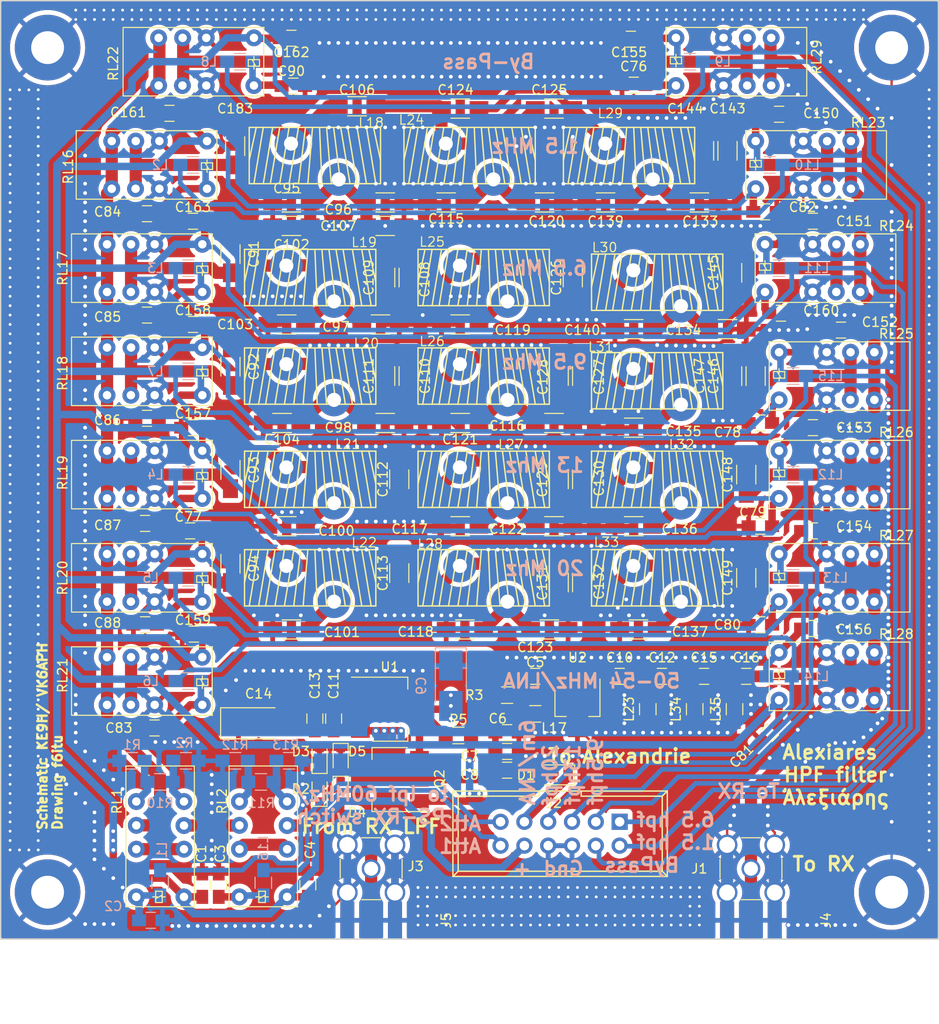
<source format=kicad_pcb>
(kicad_pcb (version 20221018) (generator pcbnew)
  (layers (0 "F.Cu" signal) (1 "In1.Cu" signal) (2 "In2.Cu" signal) (31 "B.Cu" signal) (34 "B.Paste" user) (35 "F.Paste" user) (36 "B.SilkS" user "B.Silkscreen") (37 "F.SilkS" user "F.Silkscreen") (38 "B.Mask" user) (39 "F.Mask" user) (44 "Edge.Cuts" user))
  (net 0 "")
  (net 1 "+12V")
  (net 2 "GND")
  (net 3 "Net-(C108-Pad2)")
  (net 4 "Net-(C91-Pad2)")
  (net 5 "Net-(C110-Pad2)")
  (net 6 "Net-(C92-Pad2)")
  (net 7 "Net-(C112-Pad2)")
  (net 8 "Net-(C93-Pad2)")
  (net 9 "Net-(C113-Pad2)")
  (net 10 "Net-(C94-Pad2)")
  (net 11 "Net-(C102-Pad1)")
  (net 12 "Net-(C103-Pad1)")
  (net 13 "Net-(C104-Pad1)")
  (net 14 "Net-(C100-Pad1)")
  (net 15 "Net-(C101-Pad1)")
  (net 16 "Net-(C106-Pad1)")
  (net 17 "Net-(C106-Pad2)")
  (net 18 "Net-(C108-Pad1)")
  (net 19 "Net-(C110-Pad1)")
  (net 20 "Net-(C112-Pad1)")
  (net 21 "Net-(C113-Pad1)")
  (net 22 "Net-(C115-Pad1)")
  (net 23 "Net-(C116-Pad1)")
  (net 24 "Net-(C117-Pad1)")
  (net 25 "Net-(C118-Pad1)")
  (net 26 "Net-(C119-Pad1)")
  (net 27 "Net-(C124-Pad1)")
  (net 28 "Net-(C126-Pad1)")
  (net 29 "Net-(C127-Pad1)")
  (net 30 "Net-(C129-Pad1)")
  (net 31 "Net-(C131-Pad1)")
  (net 32 "Net-(C133-Pad1)")
  (net 33 "Net-(C134-Pad1)")
  (net 34 "Net-(C135-Pad1)")
  (net 35 "Net-(C136-Pad1)")
  (net 36 "Net-(C137-Pad1)")
  (net 37 "Net-(C143-Pad1)")
  (net 38 "Net-(C145-Pad1)")
  (net 39 "Net-(C146-Pad1)")
  (net 40 "Net-(C148-Pad1)")
  (net 41 "Net-(C149-Pad1)")
  (net 42 "Net-(C183-Pad2)")
  (net 43 "Net-(D1-Pad2)")
  (net 44 "Net-(RL22-Pad4)")
  (net 45 "Att2")
  (net 46 "Att1")
  (net 47 "6mLNA")
  (net 48 "1.5HPF")
  (net 49 "6.5HPF")
  (net 50 "9.5HPF")
  (net 51 "13HPF")
  (net 52 "20HPF")
  (net 53 "HPF_ByPass")
  (net 54 "Net-(D2-Pad1)")
  (net 55 "Net-(D2-Pad2)")
  (net 56 "Net-(D4-Pad1)")
  (net 57 "Net-(R1-Pad1)")
  (net 58 "Net-(R10-Pad2)")
  (net 59 "Net-(R11-Pad1)")
  (net 60 "Net-(R11-Pad2)")
  (net 61 "Net-(RL1-Pad10)")
  (net 62 "Net-(RL1-Pad4)")
  (net 63 "Net-(RL2-Pad10)")
  (net 64 "Net-(RL1-Pad9)")
  (net 65 "Net-(J1-Pad1)")
  (net 66 "Net-(C2-Pad2)")
  (net 67 "Net-(C3-Pad1)")
  (net 68 "Net-(C83-Pad2)")
  (net 69 "Net-(C84-Pad2)")
  (net 70 "Net-(C85-Pad2)")
  (net 71 "Net-(C86-Pad2)")
  (net 72 "Net-(C87-Pad2)")
  (net 73 "Net-(C88-Pad2)")
  (net 74 "Net-(C90-Pad2)")
  (net 75 "Net-(C150-Pad1)")
  (net 76 "Net-(C151-Pad1)")
  (net 77 "Net-(C152-Pad1)")
  (net 78 "Net-(C153-Pad1)")
  (net 79 "Net-(C154-Pad1)")
  (net 80 "Net-(C155-Pad1)")
  (net 81 "Net-(C156-Pad1)")
  (net 82 "Net-(C5-Pad1)")
  (net 83 "Net-(L17-Pad2)")
  (net 84 "Net-(C10-Pad1)")
  (net 85 "Net-(C12-Pad1)")
  (net 86 "Net-(C15-Pad1)")
  (net 87 "Net-(C6-Pad1)")
  (net 88 "Net-(C9-Pad2)")
  (net 89 "Net-(C5-Pad2)")
  (net 90 "Net-(C16-Pad1)")
  (net 91 "Net-(C10-Pad2)")
  (footprint "Capacitors_SMD:C_0805_HandSoldering" (layer "F.Cu") (at 157.5 21.5 180)
    (fp_text reference "C76")
    (fp_text value "10n")
  )
  (footprint "Capacitors_SMD:C_0805_HandSoldering" (layer "F.Cu") (at 110.2 69 180)
    (fp_text reference "C77")
    (fp_text value "10n")
  )
  (footprint "Capacitors_SMD:C_0805_HandSoldering" (layer "F.Cu") (at 171 57.5 180)
    (fp_text reference "C78")
    (fp_text value "10n")
  )
  (footprint "Capacitors_SMD:C_0805_HandSoldering" (layer "F.Cu") (at 171 68.5 180)
    (fp_text reference "C79")
    (fp_text value "10n")
  )
  (footprint "Capacitors_SMD:C_0805_HandSoldering" (layer "F.Cu") (at 171 79 180)
    (fp_text reference "C80")
    (fp_text value "10n")
  )
  (footprint "Capacitors_SMD:C_0805_HandSoldering" (layer "F.Cu") (at 172 90.5 -135)
    (fp_text reference "C81")
    (fp_text value "10n")
  )
  (footprint "Capacitors_SMD:C_0805_HandSoldering" (layer "F.Cu") (at 171.5 35)
    (fp_text reference "C82")
    (fp_text value "10n")
  )
  (footprint "Capacitors_SMD:C_0805_HandSoldering" (layer "F.Cu") (at 106.4 90)
    (fp_text reference "C83")
    (fp_text value "10n")
  )
  (footprint "Capacitors_SMD:C_0805_HandSoldering" (layer "F.Cu") (at 105.6 35.2)
    (fp_text reference "C84")
    (fp_text value "10n")
  )
  (footprint "Capacitors_SMD:C_0805_HandSoldering" (layer "F.Cu") (at 105.6 46)
    (fp_text reference "C85")
    (fp_text value "10n")
  )
  (footprint "Capacitors_SMD:C_0805_HandSoldering" (layer "F.Cu") (at 105.6 57)
    (fp_text reference "C86")
    (fp_text value "10n")
  )
  (footprint "Capacitors_SMD:C_0805_HandSoldering" (layer "F.Cu") (at 105.4 68.2)
    (fp_text reference "C87")
    (fp_text value "10n")
  )
  (footprint "Capacitors_SMD:C_0805_HandSoldering" (layer "F.Cu") (at 105.4 79)
    (fp_text reference "C88")
    (fp_text value "10n")
  )
  (footprint "Capacitors_SMD:C_0805_HandSoldering" (layer "F.Cu") (at 121.2 21.6 180)
    (fp_text reference "C90")
    (fp_text value "10n")
  )
  (footprint "Capacitors_SMD:C_0805_HandSoldering" (layer "F.Cu") (at 173 24.6)
    (fp_text reference "C150")
    (fp_text value "10n")
  )
  (footprint "Capacitors_SMD:C_0805_HandSoldering" (layer "F.Cu") (at 176.6 36)
    (fp_text reference "C151")
    (fp_text value "10n")
  )
  (footprint "Capacitors_SMD:C_0805_HandSoldering" (layer "F.Cu") (at 179.6 47.6)
    (fp_text reference "C152")
    (fp_text value "10n")
  )
  (footprint "Capacitors_SMD:C_0805_HandSoldering" (layer "F.Cu") (at 176.6 58)
    (fp_text reference "C153")
    (fp_text value "10n")
  )
  (footprint "Capacitors_SMD:C_0805_HandSoldering" (layer "F.Cu") (at 176.6 69)
    (fp_text reference "C154")
    (fp_text value "10n")
  )
  (footprint "Capacitors_SMD:C_0805_HandSoldering" (layer "F.Cu") (at 157.2 16.6 180)
    (fp_text reference "C155")
    (fp_text value "10n")
  )
  (footprint "Capacitors_SMD:C_0805_HandSoldering" (layer "F.Cu") (at 176.6 79.4)
    (fp_text reference "C156")
    (fp_text value "10n")
  )
  (footprint "Capacitors_SMD:C_0805_HandSoldering" (layer "F.Cu") (at 110.5 58 180)
    (fp_text reference "C157")
    (fp_text value "10n")
  )
  (footprint "Capacitors_SMD:C_0805_HandSoldering" (layer "F.Cu") (at 110.5 47 180)
    (fp_text reference "C158")
    (fp_text value "10n")
  )
  (footprint "Capacitors_SMD:C_0805_HandSoldering" (layer "F.Cu") (at 110.6 80 180)
    (fp_text reference "C159")
    (fp_text value "10n")
  )
  (footprint "Capacitors_SMD:C_0805_HandSoldering" (layer "F.Cu") (at 173.2 45.8)
    (fp_text reference "C160")
    (fp_text value "10n")
  )
  (footprint "Capacitors_SMD:C_0805_HandSoldering" (layer "F.Cu") (at 108 24.5 180)
    (fp_text reference "C161")
    (fp_text value "10n")
  )
  (footprint "Capacitors_SMD:C_0805_HandSoldering" (layer "F.Cu") (at 121 16.5)
    (fp_text reference "C162")
    (fp_text value "10n")
  )
  (footprint "Capacitors_SMD:C_0805_HandSoldering" (layer "F.Cu") (at 110.5 36 180)
    (fp_text reference "C163")
    (fp_text value "10n")
  )
  (footprint "Diodes_SMD:D_1206" (layer "F.Cu") (at 149 95 180)
    (fp_text reference "D1")
    (fp_text value "diode")
  )
  (footprint "Mounting_Holes:MountingHole_3.5mm_Pad" (layer "F.Cu") (at 95 17.5)
    (fp_text reference "TP1" hide)
    (fp_text value "TEST" hide)
  )
  (footprint "Mounting_Holes:MountingHole_3.5mm_Pad" (layer "F.Cu") (at 185 107.5)
    (fp_text reference "TP2" hide)
    (fp_text value "TEST" hide)
  )
  (footprint "Capacitors_SMD:C_0805_HandSoldering" (layer "F.Cu") (at 111.5 106.75 90)
    (fp_text reference "C1")
    (fp_text value "10n")
  )
  (footprint "Capacitors_SMD:C_0805_HandSoldering" (layer "F.Cu") (at 113.25 106.75 90)
    (fp_text reference "C3")
    (fp_text value "10n")
  )
  (footprint "Capacitors_SMD:C_0805_HandSoldering" (layer "F.Cu") (at 122.75 106.75 90)
    (fp_text reference "C4")
    (fp_text value "10n")
  )
  (footprint "Capacitors_SMD:C_1206_HandSoldering" (layer "F.Cu") (at 114.5 39.5 -90)
    (fp_text reference "C91")
    (fp_text value "820p")
  )
  (footprint "Capacitors_SMD:C_1206_HandSoldering" (layer "F.Cu") (at 114.5 51.5 -90)
    (fp_text reference "C92")
    (fp_text value "470p")
  )
  (footprint "Capacitors_SMD:C_1206_HandSoldering" (layer "F.Cu") (at 114.5 62.5 -90)
    (fp_text reference "C93")
    (fp_text value "330p")
  )
  (footprint "Capacitors_SMD:C_1206_HandSoldering" (layer "F.Cu") (at 114.5 72.5 -90)
    (fp_text reference "C94")
    (fp_text value "220p")
  )
  (footprint "Capacitors_SMD:C_1206_HandSoldering" (layer "F.Cu") (at 121 34 180)
    (fp_text reference "C95")
    (fp_text value "2.2n")
  )
  (footprint "Capacitors_SMD:C_1206_HandSoldering" (layer "F.Cu") (at 131 34)
    (fp_text reference "C96")
    (fp_text value "2.2n")
  )
  (footprint "Capacitors_SMD:C_1206_HandSoldering" (layer "F.Cu") (at 130.5 47)
    (fp_text reference "C97")
    (fp_text value "2.2n")
  )
  (footprint "Capacitors_SMD:C_1206_HandSoldering" (layer "F.Cu") (at 131 57.5)
    (fp_text reference "C98")
    (fp_text value "1.8n")
  )
  (footprint "Capacitors_SMD:C_1206_HandSoldering" (layer "F.Cu") (at 120.5 68.5 180)
    (fp_text reference "C100")
    (fp_text value "1.5n")
  )
  (footprint "Capacitors_SMD:C_1206_HandSoldering" (layer "F.Cu") (at 121 79.5 180)
    (fp_text reference "C101")
    (fp_text value "1.2n")
  )
  (footprint "Capacitors_SMD:C_1206_HandSoldering" (layer "F.Cu") (at 121 36.5 180)
    (fp_text reference "C102")
    (fp_text value "2.2n")
  )
  (footprint "Capacitors_SMD:C_1206_HandSoldering" (layer "F.Cu") (at 120.5 47 180)
    (fp_text reference "C103")
    (fp_text value "220p")
  )
  (footprint "Capacitors_SMD:C_1206_HandSoldering" (layer "F.Cu") (at 120 57.5 180)
    (fp_text reference "C104")
    (fp_text value "220p")
  )
  (footprint "Capacitors_SMD:C_1206_HandSoldering" (layer "F.Cu") (at 128 23.75 180)
    (fp_text reference "C106")
    (fp_text value "1.5n")
  )
  (footprint "Capacitors_SMD:C_1206_HandSoldering" (layer "F.Cu") (at 131 36.5)
    (fp_text reference "C107")
    (fp_text value "2.2n")
  )
  (footprint "Capacitors_SMD:C_1206_HandSoldering" (layer "F.Cu") (at 133.5 42 90)
    (fp_text reference "C108")
    (fp_text value "22p")
  )
  (footprint "Capacitors_SMD:C_1206_HandSoldering" (layer "F.Cu") (at 131 42 90)
    (fp_text reference "C109")
    (fp_text value "330p")
  )
  (footprint "Capacitors_SMD:C_1206_HandSoldering" (layer "F.Cu") (at 133.5 52.5 90)
    (fp_text reference "C110")
    (fp_text value "220p")
  )
  (footprint "Capacitors_SMD:C_1206_HandSoldering" (layer "F.Cu") (at 131 52.5 90)
    (fp_text reference "C111")
    (fp_text value "33p")
  )
  (footprint "Capacitors_SMD:C_1206_HandSoldering" (layer "F.Cu") (at 132.5 63.5 90)
    (fp_text reference "C112")
    (fp_text value "180p")
  )
  (footprint "Capacitors_SMD:C_1206_HandSoldering" (layer "F.Cu") (at 132.5 73.5 90)
    (fp_text reference "C113")
    (fp_text value "120p")
  )
  (footprint "Capacitors_SMD:C_1206_HandSoldering" (layer "F.Cu") (at 137.5 34 180)
    (fp_text reference "C115")
    (fp_text value "1.5n")
  )
  (footprint "Capacitors_SMD:C_1206_HandSoldering" (layer "F.Cu") (at 149 57.5)
    (fp_text reference "C116")
    (fp_text value "330p")
  )
  (footprint "Capacitors_SMD:C_1206_HandSoldering" (layer "F.Cu") (at 139 68.5 180)
    (fp_text reference "C117")
    (fp_text value "270p")
  )
  (footprint "Capacitors_SMD:C_1206_HandSoldering" (layer "F.Cu") (at 139.5 79.5 180)
    (fp_text reference "C118")
    (fp_text value "220p")
  )
  (footprint "Capacitors_SMD:C_1206_HandSoldering" (layer "F.Cu") (at 139 47 180)
    (fp_text reference "C119")
    (fp_text value "560p")
  )
  (footprint "Capacitors_SMD:C_1206_HandSoldering" (layer "F.Cu") (at 148 34)
    (fp_text reference "C120")
    (fp_text value "180p")
  )
  (footprint "Capacitors_SMD:C_1206_HandSoldering" (layer "F.Cu") (at 139 57.5 180)
    (fp_text reference "C121")
    (fp_text value "100p")
  )
  (footprint "Capacitors_SMD:C_1206_HandSoldering" (layer "F.Cu") (at 149 68.5)
    (fp_text reference "C122")
    (fp_text value "47p")
  )
  (footprint "Capacitors_SMD:C_1206_HandSoldering" (layer "F.Cu") (at 148.5 79.5)
    (fp_text reference "C123")
    (fp_text value "33p")
  )
  (footprint "Capacitors_SMD:C_1206_HandSoldering" (layer "F.Cu") (at 139 24 180)
    (fp_text reference "C124")
    (fp_text value "680p")
  )
  (footprint "Capacitors_SMD:C_1206_HandSoldering" (layer "F.Cu") (at 149 24 180)
    (fp_text reference "C125")
    (fp_text value "1n")
  )
  (footprint "Capacitors_SMD:C_1206_HandSoldering" (layer "F.Cu") (at 151 42 90)
    (fp_text reference "C126")
    (fp_text value "390p")
  )
  (footprint "Capacitors_SMD:C_1206_HandSoldering" (layer "F.Cu") (at 152 52.5 90)
    (fp_text reference "C127")
    (fp_text value "220p")
  )
  (footprint "Capacitors_SMD:C_1206_HandSoldering" (layer "F.Cu") (at 149.5 52.5 90)
    (fp_text reference "C128")
    (fp_text value "68p")
  )
  (footprint "Capacitors_SMD:C_1206_HandSoldering" (layer "F.Cu") (at 149.5 63.5 90)
    (fp_text reference "C129")
    (fp_text value "180p")
  )
  (footprint "Capacitors_SMD:C_1206_HandSoldering" (layer "F.Cu") (at 152 63.5 90)
    (fp_text reference "C130")
    (fp_text value "47p")
  )
  (footprint "Capacitors_SMD:C_1206_HandSoldering" (layer "F.Cu") (at 149.5 74.5 90)
    (fp_text reference "C131")
    (fp_text value "120p")
  )
  (footprint "Capacitors_SMD:C_1206_HandSoldering" (layer "F.Cu") (at 152 74.5 90)
    (fp_text reference "C132")
    (fp_text value "22p")
  )
  (footprint "Capacitors_SMD:C_1206_HandSoldering" (layer "F.Cu") (at 164.5 34)
    (fp_text reference "C133")
    (fp_text value "1.8n")
  )
  (footprint "Capacitors_SMD:C_1206_HandSoldering" (layer "F.Cu") (at 167.5 47.5)
    (fp_text reference "C134")
    (fp_text value "680p")
  )
  (footprint "Capacitors_SMD:C_1206_HandSoldering" (layer "F.Cu") (at 157.5 58 180)
    (fp_text reference "C135")
    (fp_text value "560p")
  )
  (footprint "Capacitors_SMD:C_1206_HandSoldering" (layer "F.Cu") (at 157.5 68.5 180)
    (fp_text reference "C136")
    (fp_text value "390p")
  )
  (footprint "Capacitors_SMD:C_1206_HandSoldering" (layer "F.Cu") (at 158 79.5 180)
    (fp_text reference "C137")
    (fp_text value "270p")
  )
  (footprint "Capacitors_SMD:C_1206_HandSoldering" (layer "F.Cu") (at 154.5 34 180)
    (fp_text reference "C139")
    (fp_text value "270p")
  )
  (footprint "Capacitors_SMD:C_1206_HandSoldering" (layer "F.Cu") (at 157.5 47.5 180)
    (fp_text reference "C140")
    (fp_text value "68p")
  )
  (footprint "Capacitors_SMD:C_1206_HandSoldering" (layer "F.Cu") (at 167.5 28.5 90)
    (fp_text reference "C143")
    (fp_text value "1.8n")
  )
  (footprint "Capacitors_SMD:C_1206_HandSoldering" (layer "F.Cu") (at 165 28.5 90)
    (fp_text reference "C144")
    (fp_text value "1.8n")
  )
  (footprint "Capacitors_SMD:C_1206_HandSoldering" (layer "F.Cu") (at 168 41.5 90)
    (fp_text reference "C145")
    (fp_text value "820p")
  )
  (footprint "Capacitors_SMD:C_1206_HandSoldering" (layer "F.Cu") (at 170.5 52.5 90)
    (fp_text reference "C146")
    (fp_text value "680p")
  )
  (footprint "Capacitors_SMD:C_1206_HandSoldering" (layer "F.Cu") (at 168 52.5 90)
    (fp_text reference "C147")
    (fp_text value "68pC")
  )
  (footprint "Capacitors_SMD:C_1206_HandSoldering" (layer "F.Cu") (at 169.5 63 90)
    (fp_text reference "C148")
    (fp_text value "560p")
  )
  (footprint "Capacitors_SMD:C_1206_HandSoldering" (layer "F.Cu") (at 169.5 74 90)
    (fp_text reference "C149")
    (fp_text value "470p")
  )
  (footprint "Capacitors_SMD:C_1206_HandSoldering" (layer "F.Cu") (at 115 28 -90)
    (fp_text reference "C183")
    (fp_text value "2.2n")
  )
  (footprint "Diodes_SMD:D_0805" (layer "F.Cu") (at 124 96.75 90)
    (fp_text reference "D2")
    (fp_text value "D")
  )
  (footprint "Diodes_SMD:D_0805" (layer "F.Cu") (at 124 93.25 90)
    (fp_text reference "D3")
    (fp_text value "D")
  )
  (footprint "Diodes_SMD:D_0805" (layer "F.Cu") (at 126.25 96.75 -90)
    (fp_text reference "D4")
    (fp_text value "D")
  )
  (footprint "Diodes_SMD:D_0805" (layer "F.Cu") (at 126.25 93.25 -90)
    (fp_text reference "D5")
    (fp_text value "D")
  )
  (footprint "Connectors:SMA_THT_Jack_Straight" (layer "F.Cu") (at 129.5 105)
    (fp_text reference "J3")
    (fp_text value "CONN_COAXIAL" hide)
  )
  (footprint "T50:T50_V_THT" (layer "F.Cu") (at 123.5 29)
    (fp_text reference "L18")
    (fp_text value "3.5u")
  )
  (footprint "T50:T50_V_THT" (layer "F.Cu") (at 123 42)
    (fp_text reference "L19")
    (fp_text value "1.14uH")
  )
  (footprint "T50:T50_V_THT" (layer "F.Cu") (at 123 52.5)
    (fp_text reference "L20")
    (fp_text value "650nH")
  )
  (footprint "T50:T50_V_THT" (layer "F.Cu") (at 123 63.5)
    (fp_text reference "L21")
    (fp_text value "562nH")
  )
  (footprint "T50:T50_V_THT" (layer "F.Cu") (at 123 74)
    (fp_text reference "L22")
    (fp_text value "311nH")
  )
  (footprint "T50:T50_V_THT" (layer "F.Cu") (at 140 29)
    (fp_text reference "L24")
    (fp_text value "6.25u")
  )
  (footprint "T50:T50_V_THT" (layer "F.Cu") (at 141.5 42)
    (fp_text reference "L25")
    (fp_text value "1.55uH")
  )
  (footprint "T50:T50_V_THT" (layer "F.Cu") (at 141.5 52.5)
    (fp_text reference "L26")
    (fp_text value "940nH")
  )
  (footprint "T50:T50_V_THT" (layer "F.Cu") (at 141.5 63.5)
    (fp_text reference "L27")
    (fp_text value "650nH")
  )
  (footprint "T50:T50_V_THT" (layer "F.Cu") (at 141.5 74)
    (fp_text reference "L28")
    (fp_text value "434nH")
  )
  (footprint "T50:T50_V_THT" (layer "F.Cu") (at 157 29)
    (fp_text reference "L29")
    (fp_text value "6.25u")
  )
  (footprint "T50:T50_V_THT" (layer "F.Cu") (at 160 42.5)
    (fp_text reference "L30")
    (fp_text value "1.55uH")
  )
  (footprint "T50:T50_V_THT" (layer "F.Cu") (at 160 53)
    (fp_text reference "L31")
    (fp_text value "940nH")
  )
  (footprint "T50:T50_V_THT" (layer "F.Cu") (at 160 63.5)
    (fp_text reference "L32")
    (fp_text value "650nH")
  )
  (footprint "T50:T50_V_THT" (layer "F.Cu") (at 160 74)
    (fp_text reference "L33")
    (fp_text value "511nH")
  )
  (footprint "Mounting_Holes:MountingHole_3.5mm_Pad" (layer "F.Cu") (at 95 107.5)
    (fp_text reference "TP3" hide)
    (fp_text value "TEST" hide)
  )
  (footprint "Mounting_Holes:MountingHole_3.5mm_Pad" (layer "F.Cu") (at 185 17.5)
    (fp_text reference "TP4" hide)
    (fp_text value "TEST" hide)
  )
  (footprint "Connectors:SMA_THT_Jack_Straight" (layer "F.Cu") (at 170 105)
    (fp_text reference "J1")
    (fp_text value "CONN_COAXIAL" hide)
  )
  (footprint "2_Form_C_Relay:Relay_DPDT_NEC_EC2" (layer "F.Cu") (at 107 108 180)
    (fp_text reference "RL1")
    (fp_text value "EC2-12 NU")
  )
  (footprint "2_Form_C_Relay:Relay_DPDT_NEC_EC2" (layer "F.Cu") (at 118 108 180)
    (fp_text reference "RL2")
    (fp_text value "EC2-12 NU")
  )
  (footprint "2_Form_C_Relay:Relay_DPDT_NEC_EC2" (layer "F.Cu") (at 112 30 -90)
    (fp_text reference "RL16")
    (fp_text value "EC2-12 NU" hide)
  )
  (footprint "2_Form_C_Relay:Relay_DPDT_NEC_EC2" (layer "F.Cu") (at 111.5 41 -90)
    (fp_text reference "RL17")
    (fp_text value "EC2-12 NU" hide)
  )
  (footprint "2_Form_C_Relay:Relay_DPDT_NEC_EC2" (layer "F.Cu") (at 111.5 52 -90)
    (fp_text reference "RL18")
    (fp_text value "EC2-12 NU" hide)
  )
  (footprint "2_Form_C_Relay:Relay_DPDT_NEC_EC2" (layer "F.Cu") (at 111.5 63 -90)
    (fp_text reference "RL19")
    (fp_text value "EC2-12 NU" hide)
  )
  (footprint "2_Form_C_Relay:Relay_DPDT_NEC_EC2" (layer "F.Cu") (at 111.5 74 -90)
    (fp_text reference "RL20")
    (fp_text value "EC2-12 NU" hide)
  )
  (footprint "2_Form_C_Relay:Relay_DPDT_NEC_EC2" (layer "F.Cu") (at 111.5 85 -90)
    (fp_text reference "RL21")
    (fp_text value "EC2-12 NU" hide)
  )
  (footprint "2_Form_C_Relay:Relay_DPDT_NEC_EC2" (layer "F.Cu") (at 117 19 -90)
    (fp_text reference "RL22")
    (fp_text value "EC2-12 NU" hide)
  )
  (footprint "2_Form_C_Relay:Relay_DPDT_NEC_EC2" (layer "F.Cu") (at 170.5 30 90)
    (fp_text reference "RL23")
    (fp_text value "EC2-12 NU" hide)
  )
  (footprint "2_Form_C_Relay:Relay_DPDT_NEC_EC2" (layer "F.Cu") (at 171.5 41 90)
    (fp_text reference "RL24")
    (fp_text value "EC2-12 NU" hide)
  )
  (footprint "2_Form_C_Relay:Relay_DPDT_NEC_EC2" (layer "F.Cu") (at 173 52.5 90)
    (fp_text reference "RL25")
    (fp_text value "EC2-12 NU" hide)
  )
  (footprint "2_Form_C_Relay:Relay_DPDT_NEC_EC2" (layer "F.Cu") (at 173 63 90)
    (fp_text reference "RL26")
    (fp_text value "EC2-12 NU" hide)
  )
  (footprint "2_Form_C_Relay:Relay_DPDT_NEC_EC2" (layer "F.Cu") (at 173 74 90)
    (fp_text reference "RL27")
    (fp_text value "EC2-12 NU" hide)
  )
  (footprint "2_Form_C_Relay:Relay_DPDT_NEC_EC2" (layer "F.Cu") (at 173 84.5 90)
    (fp_text reference "RL28")
    (fp_text value "EC2-12 NU" hide)
  )
  (footprint "2_Form_C_Relay:Relay_DPDT_NEC_EC2" (layer "F.Cu") (at 162 19 90)
    (fp_text reference "RL29")
    (fp_text value "EC2-12 NU" hide)
  )
  (footprint "Connect:IDC_Header_Straight_12pins" (layer "F.Cu") (at 156 100 180)
    (fp_text reference "J2")
    (fp_text value "Conn_01x12" hide)
  )
  (footprint "Capacitors_SMD:C_0805_HandSoldering" (layer "F.Cu") (at 147 84.5 180)
    (fp_text reference "C5")
    (fp_text value "10n")
  )
  (footprint "Capacitors_SMD:C_0805_HandSoldering" (layer "F.Cu") (at 144 90.5)
    (fp_text reference "C6")
    (fp_text value "10n")
  )
  (footprint "Capacitors_SMD:C_0805_HandSoldering" (layer "F.Cu") (at 144 92.5)
    (fp_text reference "C7")
    (fp_text value "100n")
  )
  (footprint "Capacitors_SMD:C_0805_HandSoldering" (layer "F.Cu") (at 144 94.5)
    (fp_text reference "C8")
    (fp_text value "1n")
  )
  (footprint "Capacitors_SMD:C_0805_HandSoldering" (layer "F.Cu") (at 156 84.5 180)
    (fp_text reference "C10")
    (fp_text value "100p")
  )
  (footprint "Capacitors_SMD:C_0805_HandSoldering" (layer "F.Cu") (at 125.5 89 -90)
    (fp_text reference "C11")
    (fp_text value "10p")
  )
  (footprint "Capacitors_SMD:C_0805_HandSoldering" (layer "F.Cu") (at 160.5 84.5 180)
    (fp_text reference "C12")
    (fp_text value "60p")
  )
  (footprint "Capacitors_SMD:C_0805_HandSoldering" (layer "F.Cu") (at 123.5 89 -90)
    (fp_text reference "C13")
    (fp_text value "100p")
  )
  (footprint "Capacitors_Tantalum_SMD:CP_Tantalum_Case-B_EIA-3528-21_Hand" (layer "F.Cu") (at 117.5 89.5)
    (fp_text reference "C14")
    (fp_text value "10uf")
  )
  (footprint "Capacitors_SMD:C_0805_HandSoldering" (layer "F.Cu") (at 165 84.5 180)
    (fp_text reference "C15")
    (fp_text value "60p")
  )
  (footprint "Capacitors_SMD:C_0805_HandSoldering" (layer "F.Cu") (at 169.5 84.5 180)
    (fp_text reference "C16")
    (fp_text value "100p")
  )
  (footprint "Inductors_SMD:L_0805_HandSoldering" (layer "F.Cu") (at 159 88 -90)
    (fp_text reference "L23")
    (fp_text value "220n")
  )
  (footprint "Inductors_SMD:L_0805_HandSoldering" (layer "F.Cu") (at 164 88 -90)
    (fp_text reference "L34")
    (fp_text value "220n")
  )
  (footprint "Inductors_SMD:L_0805_HandSoldering" (layer "F.Cu") (at 168.25 88 -90)
    (fp_text reference "L35")
    (fp_text value "220n")
  )
  (footprint "Resistors_SMD:R_0805_HandSoldering" (layer "F.Cu") (at 144 86.5 180)
    (fp_text reference "R3")
    (fp_text value "18")
  )
  (footprint "Resistors_SMD:R_0805_HandSoldering" (layer "F.Cu") (at 138.8 90.8)
    (fp_text reference "R5")
    (fp_text value "10k")
  )
  (footprint "TO_SOT_Packages_SMD:SOT-89-3_Handsoldering" (layer "F.Cu") (at 151.5 87 -90)
    (fp_text reference "U2")
    (fp_text value "PGA103+")
  )
  (footprint "Inductors_SMD:L_0805_HandSoldering" (layer "F.Cu") (at 147 88.5 180)
    (fp_text reference "L17")
    (fp_text value "220n")
  )
  (footprint "TO_SOT_Packages_SMD:SOT-223-3_TabPin2" (layer "F.Cu") (at 131.5 88)
    (fp_text reference "U1")
    (fp_text value "AP1117-50")
  )
  (footprint "SMA_PINS:SMA_EDGE_NRW" (layer "F.Cu") (at 170 110.5 -90)
    (fp_text reference "J4")
    (fp_text value "CONN_COAXIAL" hide)
  )
  (footprint "SMA_PINS:SMA_EDGE_NRW" (layer "F.Cu") (at 129.5 110.5 -90)
    (fp_text reference "J5")
    (fp_text value "CONN_COAXIAL" hide)
  )
  (footprint "TO_SOT_Packages_SMD:SOT-223-3Lead_TabPin2" (layer "F.Cu") (at 131.5 95.5 180)
    (fp_text reference "Q2")
    (fp_text value "zvp2106G")
  )
  (footprint "via:via" (layer "F.Cu") (at 98 13.5)
    (fp_text reference "REF**" hide)
    (fp_text value "via" hide)
  )
  (footprint "via:via" (layer "F.Cu") (at 99 13.5)
    (fp_text reference "REF**" hide)
    (fp_text value "via" hide)
  )
  (footprint "via:via" (layer "F.Cu") (at 100 13.5)
    (fp_text reference "REF**" hide)
    (fp_text value "via" hide)
  )
  (footprint "via:via" (layer "F.Cu") (at 101 13.5)
    (fp_text reference "REF**" hide)
    (fp_text value "via" hide)
  )
  (footprint "via:via" (layer "F.Cu") (at 102 13.5)
    (fp_text reference "REF**" hide)
    (fp_text value "via" hide)
  )
  (footprint "via:via" (layer "F.Cu") (at 103 13.5)
    (fp_text reference "REF**" hide)
    (fp_text value "via" hide)
  )
  (footprint "via:via" (layer "F.Cu") (at 104 13.5)
    (fp_text reference "REF**" hide)
    (fp_text value "via" hide)
  )
  (footprint "via:via" (layer "F.Cu") (at 105 13.5)
    (fp_text reference "REF**" hide)
    (fp_text value "via" hide)
  )
  (footprint "via:via" (layer "F.Cu") (at 106 13.5)
    (fp_text reference "REF**" hide)
    (fp_text value "via" hide)
  )
  (footprint "via:via" (layer "F.Cu") (at 107 13.5)
    (fp_text reference "REF**" hide)
    (fp_text value "via" hide)
  )
  (footprint "via:via" (layer "F.Cu") (at 108 13.5)
    (fp_text reference "REF**" hide)
    (fp_text value "via" hide)
  )
  (footprint "via:via" (layer "F.Cu") (at 109 13.5)
    (fp_text reference "REF**" hide)
    (fp_text value "via" hide)
  )
  (footprint "via:via" (layer "F.Cu") (at 110 13.5)
    (fp_text reference "REF**" hide)
    (fp_text value "via" hide)
  )
  (footprint "via:via" (layer "F.Cu") (at 111 13.5)
    (fp_text reference "REF**" hide)
    (fp_text value "via" hide)
  )
  (footprint "via:via" (layer "F.Cu") (at 112 13.5)
    (fp_text reference "REF**" hide)
    (fp_text value "via" hide)
  )
  (footprint "via:via" (layer "F.Cu") (at 113 13.5)
    (fp_text reference "REF**" hide)
    (fp_text value "via" hide)
  )
  (footprint "via:via" (layer "F.Cu") (at 114 13.5)
    (fp_text reference "REF**" hide)
    (fp_text value "via" hide)
  )
  (footprint "via:via" (layer "F.Cu") (at 115 13.5)
    (fp_text reference "REF**" hide)
    (fp_text value "via" hide)
  )
  (footprint "via:via" (layer "F.Cu") (at 116 13.5)
    (fp_text reference "REF**" hide)
    (fp_text value "via" hide)
  )
  (footprint "via:via" (layer "F.Cu") (at 117 13.5)
    (fp_text reference "REF**" hide)
    (fp_text value "via" hide)
  )
  (footprint "via:via" (layer "F.Cu") (at 118 13.5)
    (fp_text reference "REF**" hide)
    (fp_text value "via" hide)
  )
  (footprint "via:via" (layer "F.Cu") (at 119 13.5)
    (fp_text reference "REF**" hide)
    (fp_text value "via" hide)
  )
  (footprint "via:via" (layer "F.Cu") (at 120 13.5)
    (fp_text reference "REF**" hide)
    (fp_text value "via" hide)
  )
  (footprint "via:via" (layer "F.Cu") (at 121 13.5)
    (fp_text reference "REF**" hide)
    (fp_text value "via" hide)
  )
  (footprint "via:via" (layer "F.Cu") (at 122 13.5)
    (fp_text reference "REF**" hide)
    (fp_text value "via" hide)
  )
  (footprint "via:via" (layer "F.Cu") (at 123 13.5)
    (fp_text reference "REF**" hide)
    (fp_text value "via" hide)
  )
  (footprint "via:via" (layer "F.Cu") (at 124 13.5)
    (fp_text reference "REF**" hide)
    (fp_text value "via" hide)
  )
  (footprint "via:via" (layer "F.Cu") (at 125 13.5)
    (fp_text reference "REF**" hide)
    (fp_text value "via" hide)
  )
  (footprint "via:via" (layer "F.Cu") (at 126 13.5)
    (fp_text reference "REF**" hide)
    (fp_text value "via" hide)
  )
  (footprint "via:via" (layer "F.Cu") (at 127 13.5)
    (fp_text reference "REF**" hide)
    (fp_text value "via" hide)
  )
  (footprint "via:via" (layer "F.Cu") (at 128 13.5)
    (fp_text reference "REF**" hide)
    (fp_text value "via" hide)
  )
  (footprint "via:via" (layer "F.Cu") (at 129 13.5)
    (fp_text reference "REF**" hide)
    (fp_text value "via" hide)
  )
  (footprint "via:via" (layer "F.Cu") (at 130 13.5)
    (fp_text reference "REF**" hide)
    (fp_text value "via" hide)
  )
  (footprint "via:via" (layer "F.Cu") (at 131 13.5)
    (fp_text reference "REF**" hide)
    (fp_text value "via" hide)
  )
  (footprint "via:via" (layer "F.Cu") (at 132 13.5)
    (fp_text reference "REF**" hide)
    (fp_text value "via" hide)
  )
  (footprint "via:via" (layer "F.Cu") (at 133 13.5)
    (fp_text reference "REF**" hide)
    (fp_text value "via" hide)
  )
  (footprint "via:via" (layer "F.Cu") (at 134 13.5)
    (fp_text reference "REF**" hide)
    (fp_text value "via" hide)
  )
  (footprint "via:via" (layer "F.Cu") (at 135 13.5)
    (fp_text reference "REF**" hide)
    (fp_text value "via" hide)
  )
  (footprint "via:via" (layer "F.Cu") (at 136 13.5)
    (fp_text reference "REF**" hide)
    (fp_text value "via" hide)
  )
  (footprint "via:via" (layer "F.Cu") (at 137 13.5)
    (fp_text reference "REF**" hide)
    (fp_text value "via" hide)
  )
  (footprint "via:via" (layer "F.Cu") (at 138 13.5)
    (fp_text reference "REF**" hide)
    (fp_text value "via" hide)
  )
  (footprint "via:via" (layer "F.Cu") (at 139 13.5)
    (fp_text reference "REF**" hide)
    (fp_text value "via" hide)
  )
  (footprint "via:via" (layer "F.Cu") (at 140 13.5)
    (fp_text reference "REF**" hide)
    (fp_text value "via" hide)
  )
  (footprint "via:via" (layer "F.Cu") (at 141 13.5)
    (fp_text reference "REF**" hide)
    (fp_text value "via" hide)
  )
  (footprint "via:via" (layer "F.Cu") (at 142 13.5)
    (fp_text reference "REF**" hide)
    (fp_text value "via" hide)
  )
  (footprint "via:via" (layer "F.Cu") (at 143 13.5)
    (fp_text reference "REF**" hide)
    (fp_text value "via" hide)
  )
  (footprint "via:via" (layer "F.Cu") (at 144 13.5)
    (fp_text reference "REF**" hide)
    (fp_text value "via" hide)
  )
  (footprint "via:via" (layer "F.Cu") (at 145 13.5)
    (fp_text reference "REF**" hide)
    (fp_text value "via" hide)
  )
  (footprint "via:via" (layer "F.Cu") (at 146 13.5)
    (fp_text reference "REF**" hide)
    (fp_text value "via" hide)
  )
  (footprint "via:via" (layer "F.Cu") (at 147 13.5)
    (fp_text reference "REF**" hide)
    (fp_text value "via" hide)
  )
  (footprint "via:via" (layer "F.Cu") (at 148 13.5)
    (fp_text reference "REF**" hide)
    (fp_text value "via" hide)
  )
  (footprint "via:via" (layer "F.Cu") (at 149 13.5)
    (fp_text reference "REF**" hide)
    (fp_text value "via" hide)
  )
  (footprint "via:via" (layer "F.Cu") (at 150 13.5)
    (fp_text reference "REF**" hide)
    (fp_text value "via" hide)
  )
  (footprint "via:via" (layer "F.Cu") (at 151 13.5)
    (fp_text reference "REF**" hide)
    (fp_text value "via" hide)
  )
  (footprint "via:via" (layer "F.Cu") (at 152 13.5)
    (fp_text reference "REF**" hide)
    (fp_text value "via" hide)
  )
  (footprint "via:via" (layer "F.Cu") (at 153 13.5)
    (fp_text reference "REF**" hide)
    (fp_text value "via" hide)
  )
  (footprint "via:via" (layer "F.Cu") (at 154 13.5)
    (fp_text reference "REF**" hide)
    (fp_text value "via" hide)
  )
  (footprint "via:via" (layer "F.Cu") (at 155 13.5)
    (fp_text reference "REF**" hide)
    (fp_text value "via" hide)
  )
  (footprint "via:via" (layer "F.Cu") (at 156 13.5)
    (fp_text reference "REF**" hide)
    (fp_text value "via" hide)
  )
  (footprint "via:via" (layer "F.Cu") (at 157 13.5)
    (fp_text reference "REF**" hide)
    (fp_text value "via" hide)
  )
  (footprint "via:via" (layer "F.Cu") (at 158 13.5)
    (fp_text reference "REF**" hide)
    (fp_text value "via" hide)
  )
  (footprint "via:via" (layer "F.Cu") (at 159 13.5)
    (fp_text reference "REF**" hide)
    (fp_text value "via" hide)
  )
  (footprint "via:via" (layer "F.Cu") (at 160 13.5)
    (fp_text reference "REF**" hide)
    (fp_text value "via" hide)
  )
  (footprint "via:via" (layer "F.Cu") (at 161 13.5)
    (fp_text reference "REF**" hide)
    (fp_text value "via" hide)
  )
  (footprint "via:via" (layer "F.Cu") (at 162 13.5)
    (fp_text reference "REF**" hide)
    (fp_text value "via" hide)
  )
  (footprint "via:via" (layer "F.Cu") (at 163 13.5)
    (fp_text reference "REF**" hide)
    (fp_text value "via" hide)
  )
  (footprint "via:via" (layer "F.Cu") (at 164 13.5)
    (fp_text reference "REF**" hide)
    (fp_text value "via" hide)
  )
  (footprint "via:via" (layer "F.Cu") (at 165 13.5)
    (fp_text reference "REF**" hide)
    (fp_text value "via" hide)
  )
  (footprint "via:via" (layer "F.Cu") (at 166 13.5)
    (fp_text reference "REF**" hide)
    (fp_text value "via" hide)
  )
  (footprint "via:via" (layer "F.Cu") (at 167 13.5)
    (fp_text reference "REF**" hide)
    (fp_text value "via" hide)
  )
  (footprint "via:via" (layer "F.Cu") (at 168 13.5)
    (fp_text reference "REF**" hide)
    (fp_text value "via" hide)
  )
  (footprint "via:via" (layer "F.Cu") (at 169 13.5)
    (fp_text reference "REF**" hide)
    (fp_text value "via" hide)
  )
  (footprint "via:via" (layer "F.Cu") (at 170 13.5)
    (fp_text reference "REF**" hide)
    (fp_text value "via" hide)
  )
  (footprint "via:via" (layer "F.Cu") (at 171 13.5)
    (fp_text reference "REF**" hide)
    (fp_text value "via" hide)
  )
  (footprint "via:via" (layer "F.Cu") (at 172 13.5)
    (fp_text reference "REF**" hide)
    (fp_text value "via" hide)
  )
  (footprint "via:via" (layer "F.Cu") (at 173 13.5)
    (fp_text reference "REF**" hide)
    (fp_text value "via" hide)
  )
  (footprint "via:via" (layer "F.Cu") (at 174 13.5)
    (fp_text reference "REF**" hide)
    (fp_text value "via" hide)
  )
  (footprint "via:via" (layer "F.Cu") (at 175 13.5)
    (fp_text reference "REF**" hide)
    (fp_text value "via" hide)
  )
  (footprint "via:via" (layer "F.Cu") (at 176 13.5)
    (fp_text reference "REF**" hide)
    (fp_text value "via" hide)
  )
  (footprint "via:via" (layer "F.Cu") (at 177 13.5)
    (fp_text reference "REF**" hide)
    (fp_text value "via" hide)
  )
  (footprint "via:via" (layer "F.Cu") (at 178 13.5)
    (fp_text reference "REF**" hide)
    (fp_text value "via" hide)
  )
  (footprint "via:via" (layer "F.Cu") (at 179 13.5)
    (fp_text reference "REF**" hide)
    (fp_text value "via" hide)
  )
  (footprint "via:via" (layer "F.Cu") (at 180 13.5)
    (fp_text reference "REF**" hide)
    (fp_text value "via" hide)
  )
  (footprint "via:via" (layer "F.Cu") (at 181 13.5)
    (fp_text reference "REF**" hide)
    (fp_text value "via" hide)
  )
  (footprint "via:via" (layer "F.Cu") (at 182 13.5)
    (fp_text reference "REF**" hide)
    (fp_text value "via" hide)
  )
  (footprint "via:via" (layer "F.Cu") (at 98 14.5)
    (fp_text reference "REF**" hide)
    (fp_text value "via" hide)
  )
  (footprint "via:via" (layer "F.Cu") (at 99 14.5)
    (fp_text reference "REF**" hide)
    (fp_text value "via" hide)
  )
  (footprint "via:via" (layer "F.Cu") (at 100 14.5)
    (fp_text reference "REF**" hide)
    (fp_text value "via" hide)
  )
  (footprint "via:via" (layer "F.Cu") (at 101 14.5)
    (fp_text reference "REF**" hide)
    (fp_text value "via" hide)
  )
  (footprint "via:via" (layer "F.Cu") (at 102 14.5)
    (fp_text reference "REF**" hide)
    (fp_text value "via" hide)
  )
  (footprint "via:via" (layer "F.Cu") (at 103 14.5)
    (fp_text reference "REF**" hide)
    (fp_text value "via" hide)
  )
  (footprint "via:via" (layer "F.Cu") (at 104 14.5)
    (fp_text reference "REF**" hide)
    (fp_text value "via" hide)
  )
  (footprint "via:via" (layer "F.Cu") (at 105 14.5)
    (fp_text reference "REF**" hide)
    (fp_text value "via" hide)
  )
  (footprint "via:via" (layer "F.Cu") (at 106 14.5)
    (fp_text reference "REF**" hide)
    (fp_text value "via" hide)
  )
  (footprint "via:via" (layer "F.Cu") (at 107 14.5)
    (fp_text reference "REF**" hide)
    (fp_text value "via" hide)
  )
  (footprint "via:via" (layer "F.Cu") (at 108 14.5)
    (fp_text reference "REF**" hide)
    (fp_text value "via" hide)
  )
  (footprint "via:via" (layer "F.Cu") (at 109 14.5)
    (fp_text reference "REF**" hide)
    (fp_text value "via" hide)
  )
  (footprint "via:via" (layer "F.Cu") (at 110 14.5)
    (fp_text reference "REF**" hide)
    (fp_text value "via" hide)
  )
  (footprint "via:via" (layer "F.Cu") (at 111 14.5)
    (fp_text reference "REF**" hide)
    (fp_text value "via" hide)
  )
  (footprint "via:via" (layer "F.Cu") (at 112 14.5)
    (fp_text reference "REF**" hide)
    (fp_text value "via" hide)
  )
  (footprint "via:via" (layer "F.Cu") (at 113 14.5)
    (fp_text reference "REF**" hide)
    (fp_text value "via" hide)
  )
  (footprint "via:via" (layer "F.Cu") (at 114 14.5)
    (fp_text reference "REF**" hide)
    (fp_text value "via" hide)
  )
  (footprint "via:via" (layer "F.Cu") (at 115 14.5)
    (fp_text reference "REF**" hide)
    (fp_text value "via" hide)
  )
  (footprint "via:via" (layer "F.Cu") (at 116 14.5)
    (fp_text reference "REF**" hide)
    (fp_text value "via" hide)
  )
  (footprint "via:via" (layer "F.Cu") (at 117 14.5)
    (fp_text reference "REF**" hide)
    (fp_text value "via" hide)
  )
  (footprint "via:via" (layer "F.Cu") (at 118 14.5)
    (fp_text reference "REF**" hide)
    (fp_text value "via" hide)
  )
  (footprint "via:via" (layer "F.Cu") (at 119 14.5)
    (fp_text reference "REF**" hide)
    (fp_text value "via" hide)
  )
  (footprint "via:via" (layer "F.Cu") (at 120 14.5)
    (fp_text reference "REF**" hide)
    (fp_text value "via" hide)
  )
  (footprint "via:via" (layer "F.Cu") (at 121 14.5)
    (fp_text reference "REF**" hide)
    (fp_text value "via" hide)
  )
  (footprint "via:via" (layer "F.Cu") (at 122 14.5)
    (fp_text reference "REF**" hide)
    (fp_text value "via" hide)
  )
  (footprint "via:via" (layer "F.Cu") (at 123 14.5)
    (fp_text reference "REF**" hide)
    (fp_text value "via" hide)
  )
  (footprint "via:via" (layer "F.Cu") (at 124 14.5)
    (fp_text reference "REF**" hide)
    (fp_text value "via" hide)
  )
  (footprint "via:via" (layer "F.Cu") (at 125 14.5)
    (fp_text reference "REF**" hide)
    (fp_text value "via" hide)
  )
  (footprint "via:via" (layer "F.Cu") (at 126 14.5)
    (fp_text reference "REF**" hide)
    (fp_text value "via" hide)
  )
  (footprint "via:via" (layer "F.Cu") (at 127 14.5)
    (fp_text reference "REF**" hide)
    (fp_text value "via" hide)
  )
  (footprint "via:via" (layer "F.Cu") (at 128 14.5)
    (fp_text reference "REF**" hide)
    (fp_text value "via" hide)
  )
  (footprint "via:via" (layer "F.Cu") (at 129 14.5)
    (fp_text reference "REF**" hide)
    (fp_text value "via" hide)
  )
  (footprint "via:via" (layer "F.Cu") (at 130 14.5)
    (fp_text reference "REF**" hide)
    (fp_text value "via" hide)
  )
  (footprint "via:via" (layer "F.Cu") (at 131 14.5)
    (fp_text reference "REF**" hide)
    (fp_text value "via" hide)
  )
  (footprint "via:via" (layer "F.Cu") (at 132 14.5)
    (fp_text reference "REF**" hide)
    (fp_text value "via" hide)
  )
  (footprint "via:via" (layer "F.Cu") (at 133 14.5)
    (fp_text reference "REF**" hide)
    (fp_text value "via" hide)
  )
  (footprint "via:via" (layer "F.Cu") (at 134 14.5)
    (fp_text reference "REF**" hide)
    (fp_text value "via" hide)
  )
  (footprint "via:via" (layer "F.Cu") (at 135 14.5)
    (fp_text reference "REF**" hide)
    (fp_text value "via" hide)
  )
  (footprint "via:via" (layer "F.Cu") (at 136 14.5)
    (fp_text reference "REF**" hide)
    (fp_text value "via" hide)
  )
  (footprint "via:via" (layer "F.Cu") (at 137 14.5)
    (fp_text reference "REF**" hide)
    (fp_text value "via" hide)
  )
  (footprint "via:via" (layer "F.Cu") (at 138 14.5)
    (fp_text reference "REF**" hide)
    (fp_text value "via" hide)
  )
  (footprint "via:via" (layer "F.Cu") (at 139 14.5)
    (fp_text reference "REF**" hide)
    (fp_text value "via" hide)
  )
  (footprint "via:via" (layer "F.Cu") (at 140 14.5)
    (fp_text reference "REF**" hide)
    (fp_text value "via" hide)
  )
  (footprint "via:via" (layer "F.Cu") (at 141 14.5)
    (fp_text reference "REF**" hide)
    (fp_text value "via" hide)
  )
  (footprint "via:via" (layer "F.Cu") (at 142 14.5)
    (fp_text reference "REF**" hide)
    (fp_text value "via" hide)
  )
  (footprint "via:via" (layer "F.Cu") (at 143 14.5)
    (fp_text reference "REF**" hide)
    (fp_text value "via" hide)
  )
  (footprint "via:via" (layer "F.Cu") (at 144 14.5)
    (fp_text reference "REF**" hide)
    (fp_text value "via" hide)
  )
  (footprint "via:via" (layer "F.Cu") (at 145 14.5)
    (fp_text reference "REF**" hide)
    (fp_text value "via" hide)
  )
  (footprint "via:via" (layer "F.Cu") (at 146 14.5)
    (fp_text reference "REF**" hide)
    (fp_text value "via" hide)
  )
  (footprint "via:via" (layer "F.Cu") (at 147 14.5)
    (fp_text reference "REF**" hide)
    (fp_text value "via" hide)
  )
  (footprint "via:via" (layer "F.Cu") (at 148 14.5)
    (fp_text reference "REF**" hide)
    (fp_text value "via" hide)
  )
  (footprint "via:via" (layer "F.Cu") (at 149 14.5)
    (fp_text reference "REF**" hide)
    (fp_text value "via" hide)
  )
  (footprint "via:via" (layer "F.Cu") (at 150 14.5)
    (fp_text reference "REF**" hide)
    (fp_text value "via" hide)
  )
  (footprint "via:via" (layer "F.Cu") (at 151 14.5)
    (fp_text reference "REF**" hide)
    (fp_text value "via" hide)
  )
  (footprint "via:via" (layer "F.Cu") (at 152 14.5)
    (fp_text reference "REF**" hide)
    (fp_text value "via" hide)
  )
  (footprint "via:via" (layer "F.Cu") (at 153 14.5)
    (fp_text reference "REF**" hide)
    (fp_text value "via" hide)
  )
  (footprint "via:via" (layer "F.Cu") (at 154 14.5)
    (fp_text reference "REF**" hide)
    (fp_text value "via" hide)
  )
  (footprint "via:via" (layer "F.Cu") (at 155 14.5)
    (fp_text reference "REF**" hide)
    (fp_text value "via" hide)
  )
  (footprint "via:via" (layer "F.Cu") (at 156 14.5)
    (fp_text reference "REF**" hide)
    (fp_text value "via" hide)
  )
  (footprint "via:via" (layer "F.Cu") (at 157 14.5)
    (fp_text reference "REF**" hide)
    (fp_text value "via" hide)
  )
  (footprint "via:via" (layer "F.Cu") (at 158 14.5)
    (fp_text reference "REF**" hide)
    (fp_text value "via" hide)
  )
  (footprint "via:via" (layer "F.Cu") (at 159 14.5)
    (fp_text reference "REF**" hide)
    (fp_text value "via" hide)
  )
  (footprint "via:via" (layer "F.Cu") (at 160 14.5)
    (fp_text reference "REF**" hide)
    (fp_text value "via" hide)
  )
  (footprint "via:via" (layer "F.Cu") (at 161 14.5)
    (fp_text reference "REF**" hide)
    (fp_text value "via" hide)
  )
  (footprint "via:via" (layer "F.Cu") (at 162 14.5)
    (fp_text reference "REF**" hide)
    (fp_text value "via" hide)
  )
  (footprint "via:via" (layer "F.Cu") (at 163 14.5)
    (fp_text reference "REF**" hide)
    (fp_text value "via" hide)
  )
  (footprint "via:via" (layer "F.Cu") (at 164 14.5)
    (fp_text reference "REF**" hide)
    (fp_text value "via" hide)
  )
  (footprint "via:via" (layer "F.Cu") (at 165 14.5)
    (fp_text reference "REF**" hide)
    (fp_text value "via" hide)
  )
  (footprint "via:via" (layer "F.Cu") (at 166 14.5)
    (fp_text reference "REF**" hide)
    (fp_text value "via" hide)
  )
  (footprint "via:via" (layer "F.Cu") (at 167 14.5)
    (fp_text reference "REF**" hide)
    (fp_text value "via" hide)
  )
  (footprint "via:via" (layer "F.Cu") (at 168 14.5)
    (fp_text reference "REF**" hide)
    (fp_text value "via" hide)
  )
  (footprint "via:via" (layer "F.Cu") (at 169 14.5)
    (fp_text reference "REF**" hide)
    (fp_text value "via" hide)
  )
  (footprint "via:via" (layer "F.Cu") (at 170 14.5)
    (fp_text reference "REF**" hide)
    (fp_text value "via" hide)
  )
  (footprint "via:via" (layer "F.Cu") (at 171 14.5)
    (fp_text reference "REF**" hide)
    (fp_text value "via" hide)
  )
  (footprint "via:via" (layer "F.Cu") (at 172 14.5)
    (fp_text reference "REF**" hide)
    (fp_text value "via" hide)
  )
  (footprint "via:via" (layer "F.Cu") (at 173 14.5)
    (fp_text reference "REF**" hide)
    (fp_text value "via" hide)
  )
  (footprint "via:via" (layer "F.Cu") (at 174 14.5)
    (fp_text reference "REF**" hide)
    (fp_text value "via" hide)
  )
  (footprint "via:via" (layer "F.Cu") (at 175 14.5)
    (fp_text reference "REF**" hide)
    (fp_text value "via" hide)
  )
  (footprint "via:via" (layer "F.Cu") (at 176 14.5)
    (fp_text reference "REF**" hide)
    (fp_text value "via" hide)
  )
  (footprint "via:via" (layer "F.Cu") (at 177 14.5)
    (fp_text reference "REF**" hide)
    (fp_text value "via" hide)
  )
  (footprint "via:via" (layer "F.Cu") (at 178 14.5)
    (fp_text reference "REF**" hide)
    (fp_text value "via" hide)
  )
  (footprint "via:via" (layer "F.Cu") (at 179 14.5)
    (fp_text reference "REF**" hide)
    (fp_text value "via" hide)
  )
  (footprint "via:via" (layer "F.Cu") (at 180 14.5)
    (fp_text reference "REF**" hide)
    (fp_text value "via" hide)
  )
  (footprint "via:via" (layer "F.Cu") (at 181 14.5)
    (fp_text reference "REF**" hide)
    (fp_text value "via" hide)
  )
  (footprint "via:via" (layer "F.Cu") (at 182 14.5)
    (fp_text reference "REF**" hide)
    (fp_text value "via" hide)
  )
  (footprint "via:via" (layer "F.Cu") (at 91 22)
    (fp_text reference "REF**" hide)
    (fp_text value "via" hide)
  )
  (footprint "via:via" (layer "F.Cu") (at 92 22)
    (fp_text reference "REF**" hide)
    (fp_text value "via" hide)
  )
  (footprint "via:via" (layer "F.Cu") (at 93 22)
    (fp_text reference "REF**" hide)
    (fp_text value "via" hide)
  )
  (footprint "via:via" (layer "F.Cu") (at 94 22)
    (fp_text reference "REF**" hide)
    (fp_text value "via" hide)
  )
  (footprint "via:via" (layer "F.Cu") (at 91 23)
    (fp_text reference "REF**" hide)
    (fp_text value "via" hide)
  )
  (footprint "via:via" (layer "F.Cu") (at 94 23)
    (fp_text reference "REF**" hide)
    (fp_text value "via" hide)
  )
  (footprint "via:via" (layer "F.Cu") (at 91 24)
    (fp_text reference "REF**" hide)
    (fp_text value "via" hide)
  )
  (footprint "via:via" (layer "F.Cu") (at 94 24)
    (fp_text reference "REF**" hide)
    (fp_text value "via" hide)
  )
  (footprint "via:via" (layer "F.Cu") (at 91 25)
    (fp_text reference "REF**" hide)
    (fp_text value "via" hide)
  )
  (footprint "via:via" (layer "F.Cu") (at 94 25)
    (fp_text reference "REF**" hide)
    (fp_text value "via" hide)
  )
  (footprint "via:via" (layer "F.Cu") (at 91 26)
    (fp_text reference "REF**" hide)
    (fp_text value "via" hide)
  )
  (footprint "via:via" (layer "F.Cu") (at 94 26)
    (fp_text reference "REF**" hide)
    (fp_text value "via" hide)
  )
  (footprint "via:via" (layer "F.Cu") (at 91 27)
    (fp_text reference "REF**" hide)
    (fp_text value "via" hide)
  )
  (footprint "via:via" (layer "F.Cu") (at 94 27)
    (fp_text reference "REF**" hide)
    (fp_text value "via" hide)
  )
  (footprint "via:via" (layer "F.Cu") (at 91 28)
    (fp_text reference "REF**" hide)
    (fp_text value "via" hide)
  )
  (footprint "via:via" (layer "F.Cu") (at 94 28)
    (fp_text reference "REF**" hide)
    (fp_text value "via" hide)
  )
  (footprint "via:via" (layer "F.Cu") (at 91 29)
    (fp_text reference "REF**" hide)
    (fp_text value "via" hide)
  )
  (footprint "via:via" (layer "F.Cu") (at 94 29)
    (fp_text reference "REF**" hide)
    (fp_text value "via" hide)
  )
  (footprint "via:via" (layer "F.Cu") (at 91 30)
    (fp_text reference "REF**" hide)
    (fp_text value "via" hide)
  )
  (footprint "via:via" (layer "F.Cu") (at 94 30)
    (fp_text reference "REF**" hide)
    (fp_text value "via" hide)
  )
  (footprint "via:via" (layer "F.Cu") (at 91 31)
    (fp_text reference "REF**" hide)
    (fp_text value "via" hide)
  )
  (footprint "via:via" (layer "F.Cu") (at 94 31)
    (fp_text reference "REF**" hide)
    (fp_text value "via" hide)
  )
  (footprint "via:via" (layer "F.Cu") (at 91 32)
    (fp_text reference "REF**" hide)
    (fp_text value "via" hide)
  )
  (footprint "via:via" (layer "F.Cu") (at 94 32)
    (fp_text reference "REF**" hide)
    (fp_text value "via" hide)
  )
  (footprint "via:via" (layer "F.Cu") (at 91 33)
    (fp_text reference "REF**" hide)
    (fp_text value "via" hide)
  )
  (footprint "via:via" (layer "F.Cu") (at 94 33)
    (fp_text reference "REF**" hide)
    (fp_text value "via" hide)
  )
  (footprint "via:via" (layer "F.Cu") (at 91 34)
    (fp_text reference "REF**" hide)
    (fp_text value "via" hide)
  )
  (footprint "via:via" (layer "F.Cu") (at 94 34)
    (fp_text reference "REF**" hide)
    (fp_text value "via" hide)
  )
  (footprint "via:via" (layer "F.Cu") (at 91 35)
    (fp_text reference "REF**" hide)
    (fp_text value "via" hide)
  )
  (footprint "via:via" (layer "F.Cu") (at 94 35)
    (fp_text reference "REF**" hide)
    (fp_text value "via" hide)
  )
  (footprint "via:via" (layer "F.Cu") (at 91 36)
    (fp_text reference "REF**" hide)
    (fp_text value "via" hide)
  )
  (footprint "via:via" (layer "F.Cu") (at 94 36)
    (fp_text reference "REF**" hide)
    (fp_text value "via" hide)
  )
  (footprint "via:via" (layer "F.Cu") (at 91 37)
    (fp_text reference "REF**" hide)
    (fp_text value "via" hide)
  )
  (footprint "via:via" (layer "F.Cu") (at 94 37)
    (fp_text reference "REF**" hide)
    (fp_text value "via" hide)
  )
  (footprint "via:via" (layer "F.Cu") (at 91 38)
    (fp_text reference "REF**" hide)
    (fp_text value "via" hide)
  )
  (footprint "via:via" (layer "F.Cu") (at 94 38)
    (fp_text reference "REF**" hide)
    (fp_text value "via" hide)
  )
  (footprint "via:via" (layer "F.Cu") (at 91 39)
    (fp_text reference "REF**" hide)
    (fp_text value "via" hide)
  )
  (footprint "via:via" (layer "F.Cu") (at 94 39)
    (fp_text reference "REF**" hide)
    (fp_text value "via" hide)
  )
  (footprint "via:via" (layer "F.Cu") (at 91 40)
    (fp_text reference "REF**" hide)
    (fp_text value "via" hide)
  )
  (footprint "via:via" (layer "F.Cu") (at 94 40)
    (fp_text reference "REF**" hide)
    (fp_text value "via" hide)
  )
  (footprint "via:via" (layer "F.Cu") (at 91 41)
    (fp_text reference "REF**" hide)
    (fp_text value "via" hide)
  )
  (footprint "via:via" (layer "F.Cu") (at 94 41)
    (fp_text reference "REF**" hide)
    (fp_text value "via" hide)
  )
  (footprint "via:via" (layer "F.Cu") (at 91 42)
    (fp_text reference "REF**" hide)
    (fp_text value "via" hide)
  )
  (footprint "via:via" (layer "F.Cu") (at 94 42)
    (fp_text reference "REF**" hide)
    (fp_text value "via" hide)
  )
  (footprint "via:via" (layer "F.Cu") (at 91 43)
    (fp_text reference "REF**" hide)
    (fp_text value "via" hide)
  )
  (footprint "via:via" (layer "F.Cu") (at 94 43)
    (fp_text reference "REF**" hide)
    (fp_text value "via" hide)
  )
  (footprint "via:via" (layer "F.Cu") (at 91 44)
    (fp_text reference "REF**" hide)
    (fp_text value "via" hide)
  )
  (footprint "via:via" (layer "F.Cu") (at 94 44)
    (fp_text reference "REF**" hide)
    (fp_text value "via" hide)
  )
  (footprint "via:via" (layer "F.Cu") (at 91 45)
    (fp_text reference "REF**" hide)
    (fp_text value "via" hide)
  )
  (footprint "via:via" (layer "F.Cu") (at 94 45)
    (fp_text reference "REF**" hide)
    (fp_text value "via" hide)
  )
  (footprint "via:via" (layer "F.Cu") (at 91 46)
    (fp_text reference "REF**" hide)
    (fp_text value "via" hide)
  )
  (footprint "via:via" (layer "F.Cu") (at 94 46)
    (fp_text reference "REF**" hide)
    (fp_text value "via" hide)
  )
  (footprint "via:via" (layer "F.Cu") (at 91 47)
    (fp_text reference "REF**" hide)
    (fp_text value "via" hide)
  )
  (footprint "via:via" (layer "F.Cu") (at 94 47)
    (fp_text reference "REF**" hide)
    (fp_text value "via" hide)
  )
  (footprint "via:via" (layer "F.Cu") (at 91 48)
    (fp_text reference "REF**" hide)
    (fp_text value "via" hide)
  )
  (footprint "via:via" (layer "F.Cu") (at 94 48)
    (fp_text reference "REF**" hide)
    (fp_text value "via" hide)
  )
  (footprint "via:via" (layer "F.Cu") (at 91 49)
    (fp_text reference "REF**" hide)
    (fp_text value "via" hide)
  )
  (footprint "via:via" (layer "F.Cu") (at 94 49)
    (fp_text reference "REF**" hide)
    (fp_text value "via" hide)
  )
  (footprint "via:via" (layer "F.Cu") (at 91 50)
    (fp_text reference "REF**" hide)
    (fp_text value "via" hide)
  )
  (footprint "via:via" (layer "F.Cu") (at 94 50)
    (fp_text reference "REF**" hide)
    (fp_text value "via" hide)
  )
  (footprint "via:via" (layer "F.Cu") (at 91 51)
    (fp_text reference "REF**" hide)
    (fp_text value "via" hide)
  )
  (footprint "via:via" (layer "F.Cu") (at 94 51)
    (fp_text reference "REF**" hide)
    (fp_text value "via" hide)
  )
  (footprint "via:via" (layer "F.Cu") (at 91 52)
    (fp_text reference "REF**" hide)
    (fp_text value "via" hide)
  )
  (footprint "via:via" (layer "F.Cu") (at 94 52)
    (fp_text reference "REF**" hide)
    (fp_text value "via" hide)
  )
  (footprint "via:via" (layer "F.Cu") (at 91 53)
    (fp_text reference "REF**" hide)
    (fp_text value "via" hide)
  )
  (footprint "via:via" (layer "F.Cu") (at 94 53)
    (fp_text reference "REF**" hide)
    (fp_text value "via" hide)
  )
  (footprint "via:via" (layer "F.Cu") (at 91 54)
    (fp_text reference "REF**" hide)
    (fp_text value "via" hide)
  )
  (footprint "via:via" (layer "F.Cu") (at 94 54)
    (fp_text reference "REF**" hide)
    (fp_text value "via" hide)
  )
  (footprint "via:via" (layer "F.Cu") (at 91 55)
    (fp_text reference "REF**" hide)
    (fp_text value "via" hide)
  )
  (footprint "via:via" (layer "F.Cu") (at 94 55)
    (fp_text reference "REF**" hide)
    (fp_text value "via" hide)
  )
  (footprint "via:via" (layer "F.Cu") (at 91 56)
    (fp_text reference "REF**" hide)
    (fp_text value "via" hide)
  )
  (footprint "via:via" (layer "F.Cu") (at 94 56)
    (fp_text reference "REF**" hide)
    (fp_text value "via" hide)
  )
  (footprint "via:via" (layer "F.Cu") (at 91 57)
    (fp_text reference "REF**" hide)
    (fp_text value "via" hide)
  )
  (footprint "via:via" (layer "F.Cu") (at 94 57)
    (fp_text reference "REF**" hide)
    (fp_text value "via" hide)
  )
  (footprint "via:via" (layer "F.Cu") (at 91 58)
    (fp_text reference "REF**" hide)
    (fp_text value "via" hide)
  )
  (footprint "via:via" (layer "F.Cu") (at 94 58)
    (fp_text reference "REF**" hide)
    (fp_text value "via" hide)
  )
  (footprint "via:via" (layer "F.Cu") (at 91 59)
    (fp_text reference "REF**" hide)
    (fp_text value "via" hide)
  )
  (footprint "via:via" (layer "F.Cu") (at 94 59)
    (fp_text reference "REF**" hide)
    (fp_text value "via" hide)
  )
  (footprint "via:via" (layer "F.Cu") (at 91 60)
    (fp_text reference "REF**" hide)
    (fp_text value "via" hide)
  )
  (footprint "via:via" (layer "F.Cu") (at 94 60)
    (fp_text reference "REF**" hide)
    (fp_text value "via" hide)
  )
  (footprint "via:via" (layer "F.Cu") (at 91 61)
    (fp_text reference "REF**" hide)
    (fp_text value "via" hide)
  )
  (footprint "via:via" (layer "F.Cu") (at 94 61)
    (fp_text reference "REF**" hide)
    (fp_text value "via" hide)
  )
  (footprint "via:via" (layer "F.Cu") (at 91 62)
    (fp_text reference "REF**" hide)
    (fp_text value "via" hide)
  )
  (footprint "via:via" (layer "F.Cu") (at 94 62)
    (fp_text reference "REF**" hide)
    (fp_text value "via" hide)
  )
  (footprint "via:via" (layer "F.Cu") (at 91 63)
    (fp_text reference "REF**" hide)
    (fp_text value "via" hide)
  )
  (footprint "via:via" (layer "F.Cu") (at 94 63)
    (fp_text reference "REF**" hide)
    (fp_text value "via" hide)
  )
  (footprint "via:via" (layer "F.Cu") (at 91 64)
    (fp_text reference "REF**" hide)
    (fp_text value "via" hide)
  )
  (footprint "via:via" (layer "F.Cu") (at 94 64)
    (fp_text reference "REF**" hide)
    (fp_text value "via" hide)
  )
  (footprint "via:via" (layer "F.Cu") (at 91 65)
    (fp_text reference "REF**" hide)
    (fp_text value "via" hide)
  )
  (footprint "via:via" (layer "F.Cu") (at 94 65)
    (fp_text reference "REF**" hide)
    (fp_text value "via" hide)
  )
  (footprint "via:via" (layer "F.Cu") (at 91 66)
    (fp_text reference "REF**" hide)
    (fp_text value "via" hide)
  )
  (footprint "via:via" (layer "F.Cu") (at 94 66)
    (fp_text reference "REF**" hide)
    (fp_text value "via" hide)
  )
  (footprint "via:via" (layer "F.Cu") (at 91 67)
    (fp_text reference "REF**" hide)
    (fp_text value "via" hide)
  )
  (footprint "via:via" (layer "F.Cu") (at 94 67)
    (fp_text reference "REF**" hide)
    (fp_text value "via" hide)
  )
  (footprint "via:via" (layer "F.Cu") (at 91 68)
    (fp_text reference "REF**" hide)
    (fp_text value "via" hide)
  )
  (footprint "via:via" (layer "F.Cu") (at 94 68)
    (fp_text reference "REF**" hide)
    (fp_text value "via" hide)
  )
  (footprint "via:via" (layer "F.Cu") (at 91 69)
    (fp_text reference "REF**" hide)
    (fp_text value "via" hide)
  )
  (footprint "via:via" (layer "F.Cu") (at 94 69)
    (fp_text reference "REF**" hide)
    (fp_text value "via" hide)
  )
  (footprint "via:via" (layer "F.Cu") (at 91 70)
    (fp_text reference "REF**" hide)
    (fp_text value "via" hide)
  )
  (footprint "via:via" (layer "F.Cu") (at 94 70)
    (fp_text reference "REF**" hide)
    (fp_text value "via" hide)
  )
  (footprint "via:via" (layer "F.Cu") (at 91 71)
    (fp_text reference "REF**" hide)
    (fp_text value "via" hide)
  )
  (footprint "via:via" (layer "F.Cu") (at 94 71)
    (fp_text reference "REF**" hide)
    (fp_text value "via" hide)
  )
  (footprint "via:via" (layer "F.Cu") (at 91 72)
    (fp_text reference "REF**" hide)
    (fp_text value "via" hide)
  )
  (footprint "via:via" (layer "F.Cu") (at 94 72)
    (fp_text reference "REF**" hide)
    (fp_text value "via" hide)
  )
  (footprint "via:via" (layer "F.Cu") (at 91 73)
    (fp_text reference "REF**" hide)
    (fp_text value "via" hide)
  )
  (footprint "via:via" (layer "F.Cu") (at 94 73)
    (fp_text reference "REF**" hide)
    (fp_text value "via" hide)
  )
  (footprint "via:via" (layer "F.Cu") (at 91 74)
    (fp_text reference "REF**" hide)
    (fp_text value "via" hide)
  )
  (footprint "via:via" (layer "F.Cu") (at 94 74)
    (fp_text reference "REF**" hide)
    (fp_text value "via" hide)
  )
  (footprint "via:via" (layer "F.Cu") (at 91 75)
    (fp_text reference "REF**" hide)
    (fp_text value "via" hide)
  )
  (footprint "via:via" (layer "F.Cu") (at 94 75)
    (fp_text reference "REF**" hide)
    (fp_text value "via" hide)
  )
  (footprint "via:via" (layer "F.Cu") (at 91 76)
    (fp_text reference "REF**" hide)
    (fp_text value "via" hide)
  )
  (footprint "via:via" (layer "F.Cu") (at 94 76)
    (fp_text reference "REF**" hide)
    (fp_text value "via" hide)
  )
  (footprint "via:via" (layer "F.Cu") (at 91 77)
    (fp_text reference "REF**" hide)
    (fp_text value "via" hide)
  )
  (footprint "via:via" (layer "F.Cu") (at 94 77)
    (fp_text reference "REF**" hide)
    (fp_text value "via" hide)
  )
  (footprint "via:via" (layer "F.Cu") (at 91 78)
    (fp_text reference "REF**" hide)
    (fp_text value "via" hide)
  )
  (footprint "via:via" (layer "F.Cu") (at 94 78)
    (fp_text reference "REF**" hide)
    (fp_text value "via" hide)
  )
  (footprint "via:via" (layer "F.Cu") (at 91 79)
    (fp_text reference "REF**" hide)
    (fp_text value "via" hide)
  )
  (footprint "via:via" (layer "F.Cu") (at 94 79)
    (fp_text reference "REF**" hide)
    (fp_text value "via" hide)
  )
  (footprint "via:via" (layer "F.Cu") (at 91 80)
    (fp_text reference "REF**" hide)
    (fp_text value "via" hide)
  )
  (footprint "via:via" (layer "F.Cu") (at 94 80)
    (fp_text reference "REF**" hide)
    (fp_text value "via" hide)
  )
  (footprint "via:via" (layer "F.Cu") (at 91 81)
    (fp_text reference "REF**" hide)
    (fp_text value "via" hide)
  )
  (footprint "via:via" (layer "F.Cu") (at 94 81)
    (fp_text reference "REF**" hide)
    (fp_text value "via" hide)
  )
  (footprint "via:via" (layer "F.Cu") (at 91 82)
    (fp_text reference "REF**" hide)
    (fp_text value "via" hide)
  )
  (footprint "via:via" (layer "F.Cu") (at 94 82)
    (fp_text reference "REF**" hide)
    (fp_text value "via" hide)
  )
  (footprint "via:via" (layer "F.Cu") (at 91 83)
    (fp_text reference "REF**" hide)
    (fp_text value "via" hide)
  )
  (footprint "via:via" (layer "F.Cu") (at 94 83)
    (fp_text reference "REF**" hide)
    (fp_text value "via" hide)
  )
  (footprint "via:via" (layer "F.Cu") (at 91 84)
    (fp_text reference "REF**" hide)
    (fp_text value "via" hide)
  )
  (footprint "via:via" (layer "F.Cu") (at 94 84)
    (fp_text reference "REF**" hide)
    (fp_text value "via" hide)
  )
  (footprint "via:via" (layer "F.Cu") (at 91 85)
    (fp_text reference "REF**" hide)
    (fp_text value "via" hide)
  )
  (footprint "via:via" (layer "F.Cu") (at 94 85)
    (fp_text reference "REF**" hide)
    (fp_text value "via" hide)
  )
  (footprint "via:via" (layer "F.Cu") (at 91 86)
    (fp_text reference "REF**" hide)
    (fp_text value "via" hide)
  )
  (footprint "via:via" (layer "F.Cu") (at 94 86)
    (fp_text reference "REF**" hide)
    (fp_text value "via" hide)
  )
  (footprint "via:via" (layer "F.Cu") (at 91 87)
    (fp_text reference "REF**" hide)
    (fp_text value "via" hide)
  )
  (footprint "via:via" (layer "F.Cu") (at 94 87)
    (fp_text reference "REF**" hide)
    (fp_text value "via" hide)
  )
  (footprint "via:via" (layer "F.Cu") (at 91 88)
    (fp_text reference "REF**" hide)
    (fp_text value "via" hide)
  )
  (footprint "via:via" (layer "F.Cu") (at 94 88)
    (fp_text reference "REF**" hide)
    (fp_text value "via" hide)
  )
  (footprint "via:via" (layer "F.Cu") (at 91 89)
    (fp_text reference "REF**" hide)
    (fp_text value "via" hide)
  )
  (footprint "via:via" (layer "F.Cu") (at 94 89)
    (fp_text reference "REF**" hide)
    (fp_text value "via" hide)
  )
  (footprint "via:via" (layer "F.Cu") (at 91 90)
    (fp_text reference "REF**" hide)
    (fp_text value "via" hide)
  )
  (footprint "via:via" (layer "F.Cu") (at 94 90)
    (fp_text reference "REF**" hide)
    (fp_text value "via" hide)
  )
  (footprint "via:via" (layer "F.Cu") (at 91 91)
    (fp_text reference "REF**" hide)
    (fp_text value "via" hide)
  )
  (footprint "via:via" (layer "F.Cu") (at 94 91)
    (fp_text reference "REF**" hide)
    (fp_text value "via" hide)
  )
  (footprint "via:via" (layer "F.Cu") (at 91 92)
    (fp_text reference "REF**" hide)
    (fp_text value "via" hide)
  )
  (footprint "via:via" (layer "F.Cu") (at 94 92)
    (fp_text reference "REF**" hide)
    (fp_text value "via" hide)
  )
  (footprint "via:via" (layer "F.Cu") (at 91 93)
    (fp_text reference "REF**" hide)
    (fp_text value "via" hide)
  )
  (footprint "via:via" (layer "F.Cu") (at 94 93)
    (fp_text reference "REF**" hide)
    (fp_text value "via" hide)
  )
  (footprint "via:via" (layer "F.Cu") (at 91 94)
    (fp_text reference "REF**" hide)
    (fp_text value "via" hide)
  )
  (footprint "via:via" (layer "F.Cu") (at 94 94)
    (fp_text reference "REF**" hide)
    (fp_text value "via" hide)
  )
  (footprint "via:via" (layer "F.Cu") (at 91 95)
    (fp_text reference "REF**" hide)
    (fp_text value "via" hide)
  )
  (footprint "via:via" (layer "F.Cu") (at 94 95)
    (fp_text reference "REF**" hide)
    (fp_text value "via" hide)
  )
  (footprint "via:via" (layer "F.Cu") (at 91 96)
    (fp_text reference "REF**" hide)
    (fp_text value "via" hide)
  )
  (footprint "via:via" (layer "F.Cu") (at 94 96)
    (fp_text reference "REF**" hide)
    (fp_text value "via" hide)
  )
  (footprint "via:via" (layer "F.Cu") (at 91 97)
    (fp_text reference "REF**" hide)
    (fp_text value "via" hide)
  )
  (footprint "via:via" (layer "F.Cu") (at 94 97)
    (fp_text reference "REF**" hide)
    (fp_text value "via" hide)
  )
  (footprint "via:via" (layer "F.Cu") (at 91 98)
    (fp_text reference "REF**" hide)
    (fp_text value "via" hide)
  )
  (footprint "via:via" (layer "F.Cu") (at 94 98)
    (fp_text reference "REF**" hide)
    (fp_text value "via" hide)
  )
  (footprint "via:via" (layer "F.Cu") (at 91 99)
    (fp_text reference "REF**" hide)
    (fp_text value "via" hide)
  )
  (footprint "via:via" (layer "F.Cu") (at 94 99)
    (fp_text reference "REF**" hide)
    (fp_text value "via" hide)
  )
  (footprint "via:via" (layer "F.Cu") (at 91 100)
    (fp_text reference "REF**" hide)
    (fp_text value "via" hide)
  )
  (footprint "via:via" (layer "F.Cu") (at 94 100)
    (fp_text reference "REF**" hide)
    (fp_text value "via" hide)
  )
  (footprint "via:via" (layer "F.Cu") (at 91 101)
    (fp_text reference "REF**" hide)
    (fp_text value "via" hide)
  )
  (footprint "via:via" (layer "F.Cu") (at 94 101)
    (fp_text reference "REF**" hide)
    (fp_text value "via" hide)
  )
  (footprint "via:via" (layer "F.Cu") (at 91 102)
    (fp_text reference "REF**" hide)
    (fp_text value "via" hide)
  )
  (footprint "via:via" (layer "F.Cu") (at 94 102)
    (fp_text reference "REF**" hide)
    (fp_text value "via" hide)
  )
  (footprint "via:via" (layer "F.Cu") (at 91 103)
    (fp_text reference "REF**" hide)
    (fp_text value "via" hide)
  )
  (footprint "via:via" (layer "F.Cu") (at 92 103)
    (fp_text reference "REF**" hide)
    (fp_text value "via" hide)
  )
  (footprint "via:via" (layer "F.Cu") (at 93 103)
    (fp_text reference "REF**" hide)
    (fp_text value "via" hide)
  )
  (footprint "via:via" (layer "F.Cu") (at 94 103)
    (fp_text reference "REF**" hide)
    (fp_text value "via" hide)
  )
  (footprint "via:via" (layer "F.Cu") (at 134.5 107)
    (fp_text reference "REF**" hide)
    (fp_text value "via" hide)
  )
  (footprint "via:via" (layer "F.Cu") (at 189 22)
    (fp_text reference "REF**" hide)
    (fp_text value "via" hide)
  )
  (footprint "via:via" (layer "F.Cu") (at 189 23)
    (fp_text reference "REF**" hide)
    (fp_text value "via" hide)
  )
  (footprint "via:via" (layer "F.Cu") (at 189 24)
    (fp_text reference "REF**" hide)
    (fp_text value "via" hide)
  )
  (footprint "via:via" (layer "F.Cu") (at 189 25)
    (fp_text reference "REF**" hide)
    (fp_text value "via" hide)
  )
  (footprint "via:via" (layer "F.Cu") (at 189 26)
    (fp_text reference "REF**" hide)
    (fp_text value "via" hide)
  )
  (footprint "via:via" (layer "F.Cu") (at 189 27)
    (fp_text reference "REF**" hide)
    (fp_text value "via" hide)
  )
  (footprint "via:via" (layer "F.Cu") (at 189 28)
    (fp_text reference "REF**" hide)
    (fp_text value "via" hide)
  )
  (footprint "via:via" (layer "F.Cu") (at 189 29)
    (fp_text reference "REF**" hide)
    (fp_text value "via" hide)
  )
  (footprint "via:via" (layer "F.Cu") (at 189 30)
    (fp_text reference "REF**" hide)
    (fp_text value "via" hide)
  )
  (footprint "via:via" (layer "F.Cu") (at 189 31)
    (fp_text reference "REF**" hide)
    (fp_text value "via" hide)
  )
  (footprint "via:via" (layer "F.Cu") (at 189 32)
    (fp_text reference "REF**" hide)
    (fp_text value "via" hide)
  )
  (footprint "via:via" (layer "F.Cu") (at 189 33)
    (fp_text reference "REF**" hide)
    (fp_text value "via" hide)
  )
  (footprint "via:via" (layer "F.Cu") (at 189 34)
    (fp_text reference "REF**" hide)
    (fp_text value "via" hide)
  )
  (footprint "via:via" (layer "F.Cu") (at 189 35)
    (fp_text reference "REF**" hide)
    (fp_text value "via" hide)
  )
  (footprint "via:via" (layer "F.Cu") (at 189 36)
    (fp_text reference "REF**" hide)
    (fp_text value "via" hide)
  )
  (footprint "via:via" (layer "F.Cu") (at 189 37)
    (fp_text reference "REF**" hide)
    (fp_text value "via" hide)
  )
  (footprint "via:via" (layer "F.Cu") (at 189 38)
    (fp_text reference "REF**" hide)
    (fp_text value "via" hide)
  )
  (footprint "via:via" (layer "F.Cu") (at 189 39)
    (fp_text reference "REF**" hide)
    (fp_text value "via" hide)
  )
  (footprint "via:via" (layer "F.Cu") (at 189 40)
    (fp_text reference "REF**" hide)
    (fp_text value "via" hide)
  )
  (footprint "via:via" (layer "F.Cu") (at 189 41)
    (fp_text reference "REF**" hide)
    (fp_text value "via" hide)
  )
  (footprint "via:via" (layer "F.Cu") (at 189 42)
    (fp_text reference "REF**" hide)
    (fp_text value "via" hide)
  )
  (footprint "via:via" (layer "F.Cu") (at 189 43)
    (fp_text reference "REF**" hide)
    (fp_text value "via" hide)
  )
  (footprint "via:via" (layer "F.Cu") (at 189 44)
    (fp_text reference "REF**" hide)
    (fp_text value "via" hide)
  )
  (footprint "via:via" (layer "F.Cu") (at 189 45)
    (fp_text reference "REF**" hide)
    (fp_text value "via" hide)
  )
  (footprint "via:via" (layer "F.Cu") (at 189 46)
    (fp_text reference "REF**" hide)
    (fp_text value "via" hide)
  )
  (footprint "via:via" (layer "F.Cu") (at 189 47)
    (fp_text reference "REF**" hide)
    (fp_text value "via" hide)
  )
  (footprint "via:via" (layer "F.Cu") (at 189 48)
    (fp_text reference "REF**" hide)
    (fp_text value "via" hide)
  )
  (footprint "via:via" (layer "F.Cu") (at 189 49)
    (fp_text reference "REF**" hide)
    (fp_text value "via" hide)
  )
  (footprint "via:via" (layer "F.Cu") (at 189 50)
    (fp_text reference "REF**" hide)
    (fp_text value "via" hide)
  )
  (footprint "via:via" (layer "F.Cu") (at 189 51)
    (fp_text reference "REF**" hide)
    (fp_text value "via" hide)
  )
  (footprint "via:via" (layer "F.Cu") (at 189 52)
    (fp_text reference "REF**" hide)
    (fp_text value "via" hide)
  )
  (footprint "via:via" (layer "F.Cu") (at 189 53)
    (fp_text reference "REF**" hide)
    (fp_text value "via" hide)
  )
  (footprint "via:via" (layer "F.Cu") (at 189 54)
    (fp_text reference "REF**" hide)
    (fp_text value "via" hide)
  )
  (footprint "via:via" (layer "F.Cu") (at 189 55)
    (fp_text reference "REF**" hide)
    (fp_text value "via" hide)
  )
  (footprint "via:via" (layer "F.Cu") (at 189 56)
    (fp_text reference "REF**" hide)
    (fp_text value "via" hide)
  )
  (footprint "via:via" (layer "F.Cu") (at 189 57)
    (fp_text reference "REF**" hide)
    (fp_text value "via" hide)
  )
  (footprint "via:via" (layer "F.Cu") (at 189 58)
    (fp_text reference "REF**" hide)
    (fp_text value "via" hide)
  )
  (footprint "via:via" (layer "F.Cu") (at 189 59)
    (fp_text reference "REF**" hide)
    (fp_text value "via" hide)
  )
  (footprint "via:via" (layer "F.Cu") (at 189 60)
    (fp_text reference "REF**" hide)
    (fp_text value "via" hide)
  )
  (footprint "via:via" (layer "F.Cu") (at 189 61)
    (fp_text reference "REF**" hide)
    (fp_text value "via" hide)
  )
  (footprint "via:via" (layer "F.Cu") (at 189 62)
    (fp_text reference "REF**" hide)
    (fp_text value "via" hide)
  )
  (footprint "via:via" (layer "F.Cu") (at 189 63)
    (fp_text reference "REF**" hide)
    (fp_text value "via" hide)
  )
  (footprint "via:via" (layer "F.Cu") (at 189 64)
    (fp_text reference "REF**" hide)
    (fp_text value "via" hide)
  )
  (footprint "via:via" (layer "F.Cu") (at 189 65)
    (fp_text reference "REF**" hide)
    (fp_text value "via" hide)
  )
  (footprint "via:via" (layer "F.Cu") (at 189 66)
    (fp_text reference "REF**" hide)
    (fp_text value "via" hide)
  )
  (footprint "via:via" (layer "F.Cu") (at 189 67)
    (fp_text reference "REF**" hide)
    (fp_text value "via" hide)
  )
  (footprint "via:via" (layer "F.Cu") (at 189 68)
    (fp_text reference "REF**" hide)
    (fp_text value "via" hide)
  )
  (footprint "via:via" (layer "F.Cu") (at 189 69)
    (fp_text reference "REF**" hide)
    (fp_text value "via" hide)
  )
  (footprint "via:via" (layer "F.Cu") (at 189 70)
    (fp_text reference "REF**" hide)
    (fp_text value "via" hide)
  )
  (footprint "via:via" (layer "F.Cu") (at 189 71)
    (fp_text reference "REF**" hide)
    (fp_text value "via" hide)
  )
  (footprint "via:via" (layer "F.Cu") (at 189 72)
    (fp_text reference "REF**" hide)
    (fp_text value "via" hide)
  )
  (footprint "via:via" (layer "F.Cu") (at 189 73)
    (fp_text reference "REF**" hide)
    (fp_text value "via" hide)
  )
  (footprint "via:via" (layer "F.Cu") (at 189 74)
    (fp_text reference "REF**" hide)
    (fp_text value "via" hide)
  )
  (footprint "via:via" (layer "F.Cu") (at 189 75)
    (fp_text reference "REF**" hide)
    (fp_text value "via" hide)
  )
  (footprint "via:via" (layer "F.Cu") (at 189 76)
    (fp_text reference "REF**" hide)
    (fp_text value "via" hide)
  )
  (footprint "via:via" (layer "F.Cu") (at 189 77)
    (fp_text reference "REF**" hide)
    (fp_text value "via" hide)
  )
  (footprint "via:via" (layer "F.Cu") (at 189 78)
    (fp_text reference "REF**" hide)
    (fp_text value "via" hide)
  )
  (footprint "via:via" (layer "F.Cu") (at 189 79)
    (fp_text reference "REF**" hide)
    (fp_text value "via" hide)
  )
  (footprint "via:via" (layer "F.Cu") (at 189 80)
    (fp_text reference "REF**" hide)
    (fp_text value "via" hide)
  )
  (footprint "via:via" (layer "F.Cu") (at 189 81)
    (fp_text reference "REF**" hide)
    (fp_text value "via" hide)
  )
  (footprint "via:via" (layer "F.Cu") (at 189 82)
    (fp_text reference "REF**" hide)
    (fp_text value "via" hide)
  )
  (footprint "via:via" (layer "F.Cu") (at 189 83)
    (fp_text reference "REF**" hide)
    (fp_text value "via" hide)
  )
  (footprint "via:via" (layer "F.Cu") (at 189 84)
    (fp_text reference "REF**" hide)
    (fp_text value "via" hide)
  )
  (footprint "via:via" (layer "F.Cu") (at 189 85)
    (fp_text reference "REF**" hide)
    (fp_text value "via" hide)
  )
  (footprint "via:via" (layer "F.Cu") (at 189 86)
    (fp_text reference "REF**" hide)
    (fp_text value "via" hide)
  )
  (footprint "via:via" (layer "F.Cu") (at 189 87)
    (fp_text reference "REF**" hide)
    (fp_text value "via" hide)
  )
  (footprint "via:via" (layer "F.Cu") (at 189 88)
    (fp_text reference "REF**" hide)
    (fp_text value "via" hide)
  )
  (footprint "via:via" (layer "F.Cu") (at 189 89)
    (fp_text reference "REF**" hide)
    (fp_text value "via" hide)
  )
  (footprint "via:via" (layer "F.Cu") (at 189 90)
    (fp_text reference "REF**" hide)
    (fp_text value "via" hide)
  )
  (footprint "via:via" (layer "F.Cu") (at 189 91)
    (fp_text reference "REF**" hide)
    (fp_text value "via" hide)
  )
  (footprint "via:via" (layer "F.Cu") (at 189 92)
    (fp_text reference "REF**" hide)
    (fp_text value "via" hide)
  )
  (footprint "via:via" (layer "F.Cu") (at 189 93)
    (fp_text reference "REF**" hide)
    (fp_text value "via" hide)
  )
  (footprint "via:via" (layer "F.Cu") (at 189 94)
    (fp_text reference "REF**" hide)
    (fp_text value "via" hide)
  )
  (footprint "via:via" (layer "F.Cu") (at 189 95)
    (fp_text reference "REF**" hide)
    (fp_text value "via" hide)
  )
  (footprint "via:via" (layer "F.Cu") (at 189 96)
    (fp_text reference "REF**" hide)
    (fp_text value "via" hide)
  )
  (footprint "via:via" (layer "F.Cu") (at 189 97)
    (fp_text reference "REF**" hide)
    (fp_text value "via" hide)
  )
  (footprint "via:via" (layer "F.Cu") (at 189 98)
    (fp_text reference "REF**" hide)
    (fp_text value "via" hide)
  )
  (footprint "via:via" (layer "F.Cu") (at 189 99)
    (fp_text reference "REF**" hide)
    (fp_text value "via" hide)
  )
  (footprint "via:via" (layer "F.Cu") (at 189 100)
    (fp_text reference "REF**" hide)
    (fp_text value "via" hide)
  )
  (footprint "via:via" (layer "F.Cu") (at 189 101)
    (fp_text reference "REF**" hide)
    (fp_text value "via" hide)
  )
  (footprint "via:via" (layer "F.Cu") (at 189 102)
    (fp_text reference "REF**" hide)
    (fp_text value "via" hide)
  )
  (footprint "via:via" (layer "F.Cu") (at 189 103)
    (fp_text reference "REF**" hide)
    (fp_text value "via" hide)
  )
  (footprint "via:via" (layer "F.Cu") (at 134.5 107)
    (fp_text reference "REF**" hide)
    (fp_text value "via" hide)
  )
  (footprint "via:via" (layer "F.Cu") (at 135.5 107)
    (fp_text reference "REF**" hide)
    (fp_text value "via" hide)
  )
  (footprint "via:via" (layer "F.Cu") (at 136.5 107)
    (fp_text reference "REF**" hide)
    (fp_text value "via" hide)
  )
  (footprint "via:via" (layer "F.Cu") (at 137.5 107)
    (fp_text reference "REF**" hide)
    (fp_text value "via" hide)
  )
  (footprint "via:via" (layer "F.Cu") (at 138.5 107)
    (fp_text reference "REF**" hide)
    (fp_text value "via" hide)
  )
  (footprint "via:via" (layer "F.Cu") (at 139.5 107)
    (fp_text reference "REF**" hide)
    (fp_text value "via" hide)
  )
  (footprint "via:via" (layer "F.Cu") (at 140.5 107)
    (fp_text reference "REF**" hide)
    (fp_text value "via" hide)
  )
  (footprint "via:via" (layer "F.Cu") (at 141.5 107)
    (fp_text reference "REF**" hide)
    (fp_text value "via" hide)
  )
  (footprint "via:via" (layer "F.Cu") (at 142.5 107)
    (fp_text reference "REF**" hide)
    (fp_text value "via" hide)
  )
  (footprint "via:via" (layer "F.Cu") (at 143.5 107)
    (fp_text reference "REF**" hide)
    (fp_text value "via" hide)
  )
  (footprint "via:via" (layer "F.Cu") (at 144.5 107)
    (fp_text reference "REF**" hide)
    (fp_text value "via" hide)
  )
  (footprint "via:via" (layer "F.Cu") (at 145.5 107)
    (fp_text reference "REF**" hide)
    (fp_text value "via" hide)
  )
  (footprint "via:via" (layer "F.Cu") (at 146.5 107)
    (fp_text reference "REF**" hide)
    (fp_text value "via" hide)
  )
  (footprint "via:via" (layer "F.Cu") (at 147.5 107)
    (fp_text reference "REF**" hide)
    (fp_text value "via" hide)
  )
  (footprint "via:via" (layer "F.Cu") (at 148.5 107)
    (fp_text reference "REF**" hide)
    (fp_text value "via" hide)
  )
  (footprint "via:via" (layer "F.Cu") (at 149.5 107)
    (fp_text reference "REF**" hide)
    (fp_text value "via" hide)
  )
  (footprint "via:via" (layer "F.Cu") (at 150.5 107)
    (fp_text reference "REF**" hide)
    (fp_text value "via" hide)
  )
  (footprint "via:via" (layer "F.Cu") (at 151.5 107)
    (fp_text reference "REF**" hide)
    (fp_text value "via" hide)
  )
  (footprint "via:via" (layer "F.Cu") (at 152.5 107)
    (fp_text reference "REF**" hide)
    (fp_text value "via" hide)
  )
  (footprint "via:via" (layer "F.Cu") (at 153.5 107)
    (fp_text reference "REF**" hide)
    (fp_text value "via" hide)
  )
  (footprint "via:via" (layer "F.Cu") (at 154.5 107)
    (fp_text reference "REF**" hide)
    (fp_text value "via" hide)
  )
  (footprint "via:via" (layer "F.Cu") (at 155.5 107)
    (fp_text reference "REF**" hide)
    (fp_text value "via" hide)
  )
  (footprint "via:via" (layer "F.Cu") (at 156.5 107)
    (fp_text reference "REF**" hide)
    (fp_text value "via" hide)
  )
  (footprint "via:via" (layer "F.Cu") (at 157.5 107)
    (fp_text reference "REF**" hide)
    (fp_text value "via" hide)
  )
  (footprint "via:via" (layer "F.Cu") (at 158.5 107)
    (fp_text reference "REF**" hide)
    (fp_text value "via" hide)
  )
  (footprint "via:via" (layer "F.Cu") (at 159.5 107)
    (fp_text reference "REF**" hide)
    (fp_text value "via" hide)
  )
  (footprint "via:via" (layer "F.Cu") (at 160.5 107)
    (fp_text reference "REF**" hide)
    (fp_text value "via" hide)
  )
  (footprint "via:via" (layer "F.Cu") (at 161.5 107)
    (fp_text reference "REF**" hide)
    (fp_text value "via" hide)
  )
  (footprint "via:via" (layer "F.Cu") (at 162.5 107)
    (fp_text reference "REF**" hide)
    (fp_text value "via" hide)
  )
  (footprint "via:via" (layer "F.Cu") (at 163.5 107)
    (fp_text reference "REF**" hide)
    (fp_text value "via" hide)
  )
  (footprint "via:via" (layer "F.Cu") (at 164.5 107)
    (fp_text reference "REF**" hide)
    (fp_text value "via" hide)
  )
  (footprint "via:via" (layer "F.Cu") (at 134.5 108)
    (fp_text reference "REF**" hide)
    (fp_text value "via" hide)
  )
  (footprint "via:via" (layer "F.Cu") (at 135.5 108)
    (fp_text reference "REF**" hide)
    (fp_text value "via" hide)
  )
  (footprint "via:via" (layer "F.Cu") (at 136.5 108)
    (fp_text reference "REF**" hide)
    (fp_text value "via" hide)
  )
  (footprint "via:via" (layer "F.Cu") (at 137.5 108)
    (fp_text reference "REF**" hide)
    (fp_text value "via" hide)
  )
  (footprint "via:via" (layer "F.Cu") (at 138.5 108)
    (fp_text reference "REF**" hide)
    (fp_text value "via" hide)
  )
  (footprint "via:via" (layer "F.Cu") (at 139.5 108)
    (fp_text reference "REF**" hide)
    (fp_text value "via" hide)
  )
  (footprint "via:via" (layer "F.Cu") (at 140.5 108)
    (fp_text reference "REF**" hide)
    (fp_text value "via" hide)
  )
  (footprint "via:via" (layer "F.Cu") (at 141.5 108)
    (fp_text reference "REF**" hide)
    (fp_text value "via" hide)
  )
  (footprint "via:via" (layer "F.Cu") (at 142.5 108)
    (fp_text reference "REF**" hide)
    (fp_text value "via" hide)
  )
  (footprint "via:via" (layer "F.Cu") (at 143.5 108)
    (fp_text reference "REF**" hide)
    (fp_text value "via" hide)
  )
  (footprint "via:via" (layer "F.Cu") (at 144.5 108)
    (fp_text reference "REF**" hide)
    (fp_text value "via" hide)
  )
  (footprint "via:via" (layer "F.Cu") (at 145.5 108)
    (fp_text reference "REF**" hide)
    (fp_text value "via" hide)
  )
  (footprint "via:via" (layer "F.Cu") (at 146.5 108)
    (fp_text reference "REF**" hide)
    (fp_text value "via" hide)
  )
  (footprint "via:via" (layer "F.Cu") (at 147.5 108)
    (fp_text reference "REF**" hide)
    (fp_text value "via" hide)
  )
  (footprint "via:via" (layer "F.Cu") (at 148.5 108)
    (fp_text reference "REF**" hide)
    (fp_text value "via" hide)
  )
  (footprint "via:via" (layer "F.Cu") (at 149.5 108)
    (fp_text reference "REF**" hide)
    (fp_text value "via" hide)
  )
  (footprint "via:via" (layer "F.Cu") (at 150.5 108)
    (fp_text reference "REF**" hide)
    (fp_text value "via" hide)
  )
  (footprint "via:via" (layer "F.Cu") (at 151.5 108)
    (fp_text reference "REF**" hide)
    (fp_text value "via" hide)
  )
  (footprint "via:via" (layer "F.Cu") (at 152.5 108)
    (fp_text reference "REF**" hide)
    (fp_text value "via" hide)
  )
  (footprint "via:via" (layer "F.Cu") (at 153.5 108)
    (fp_text reference "REF**" hide)
    (fp_text value "via" hide)
  )
  (footprint "via:via" (layer "F.Cu") (at 154.5 108)
    (fp_text reference "REF**" hide)
    (fp_text value "via" hide)
  )
  (footprint "via:via" (layer "F.Cu") (at 155.5 108)
    (fp_text reference "REF**" hide)
    (fp_text value "via" hide)
  )
  (footprint "via:via" (layer "F.Cu") (at 156.5 108)
    (fp_text reference "REF**" hide)
    (fp_text value "via" hide)
  )
  (footprint "via:via" (layer "F.Cu") (at 157.5 108)
    (fp_text reference "REF**" hide)
    (fp_text value "via" hide)
  )
  (footprint "via:via" (layer "F.Cu") (at 158.5 108)
    (fp_text reference "REF**" hide)
    (fp_text value "via" hide)
  )
  (footprint "via:via" (layer "F.Cu") (at 159.5 108)
    (fp_text reference "REF**" hide)
    (fp_text value "via" hide)
  )
  (footprint "via:via" (layer "F.Cu") (at 160.5 108)
    (fp_text reference "REF**" hide)
    (fp_text value "via" hide)
  )
  (footprint "via:via" (layer "F.Cu") (at 161.5 108)
    (fp_text reference "REF**" hide)
    (fp_text value "via" hide)
  )
  (footprint "via:via" (layer "F.Cu") (at 162.5 108)
    (fp_text reference "REF**" hide)
    (fp_text value "via" hide)
  )
  (footprint "via:via" (layer "F.Cu") (at 163.5 108)
    (fp_text reference "REF**" hide)
    (fp_text value "via" hide)
  )
  (footprint "via:via" (layer "F.Cu") (at 164.5 108)
    (fp_text reference "REF**" hide)
    (fp_text value "via" hide)
  )
  (footprint "via:via" (layer "F.Cu") (at 134.5 109)
    (fp_text reference "REF**" hide)
    (fp_text value "via" hide)
  )
  (footprint "via:via" (layer "F.Cu") (at 135.5 109)
    (fp_text reference "REF**" hide)
    (fp_text value "via" hide)
  )
  (footprint "via:via" (layer "F.Cu") (at 163.5 109)
    (fp_text reference "REF**" hide)
    (fp_text value "via" hide)
  )
  (footprint "via:via" (layer "F.Cu") (at 164.5 109)
    (fp_text reference "REF**" hide)
    (fp_text value "via" hide)
  )
  (footprint "via:via" (layer "F.Cu") (at 134.5 110)
    (fp_text reference "REF**" hide)
    (fp_text value "via" hide)
  )
  (footprint "via:via" (layer "F.Cu") (at 135.5 110)
    (fp_text reference "REF**" hide)
    (fp_text value "via" hide)
  )
  (footprint "via:via" (layer "F.Cu") (at 136.5 110)
    (fp_text reference "REF**" hide)
    (fp_text value "via" hide)
  )
  (footprint "via:via" (layer "F.Cu") (at 137.5 110)
    (fp_text reference "REF**" hide)
    (fp_text value "via" hide)
  )
  (footprint "via:via" (layer "F.Cu") (at 138.5 110)
    (fp_text reference "REF**" hide)
    (fp_text value "via" hide)
  )
  (footprint "via:via" (layer "F.Cu") (at 139.5 110)
    (fp_text reference "REF**" hide)
    (fp_text value "via" hide)
  )
  (footprint "via:via" (layer "F.Cu") (at 140.5 110)
    (fp_text reference "REF**" hide)
    (fp_text value "via" hide)
  )
  (footprint "via:via" (layer "F.Cu") (at 141.5 110)
    (fp_text reference "REF**" hide)
    (fp_text value "via" hide)
  )
  (footprint "via:via" (layer "F.Cu") (at 142.5 110)
    (fp_text reference "REF**" hide)
    (fp_text value "via" hide)
  )
  (footprint "via:via" (layer "F.Cu") (at 143.5 110)
    (fp_text reference "REF**" hide)
    (fp_text value "via" hide)
  )
  (footprint "via:via" (layer "F.Cu") (at 144.5 110)
    (fp_text reference "REF**" hide)
    (fp_text value "via" hide)
  )
  (footprint "via:via" (layer "F.Cu") (at 145.5 110)
    (fp_text reference "REF**" hide)
    (fp_text value "via" hide)
  )
  (footprint "via:via" (layer "F.Cu") (at 146.5 110)
    (fp_text reference "REF**" hide)
    (fp_text value "via" hide)
  )
  (footprint "via:via" (layer "F.Cu") (at 147.5 110)
    (fp_text reference "REF**" hide)
    (fp_text value "via" hide)
  )
  (footprint "via:via" (layer "F.Cu") (at 148.5 110)
    (fp_text reference "REF**" hide)
    (fp_text value "via" hide)
  )
  (footprint "via:via" (layer "F.Cu") (at 149.5 110)
    (fp_text reference "REF**" hide)
    (fp_text value "via" hide)
  )
  (footprint "via:via" (layer "F.Cu") (at 150.5 110)
    (fp_text reference "REF**" hide)
    (fp_text value "via" hide)
  )
  (footprint "via:via" (layer "F.Cu") (at 151.5 110)
    (fp_text reference "REF**" hide)
    (fp_text value "via" hide)
  )
  (footprint "via:via" (layer "F.Cu") (at 152.5 110)
    (fp_text reference "REF**" hide)
    (fp_text value "via" hide)
  )
  (footprint "via:via" (layer "F.Cu") (at 153.5 110)
    (fp_text reference "REF**" hide)
    (fp_text value "via" hide)
  )
  (footprint "via:via" (layer "F.Cu") (at 154.5 110)
    (fp_text reference "REF**" hide)
    (fp_text value "via" hide)
  )
  (footprint "via:via" (layer "F.Cu") (at 155.5 110)
    (fp_text reference "REF**" hide)
    (fp_text value "via" hide)
  )
  (footprint "via:via" (layer "F.Cu") (at 156.5 110)
    (fp_text reference "REF**" hide)
    (fp_text value "via" hide)
  )
  (footprint "via:via" (layer "F.Cu") (at 157.5 110)
    (fp_text reference "REF**" hide)
    (fp_text value "via" hide)
  )
  (footprint "via:via" (layer "F.Cu") (at 158.5 110)
    (fp_text reference "REF**" hide)
    (fp_text value "via" hide)
  )
  (footprint "via:via" (layer "F.Cu") (at 159.5 110)
    (fp_text reference "REF**" hide)
    (fp_text value "via" hide)
  )
  (footprint "via:via" (layer "F.Cu") (at 160.5 110)
    (fp_text reference "REF**" hide)
    (fp_text value "via" hide)
  )
  (footprint "via:via" (layer "F.Cu") (at 161.5 110)
    (fp_text reference "REF**" hide)
    (fp_text value "via" hide)
  )
  (footprint "via:via" (layer "F.Cu") (at 162.5 110)
    (fp_text reference "REF**" hide)
    (fp_text value "via" hide)
  )
  (footprint "via:via" (layer "F.Cu") (at 163.5 110)
    (fp_text reference "REF**" hide)
    (fp_text value "via" hide)
  )
  (footprint "via:via" (layer "F.Cu") (at 164.5 110)
    (fp_text reference "REF**" hide)
    (fp_text value "via" hide)
  )
  (footprint "via:via" (layer "F.Cu") (at 134.5 111)
    (fp_text reference "REF**" hide)
    (fp_text value "via" hide)
  )
  (footprint "via:via" (layer "F.Cu") (at 135.5 111)
    (fp_text reference "REF**" hide)
    (fp_text value "via" hide)
  )
  (footprint "via:via" (layer "F.Cu") (at 136.5 111)
    (fp_text reference "REF**" hide)
    (fp_text value "via" hide)
  )
  (footprint "via:via" (layer "F.Cu") (at 137.5 111)
    (fp_text reference "REF**" hide)
    (fp_text value "via" hide)
  )
  (footprint "via:via" (layer "F.Cu") (at 138.5 111)
    (fp_text reference "REF**" hide)
    (fp_text value "via" hide)
  )
  (footprint "via:via" (layer "F.Cu") (at 139.5 111)
    (fp_text reference "REF**" hide)
    (fp_text value "via" hide)
  )
  (footprint "via:via" (layer "F.Cu") (at 140.5 111)
    (fp_text reference "REF**" hide)
    (fp_text value "via" hide)
  )
  (footprint "via:via" (layer "F.Cu") (at 141.5 111)
    (fp_text reference "REF**" hide)
    (fp_text value "via" hide)
  )
  (footprint "via:via" (layer "F.Cu") (at 142.5 111)
    (fp_text reference "REF**" hide)
    (fp_text value "via" hide)
  )
  (footprint "via:via" (layer "F.Cu") (at 143.5 111)
    (fp_text reference "REF**" hide)
    (fp_text value "via" hide)
  )
  (footprint "via:via" (layer "F.Cu") (at 144.5 111)
    (fp_text reference "REF**" hide)
    (fp_text value "via" hide)
  )
  (footprint "via:via" (layer "F.Cu") (at 145.5 111)
    (fp_text reference "REF**" hide)
    (fp_text value "via" hide)
  )
  (footprint "via:via" (layer "F.Cu") (at 146.5 111)
    (fp_text reference "REF**" hide)
    (fp_text value "via" hide)
  )
  (footprint "via:via" (layer "F.Cu") (at 147.5 111)
    (fp_text reference "REF**" hide)
    (fp_text value "via" hide)
  )
  (footprint "via:via" (layer "F.Cu") (at 148.5 111)
    (fp_text reference "REF**" hide)
    (fp_text value "via" hide)
  )
  (footprint "via:via" (layer "F.Cu") (at 149.5 111)
    (fp_text reference "REF**" hide)
    (fp_text value "via" hide)
  )
  (footprint "via:via" (layer "F.Cu") (at 150.5 111)
    (fp_text reference "REF**" hide)
    (fp_text value "via" hide)
  )
  (footprint "via:via" (layer "F.Cu") (at 151.5 111)
    (fp_text reference "REF**" hide)
    (fp_text value "via" hide)
  )
  (footprint "via:via" (layer "F.Cu") (at 152.5 111)
    (fp_text reference "REF**" hide)
    (fp_text value "via" hide)
  )
  (footprint "via:via" (layer "F.Cu") (at 153.5 111)
    (fp_text reference "REF**" hide)
    (fp_text value "via" hide)
  )
  (footprint "via:via" (layer "F.Cu") (at 154.5 111)
    (fp_text reference "REF**" hide)
    (fp_text value "via" hide)
  )
  (footprint "via:via" (layer "F.Cu") (at 155.5 111)
    (fp_text reference "REF**" hide)
    (fp_text value "via" hide)
  )
  (footprint "via:via" (layer "F.Cu") (at 156.5 111)
    (fp_text reference "REF**" hide)
    (fp_text value "via" hide)
  )
  (footprint "via:via" (layer "F.Cu") (at 157.5 111)
    (fp_text reference "REF**" hide)
    (fp_text value "via" hide)
  )
  (footprint "via:via" (layer "F.Cu") (at 158.5 111)
    (fp_text reference "REF**" hide)
    (fp_text value "via" hide)
  )
  (footprint "via:via" (layer "F.Cu") (at 159.5 111)
    (fp_text reference "REF**" hide)
    (fp_text value "via" hide)
  )
  (footprint "via:via" (layer "F.Cu") (at 160.5 111)
    (fp_text reference "REF**" hide)
    (fp_text value "via" hide)
  )
  (footprint "via:via" (layer "F.Cu") (at 161.5 111)
    (fp_text reference "REF**" hide)
    (fp_text value "via" hide)
  )
  (footprint "via:via" (layer "F.Cu") (at 162.5 111)
    (fp_text reference "REF**" hide)
    (fp_text value "via" hide)
  )
  (footprint "via:via" (layer "F.Cu") (at 163.5 111)
    (fp_text reference "REF**" hide)
    (fp_text value "via" hide)
  )
  (footprint "via:via" (layer "F.Cu") (at 164.5 111)
    (fp_text reference "REF**" hide)
    (fp_text value "via" hide)
  )
  (footprint "Capacitors_SMD:C_0805_HandSoldering" (layer "B.Cu") (at 106 110.5 180)
    (fp_text reference "C2")
    (fp_text value "10n")
  )
  (footprint "Resistors_SMD:R_0805_HandSoldering" (layer "B.Cu") (at 104 93.5 180)
    (fp_text reference "R1")
    (fp_text value "100R")
  )
  (footprint "Resistors_SMD:R_0805_HandSoldering" (layer "B.Cu") (at 109.75 93.5)
    (fp_text reference "R2")
    (fp_text value "100R")
  )
  (footprint "Resistors_SMD:R_0805_HandSoldering" (layer "B.Cu") (at 107 95.75)
    (fp_text reference "R10")
    (fp_text value "75R")
  )
  (footprint "Resistors_SMD:R_0805_HandSoldering" (layer "B.Cu") (at 117.75 95.75)
    (fp_text reference "R11")
    (fp_text value "240R")
  )
  (footprint "Resistors_SMD:R_0805_HandSoldering" (layer "B.Cu") (at 115 93.5 180)
    (fp_text reference "R12")
    (fp_text value "62R")
  )
  (footprint "Resistors_SMD:R_0805_HandSoldering" (layer "B.Cu") (at 120.75 93.5)
    (fp_text reference "R13")
    (fp_text value "62R")
  )
  (footprint "Inductors_SMD:L_0805_HandSoldering" (layer "B.Cu") (at 107 106.5 90)
    (fp_text reference "L1")
    (fp_text value "Choke")
  )
  (footprint "Inductors_SMD:L_0805_HandSoldering" (layer "B.Cu") (at 110.5 30)
    (fp_text reference "L2")
    (fp_text value "Choke")
  )
  (footprint "Inductors_SMD:L_0805_HandSoldering" (layer "B.Cu") (at 110 41 180)
    (fp_text reference "L3")
    (fp_text value "Choke")
  )
  (footprint "Inductors_SMD:L_0805_HandSoldering" (layer "B.Cu") (at 110 63 180)
    (fp_text reference "L4")
    (fp_text value "Choke")
  )
  (footprint "Inductors_SMD:L_0805_HandSoldering" (layer "B.Cu") (at 110 74 180)
    (fp_text reference "L5")
    (fp_text value "Choke")
  )
  (footprint "Inductors_SMD:L_0805_HandSoldering" (layer "B.Cu") (at 110 85 180)
    (fp_text reference "L6")
    (fp_text value "Choke")
  )
  (footprint "Inductors_SMD:L_0805_HandSoldering" (layer "B.Cu") (at 110 52 180)
    (fp_text reference "L7")
    (fp_text value "Choke")
  )
  (footprint "Inductors_SMD:L_0805_HandSoldering" (layer "B.Cu") (at 115.5 19 180)
    (fp_text reference "L8")
    (fp_text value "Choke")
  )
  (footprint "Inductors_SMD:L_0805_HandSoldering" (layer "B.Cu") (at 163.5 19 180)
    (fp_text reference "L9")
    (fp_text value "Choke")
  )
  (footprint "Inductors_SMD:L_0805_HandSoldering" (layer "B.Cu") (at 172 30)
    (fp_text reference "L10")
    (fp_text value "Choke")
  )
  (footprint "Inductors_SMD:L_0805_HandSoldering" (layer "B.Cu") (at 173 41 180)
    (fp_text reference "L11")
    (fp_text value "Choke")
  )
  (footprint "Inductors_SMD:L_0805_HandSoldering" (layer "B.Cu") (at 174.5 63 180)
    (fp_text reference "L12")
    (fp_text value "Choke")
  )
  (footprint "Inductors_SMD:L_0805_HandSoldering" (layer "B.Cu") (at 174.5 74 180)
    (fp_text reference "L13")
    (fp_text value "Choke")
  )
  (footprint "Inductors_SMD:L_0805_HandSoldering" (layer "B.Cu") (at 173 84.5 180)
    (fp_text reference "L14")
    (fp_text value "Choke")
  )
  (footprint "Inductors_SMD:L_0805_HandSoldering" (layer "B.Cu") (at 174.5 52.5 180)
    (fp_text reference "L15")
    (fp_text value "Choke")
  )
  (footprint "Inductors_SMD:L_0805_HandSoldering" (layer "B.Cu") (at 118 106.5 -90)
    (fp_text reference "L16")
    (fp_text value "Choke")
  )
  (footprint "Capacitors_Tantalum_SMD:CP_Tantalum_Case-B_EIA-3528-21_Hand" (layer "B.Cu") (at 138 85.5 -90)
    (fp_text reference "C9")
    (fp_text value "10uf")
  )
  (gr_line (start 90 112.5) (end 90 12.5) (stroke (width 0.15)) (layer "Edge.Cuts"))
  (gr_line (start 190 112.5) (end 90 112.5) (stroke (width 0.15)) (layer "Edge.Cuts"))
  (gr_line (start 90 12.5) (end 190 12.5) (stroke (width 0.15)) (layer "Edge.Cuts"))
  (gr_line (start 190 12.5) (end 190 112.5) (stroke (width 0.15)) (layer "Edge.Cuts"))
  (gr_text "By-Pass" (at 142 19) (layer "B.SilkS") (effects (font (size 1.5 1.5) (thickness 0.3)) (justify mirror)))
  (gr_text "50-54 MHz/LNA" (at 153 85) (layer "B.SilkS") (effects (font (size 1.5 1.5) (thickness 0.3)) (justify mirror)))
  (gr_text "6.5 Mhz" (at 148 41) (layer "B.SilkS") (effects (font (size 1.5 1.5) (thickness 0.3)) (justify mirror)))
  (gr_text "20 Mhz" (at 148 73) (layer "B.SilkS") (effects (font (size 1.5 1.5) (thickness 0.3)) (justify mirror)))
  (gr_text "To RX" (at 169.75 96.75) (layer "B.SilkS") (effects (font (size 1.5 1.5) (thickness 0.3)) (justify mirror)))
  (gr_text "Gnd" (at 150 105) (layer "B.SilkS") (effects (font (size 1.5 1.5) (thickness 0.3)) (justify mirror)))
  (gr_text "9.5 Mhz\n" (at 148 51) (layer "B.SilkS") (effects (font (size 1.5 1.5) (thickness 0.3)) (justify mirror)))
  (gr_text "to lpf 60MHz/\nPS-RX switch" (at 129.5 98.25) (layer "B.SilkS") (effects (font (size 1.5 1.5) (thickness 0.3)) (justify mirror)))
  (gr_text "13 Mhz" (at 148 62) (layer "B.SilkS") (effects (font (size 1.5 1.5) (thickness 0.3)) (justify mirror)))
  (gr_text "+" (at 145.6 105) (layer "B.SilkS") (effects (font (size 1.5 1.5) (thickness 0.3)) (justify mirror)))
  (gr_text "6m/LNA\n20hpf\n13hpf\n9.5hpf" (at 149.8 98.4 90) (layer "B.SilkS") (effects (font (size 1.5 1.5) (thickness 0.3)) (justify right mirror)))
  (gr_text "Att2\nAtt1" (at 141.4 101.4) (layer "B.SilkS") (effects (font (size 1.5 1.5) (thickness 0.3)) (justify left mirror)))
  (gr_text "1.5 MHz" (at 147 28) (layer "B.SilkS") (effects (font (size 1.5 1.5) (thickness 0.3)) (justify mirror)))
  (gr_text "6.5 hpf   \n1.5 hpf   \nByPass" (at 154.2 102.2) (layer "B.SilkS") (effects (font (size 1.5 1.5) (thickness 0.3)) (justify right mirror)))
  (gr_text "From RX LPF" (at 129.5 100.5) (layer "F.SilkS") (effects (font (size 1.5 1.5) (thickness 0.3))))
  (gr_text "To Alexandrie\n" (at 156 93) (layer "F.SilkS") (effects (font (size 1.5 1.5) (thickness 0.3))))
  (gr_text "Alexiares \nHPF filter\nἈλεξιάρης" (at 179 95) (layer "F.SilkS") (effects (font (size 1.5 1.5) (thickness 0.3))))
  (gr_text "To RX" (at 177.75 104.5) (layer "F.SilkS") (effects (font (size 1.5 1.5) (thickness 0.3))))
  (gr_text "Schematic KE9H/ VK6APH\nDrawing f6itu" (at 95.25 101 90) (layer "F.SilkS") (effects (font (size 1 1) (thickness 0.25)) (justify left)))
  (segment (start 172.25 55.79) (end 173 55.04) (width 0.8) (layer "F.Cu") (net 1))
  (segment (start 109.25 24.71) (end 112 27.46) (width 0.8) (layer "F.Cu") (net 1))
  (segment (start 172.25 66.29) (end 173 65.54) (width 0.8) (layer "F.Cu") (net 1))
  (segment (start 171.5 45.35) (end 171.95 45.8) (width 0.8) (layer "F.Cu") (net 1))
  (segment (start 111.45 71.41) (end 111.5 71.46) (width 0.7) (layer "F.Cu") (net 1))
  (segment (start 111.5 80.35) (end 111.85 80) (width 0.7) (layer "F.Cu") (net 1))
  (segment (start 111.5 58.25) (end 111.75 58) (width 0.7) (layer "F.Cu") (net 1))
  (segment (start 125.5 90.25) (end 125.55 90.3) (width 0.8) (layer "F.Cu") (net 1))
  (segment (start 125.55 90.3) (end 128.35 90.3) (width 0.8) (layer "F.Cu") (net 1))
  (segment (start 120.4 90.25) (end 119.65 89.5) (width 0.8) (layer "F.Cu") (net 1))
  (segment (start 173 89.5) (end 172.883883 89.616117) (width 0.8) (layer "F.Cu") (net 1))
  (segment (start 172.25 57.5) (end 172.25 55.79) (width 0.8) (layer "F.Cu") (net 1))
  (segment (start 111.5 108) (end 109.54 108) (width 0.8) (layer "F.Cu") (net 1))
  (segment (start 172.25 68.5) (end 172.25 66.29) (width 0.8) (layer "F.Cu") (net 1))
  (segment (start 102 103) (end 102 102) (width 0.8) (layer "F.Cu") (net 1))
  (segment (start 132.224264 90.3) (end 132.7 90.3) (width 0.8) (layer "F.Cu") (net 1))
  (segment (start 158.75 21.5) (end 161.96 21.5) (width 0.8) (layer "F.Cu") (net 1))
  (segment (start 111.75 36) (end 111.75 38.21) (width 0.8) (layer "F.Cu") (net 1))
  (segment (start 111.45 69) (end 111.45 71.41) (width 0.7) (layer "F.Cu") (net 1))
  (segment (start 130 90.3) (end 130.9 90.3) (width 0.8) (layer "F.Cu") (net 1))
  (segment (start 161.96 21.5) (end 162 21.54) (width 0.8) (layer "F.Cu") (net 1))
  (segment (start 128.35 90.3) (end 130 90.3) (width 0.8) (layer "F.Cu") (net 1))
  (segment (start 123.5 90.25) (end 120.4 90.25) (width 0.8) (layer "F.Cu") (net 1))
  (segment (start 102 103) (end 102 104) (width 0.8) (layer "F.Cu") (net 1))
  (segment (start 111.75 38.21) (end 111.5 38.46) (width 0.8) (layer "F.Cu") (net 1))
  (segment (start 107.54 106) (end 109.54 108) (width 0.8) (layer "F.Cu") (net 1))
  (segment (start 123.5 90.25) (end 125.5 90.25) (width 0.8) (layer "F.Cu") (net 1))
  (segment (start 171.5 43.54) (end 171.5 45.35) (width 0.8) (layer "F.Cu") (net 1))
  (segment (start 111.5 82.46) (end 111.5 80.35) (width 0.7) (layer "F.Cu") (net 1))
  (segment (start 172.25 79) (end 172.25 77.29) (width 0.8) (layer "F.Cu") (net 1))
  (segment (start 117.04 16.5) (end 117 16.46) (width 0.8) (layer "F.Cu") (net 1))
  (segment (start 102 104) (end 104 106) (width 0.8) (layer "F.Cu") (net 1))
  (segment (start 122.75 108) (end 120.54 108) (width 0.8) (layer "F.Cu") (net 1))
  (segment (start 111.5 60.46) (end 111.5 58.25) (width 0.7) (layer "F.Cu") (net 1))
  (segment (start 170.25 35) (end 170.25 32.79) (width 0.8) (layer "F.Cu") (net 1))
  (segment (start 172.25 77.29) (end 173 76.54) (width 0.8) (layer "F.Cu") (net 1))
  (segment (start 170.25 32.79) (end 170.5 32.54) (width 0.8) (layer "F.Cu") (net 1))
  (segment (start 111.75 49.21) (end 111.5 49.46) (width 0.8) (layer "F.Cu") (net 1))
  (segment (start 109.25 24.5) (end 109.25 24.71) (width 0.8) (layer "F.Cu") (net 1))
  (segment (start 130.9 90.3) (end 131.8 90.3) (width 0.8) (layer "F.Cu") (net 1))
  (segment (start 102 102) (end 102 101) (width 0.8) (layer "F.Cu") (net 1))
  (segment (start 173 87.04) (end 173 89.5) (width 0.8) (layer "F.Cu") (net 1))
  (segment (start 119.75 16.5) (end 117.04 16.5) (width 0.8) (layer "F.Cu") (net 1))
  (segment (start 131.8 90.3) (end 132.224264 90.3) (width 0.8) (layer "F.Cu") (net 1))
  (segment (start 111.75 47) (end 111.75 49.21) (width 0.8) (layer "F.Cu") (net 1))
  (segment (start 173 87.04) (end 172.71 87.04) (width 0.8) (layer "F.Cu") (net 1))
  (segment (start 104 106) (end 107.54 106) (width 0.8) (layer "F.Cu") (net 1))
  (via (at 102 101) (size 0.6) (drill 0.4) (layers "F.Cu" "B.Cu") (net 1))
  (via (at 130 90.3) (size 0.6) (drill 0.4) (layers "F.Cu" "B.Cu") (net 1))
  (via (at 131.8 90.3) (size 0.6) (drill 0.4) (layers "F.Cu" "B.Cu") (net 1))
  (via (at 130.9 90.3) (size 0.6) (drill 0.4) (layers "F.Cu" "B.Cu") (net 1))
  (via (at 102 102) (size 0.6) (drill 0.4) (layers "F.Cu" "B.Cu") (net 1))
  (via (at 132.7 90.3) (size 0.6) (drill 0.4) (layers "F.Cu" "B.Cu") (net 1))
  (via (at 102 103) (size 0.6) (drill 0.4) (layers "F.Cu" "B.Cu") (net 1))
  (segment (start 96 56.6) (end 96 62.8) (width 0.8) (layer "B.Cu") (net 1))
  (segment (start 99.6 56.6) (end 101 58) (width 0.8) (layer "B.Cu") (net 1))
  (segment (start 101 58) (end 109.04 58) (width 0.8) (layer "B.Cu") (net 1))
  (segment (start 109.04 58) (end 111.5 60.46) (width 0.8) (layer "B.Cu") (net 1))
  (segment (start 109.86 82.46) (end 107.8 80.4) (width 0.8) (layer "B.Cu") (net 1))
  (segment (start 107.8 80.4) (end 97.4 80.4) (width 0.8) (layer "B.Cu") (net 1))
  (segment (start 97.4 80.4) (end 96 79) (width 0.8) (layer "B.Cu") (net 1))
  (segment (start 96 79) (end 96 82) (width 0.8) (layer "B.Cu") (net 1))
  (segment (start 96 82) (end 96 82.2) (width 0.8) (layer "B.Cu") (net 1))
  (segment (start 96 92) (end 102 98) (width 0.8) (layer "B.Cu") (net 1))
  (segment (start 102 98) (end 102 103) (width 0.8) (layer "B.Cu") (net 1))
  (segment (start 112.46 49.46) (end 111.5 49.46) (width 0.5) (layer "B.Cu") (net 1))
  (segment (start 114.25 32.25) (end 114.25 28.5) (width 0.5) (layer "B.Cu") (net 1))
  (segment (start 132.7 90.3) (end 132.7 91.7) (width 0.8) (layer "B.Cu") (net 1))
  (segment (start 170.5 32.54) (end 170.46 32.54) (width 0.5) (layer "B.Cu") (net 1))
  (segment (start 112.399999 72.399999) (end 112.399999 72.359999) (width 0.5) (layer "B.Cu") (net 1))
  (segment (start 133 91.8) (end 134 91.8) (width 0.8) (layer "B.Cu") (net 1))
  (segment (start 108.640002 38.46) (end 106.100002 41) (width 0.8) (layer "B.Cu") (net 1))
  (segment (start 106.51 30.159998) (end 96 30.159998) (width 0.8) (layer "B.Cu") (net 1))
  (segment (start 131.8 90.3) (end 131.8 91.6) (width 0.8) (layer "B.Cu") (net 1))
  (segment (start 168.6 34.4) (end 116.4 34.4) (width 0.5) (layer "B.Cu") (net 1))
  (segment (start 112 27.46) (end 109.209998 27.46) (width 0.8) (layer "B.Cu") (net 1))
  (segment (start 145.710035 69) (end 120.04 69) (width 0.5) (layer "B.Cu") (net 1))
  (segment (start 132 91.8) (end 132.6 91.8) (width 0.8) (layer "B.Cu") (net 1))
  (segment (start 143.48 104.9) (end 145.84 102.54) (width 0.8) (layer "B.Cu") (net 1))
  (segment (start 113 91.8) (end 130.2 91.8) (width 0.8) (layer "B.Cu") (net 1))
  (segment (start 114.25 40.25) (end 112.75 38.75) (width 0.5) (layer "B.Cu") (net 1))
  (segment (start 133 97.8) (end 135.9 100.7) (width 0.8) (layer "B.Cu") (net 1))
  (segment (start 123.55002 104.94998) (end 123.55002 100.69998) (width 0.8) (layer "B.Cu") (net 1))
  (segment (start 131 90.824264) (end 131 91.8) (width 0.8) (layer "B.Cu") (net 1))
  (segment (start 131.8 91.6) (end 132 91.8) (width 0.8) (layer "B.Cu") (net 1))
  (segment (start 112.75 38.75) (end 111.79 38.75) (width 0.5) (layer "B.Cu") (net 1))
  (segment (start 114.25 43.65) (end 114.25 40.25) (width 0.5) (layer "B.Cu") (net 1))
  (segment (start 130 90.3) (end 130 90.724264) (width 0.8) (layer "B.Cu") (net 1))
  (segment (start 114.140002 16.46) (end 111.600002 19) (width 0.8) (layer "B.Cu") (net 1))
  (segment (start 130.9 90.3) (end 130.9 90.724264) (width 0.8) (layer "B.Cu") (net 1))
  (segment (start 114.25 54.65) (end 114.25 51.25) (width 0.5) (layer "B.Cu") (net 1))
  (segment (start 113.25 75.65) (end 113.25 73.25) (width 0.5) (layer "B.Cu") (net 1))
  (segment (start 135.9 102.9) (end 137.9 104.9) (width 0.8) (layer "B.Cu") (net 1))
  (segment (start 96 62.8) (end 96 74.2) (width 0.8) (layer "B.Cu") (net 1))
  (segment (start 131 91.8) (end 132 91.8) (width 0.8) (layer "B.Cu") (net 1))
  (segment (start 130 90.724264) (end 130.2 90.924264) (width 0.8) (layer "B.Cu") (net 1))
  (segment (start 108.640002 71.46) (end 105.900002 74.2) (width 0.8) (layer "B.Cu") (net 1))
  (segment (start 111.5 82.46) (end 109.86 82.46) (width 0.8) (layer "B.Cu") (net 1))
  (segment (start 109.54 108.74) (end 110.6 109.8) (width 0.8) (layer "B.Cu") (net 1))
  (segment (start 96 74.2) (end 96 79) (width 0.8) (layer "B.Cu") (net 1))
  (segment (start 120.54 108) (end 120.54 107.96) (width 0.8) (layer "B.Cu") (net 1))
  (segment (start 96 82.2) (end 98.6 84.8) (width 0.8) (layer "B.Cu") (net 1))
  (segment (start 168.360031 65.54) (end 164.950044 68.949987) (width 0.5) (layer "B.Cu") (net 1))
  (segment (start 162 21.54) (end 160.74 22.8) (width 0.5) (layer "B.Cu") (net 1))
  (segment (start 173 76.54) (end 170.14 79.4) (width 0.5) (layer "B.Cu") (net 1))
  (segment (start 123.55002 100.69998) (end 126.45 97.8) (width 0.8) (layer "B.Cu") (net 1))
  (segment (start 106.169998 52) (end 96 52) (width 0.8) (layer "B.Cu") (net 1))
  (segment (start 145.760048 68.949987) (end 145.710035 69) (width 0.5) (layer "B.Cu") (net 1))
  (segment (start 118.2 47.6) (end 114.25 43.65) (width 0.5) (layer "B.Cu") (net 1))
  (segment (start 110.6 109.8) (end 118.7 109.8) (width 0.8) (layer "B.Cu") (net 1))
  (segment (start 119.25 21.25) (end 119.25 17.75) (width 0.5) (layer "B.Cu") (net 1))
  (segment (start 98.6 84.8) (end 106 84.8) (width 0.8) (layer "B.Cu") (net 1))
  (segment (start 126.45 97.8) (end 133 97.8) (width 0.8) (layer "B.Cu") (net 1))
  (segment (start 134 91.8) (end 168.24 91.8) (width 0.8) (layer "B.Cu") (net 1))
  (segment (start 105.900002 74.2) (end 96 74.2) (width 0.8) (layer "B.Cu") (net 1))
  (segment (start 96 56.6) (end 99.6 56.6) (width 0.8) (layer "B.Cu") (net 1))
  (segment (start 106 19) (end 104 21) (width 0.8) (layer "B.Cu") (net 1))
  (segment (start 111.79 38.75) (end 111.5 38.46) (width 0.5) (layer "B.Cu") (net 1))
  (segment (start 96 30.159998) (end 96 41) (width 0.8) (layer "B.Cu") (net 1))
  (segment (start 164.950044 68.949987) (end 145.760048 68.949987) (width 0.5) (layer "B.Cu") (net 1))
  (segment (start 132.6 91.8) (end 133 91.8) (width 0.8) (layer "B.Cu") (net 1))
  (segment (start 96 52) (end 96 56.6) (width 0.8) (layer "B.Cu") (net 1))
  (segment (start 111.5 71.46) (end 108.640002 71.46) (width 0.8) (layer "B.Cu") (net 1))
  (segment (start 118.7 109.8) (end 120.5 108) (width 0.8) (layer "B.Cu") (net 1))
  (segment (start 120.5 108) (end 120.54 108) (width 0.8) (layer "B.Cu") (net 1))
  (segment (start 130.9 90.724264) (end 131 90.824264) (width 0.8) (layer "B.Cu") (net 1))
  (segment (start 137.9 104.9) (end 143.48 104.9) (width 0.8) (layer "B.Cu") (net 1))
  (segment (start 114.25 28.5) (end 113.21 27.46) (width 0.5) (layer "B.Cu") (net 1))
  (segment (start 104 21) (end 104 22) (width 0.8) (layer "B.Cu") (net 1))
  (segment (start 171.5 43.54) (end 167.44 47.6) (width 0.5) (layer "B.Cu") (net 1))
  (segment (start 120.54 107.96) (end 123.55002 104.94998) (width 0.8) (layer "B.Cu") (net 1))
  (segment (start 113.21 27.46) (end 112 27.46) (width 0.5) (layer "B.Cu") (net 1))
  (segment (start 169.64 58.4) (end 118 58.4) (width 0.5) (layer "B.Cu") (net 1))
  (segment (start 109.54 108) (end 109.54 108.74) (width 0.8) (layer "B.Cu") (net 1))
  (segment (start 109.209998 27.46) (end 106.51 30.159998) (width 0.8) (layer "B.Cu") (net 1))
  (segment (start 130.2 90.924264) (end 130.2 91.8) (width 0.8) (layer "B.Cu") (net 1))
  (segment (start 112.399999 61.359999) (end 111.5 60.46) (width 0.5) (layer "B.Cu") (net 1))
  (segment (start 117.96 16.46) (end 117 16.46) (width 0.5) (layer "B.Cu") (net 1))
  (segment (start 119.25 17.75) (end 117.96 16.46) (width 0.5) (layer "B.Cu") (net 1))
  (segment (start 120.8 22.8) (end 119.25 21.25) (width 0.5) (layer "B.Cu") (net 1))
  (segment (start 173 65.54) (end 168.360031 65.54) (width 0.5) (layer "B.Cu") (net 1))
  (segment (start 130.2 91.8) (end 131 91.8) (width 0.8) (layer "B.Cu") (net 1))
  (segment (start 112.399999 72.359999) (end 111.5 71.46) (width 0.5) (layer "B.Cu") (net 1))
  (segment (start 172.100001 87.939999) (end 173 87.04) (width 0.8) (layer "B.Cu") (net 1))
  (segment (start 111.600002 19) (end 106 19) (width 0.8) (layer "B.Cu") (net 1))
  (segment (start 173 55.04) (end 169.64 58.4) (width 0.5) (layer "B.Cu") (net 1))
  (segment (start 170.14 79.4) (end 117 79.4) (width 0.5) (layer "B.Cu") (net 1))
  (segment (start 117 79.4) (end 113.25 75.65) (width 0.5) (layer "B.Cu") (net 1))
  (segment (start 120.04 69) (end 112.399999 61.359999) (width 0.5) (layer "B.Cu") (net 1))
  (segment (start 96 30) (end 96 30.159998) (width 0.8) (layer "B.Cu") (net 1))
  (segment (start 111.5 49.46) (end 108.709998 49.46) (width 0.8) (layer "B.Cu") (net 1))
  (segment (start 116.4 34.4) (end 114.25 32.25) (width 0.5) (layer "B.Cu") (net 1))
  (segment (start 96 82) (end 96 92) (width 0.8) (layer "B.Cu") (net 1))
  (segment (start 170.46 32.54) (end 168.6 34.4) (width 0.5) (layer "B.Cu") (net 1))
  (segment (start 168.24 91.8) (end 172.100001 87.939999) (width 0.8) (layer "B.Cu") (net 1))
  (segment (start 108.709998 49.46) (end 106.169998 52) (width 0.8) (layer "B.Cu") (net 1))
  (segment (start 167.44 47.6) (end 118.2 47.6) (width 0.5) (layer "B.Cu") (net 1))
  (segment (start 111.5 38.46) (end 108.640002 38.46) (width 0.8) (layer "B.Cu") (net 1))
  (segment (start 96 41) (end 96 52) (width 0.8) (layer "B.Cu") (net 1))
  (segment (start 135.9 100.7) (end 135.9 102.9) (width 0.8) (layer "B.Cu") (net 1))
  (segment (start 114.25 51.25) (end 112.46 49.46) (width 0.5) (layer "B.Cu") (net 1))
  (segment (start 118 58.4) (end 114.25 54.65) (width 0.5) (layer "B.Cu") (net 1))
  (segment (start 113.25 73.25) (end 112.399999 72.399999) (width 0.5) (layer "B.Cu") (net 1))
  (segment (start 106 84.8) (end 113 91.8) (width 0.8) (layer "B.Cu") (net 1))
  (segment (start 117 16.46) (end 114.140002 16.46) (width 0.8) (layer "B.Cu") (net 1))
  (segment (start 160.74 22.8) (end 120.8 22.8) (width 0.5) (layer "B.Cu") (net 1))
  (segment (start 132.7 91.7) (end 132.6 91.8) (width 0.8) (layer "B.Cu") (net 1))
  (segment (start 104 22) (end 96 30) (width 0.8) (layer "B.Cu") (net 1))
  (segment (start 106.100002 41) (end 96 41) (width 0.8) (layer "B.Cu") (net 1))
  (segment (start 123 92.2) (end 122.2 93) (width 0.25) (layer "F.Cu") (net 2))
  (segment (start 122.2 93) (end 122.2 94.8) (width 0.25) (layer "F.Cu") (net 2))
  (segment (start 104.15 78.81) (end 106.42 76.54) (width 0.8) (layer "F.Cu") (net 2))
  (segment (start 99 79) (end 99 82) (width 0.25) (layer "F.Cu") (net 2))
  (segment (start 99 76) (end 99 73) (width 0.25) (layer "F.Cu") (net 2))
  (segment (start 99 70) (end 99 69) (width 0.25) (layer "F.Cu") (net 2))
  (segment (start 99 64) (end 99 63) (width 0.25) (layer "F.Cu") (net 2))
  (segment (start 99 58) (end 99 55) (width 0.25) (layer "F.Cu") (net 2))
  (segment (start 99 47) (end 99 46) (width 0.25) (layer "F.Cu") (net 2))
  (segment (start 99 35) (end 99 34) (width 0.25) (layer "F.Cu") (net 2))
  (segment (start 177.85 71.23) (end 178.08 71.46) (width 0.7) (layer "F.Cu") (net 2))
  (segment (start 178.08 68.77) (end 177.85 69) (width 0.7) (layer "F.Cu") (net 2))
  (segment (start 185 100) (end 185 95) (width 0.25) (layer "F.Cu") (net 2))
  (segment (start 185 35) (end 185 30) (width 0.25) (layer "F.Cu") (net 2))
  (segment (start 185 25) (end 185 17.5) (width 0.25) (layer "F.Cu") (net 2))
  (segment (start 95.5 17.5) (end 95 17.5) (width 0.25) (layer "F.Cu") (net 2))
  (segment (start 179 91.6) (end 178.4 92.2) (width 0.25) (layer "F.Cu") (net 2))
  (segment (start 178.4 92.2) (end 177.2 92.2) (width 0.25) (layer "F.Cu") (net 2))
  (segment (start 172.54 101.14) (end 171.8 100.4) (width 0.25) (layer "F.Cu") (net 2))
  (segment (start 167.46 100.74) (end 167.8 100.4) (width 0.25) (layer "F.Cu") (net 2))
  (segment (start 178.08 87.12) (end 176.4 88.8) (width 0.25) (layer "F.Cu") (net 2))
  (segment (start 175 90.2) (end 173.4 91.8) (width 0.25) (layer "F.Cu") (net 2))
  (segment (start 172 93.2) (end 172.2 93.2) (width 0.25) (layer "F.Cu") (net 2))
  (segment (start 172.2 93.2) (end 172 93.2) (width 0.25) (layer "F.Cu") (net 2))
  (segment (start 136 34) (end 138 32) (width 0.25) (layer "F.Cu") (net 2))
  (segment (start 138 32) (end 139 32) (width 0.25) (layer "F.Cu") (net 2))
  (segment (start 123.5 16.5) (end 124 17) (width 0.25) (layer "F.Cu") (net 2))
  (segment (start 125 17) (end 126 17) (width 0.25) (layer "F.Cu") (net 2))
  (segment (start 127 17) (end 128 17) (width 0.25) (layer "F.Cu") (net 2))
  (segment (start 129 17) (end 130 17) (width 0.25) (layer "F.Cu") (net 2))
  (segment (start 131 17) (end 132 17) (width 0.25) (layer "F.Cu") (net 2))
  (segment (start 133 17) (end 134 17) (width 0.25) (layer "F.Cu") (net 2))
  (segment (start 135 17) (end 136 17) (width 0.25) (layer "F.Cu") (net 2))
  (segment (start 137 17) (end 138 17) (width 0.25) (layer "F.Cu") (net 2))
  (segment (start 139 17) (end 140 17) (width 0.25) (layer "F.Cu") (net 2))
  (segment (start 141 17) (end 142 17) (width 0.25) (layer "F.Cu") (net 2))
  (segment (start 143 17) (end 144 17) (width 0.25) (layer "F.Cu") (net 2))
  (segment (start 145 17) (end 146 17) (width 0.25) (layer "F.Cu") (net 2))
  (segment (start 147 17) (end 148 17) (width 0.25) (layer "F.Cu") (net 2))
  (segment (start 149 17) (end 150 17) (width 0.25) (layer "F.Cu") (net 2))
  (segment (start 151 17) (end 152 17) (width 0.25) (layer "F.Cu") (net 2))
  (segment (start 153 17) (end 154 17) (width 0.25) (layer "F.Cu") (net 2))
  (segment (start 167.08 21.92) (end 166 23) (width 0.25) (layer "F.Cu") (net 2))
  (segment (start 165 24) (end 164 25) (width 0.25) (layer "F.Cu") (net 2))
  (segment (start 164 25) (end 163 25) (width 0.25) (layer "F.Cu") (net 2))
  (segment (start 162 25) (end 161 25) (width 0.25) (layer "F.Cu") (net 2))
  (segment (start 160 25) (end 159 25) (width 0.25) (layer "F.Cu") (net 2))
  (segment (start 158 25) (end 157 25) (width 0.25) (layer "F.Cu") (net 2))
  (segment (start 154.5 47.5) (end 153.5 46.5) (width 0.25) (layer "F.Cu") (net 2))
  (segment (start 152.5 46.5) (end 151.5 46.5) (width 0.25) (layer "F.Cu") (net 2))
  (segment (start 150.5 46.5) (end 149.5 46.5) (width 0.25) (layer "F.Cu") (net 2))
  (segment (start 148.5 46.5) (end 147.5 46.5) (width 0.25) (layer "F.Cu") (net 2))
  (segment (start 148.5 48.3) (end 147.6 49.2) (width 0.25) (layer "F.Cu") (net 2))
  (segment (start 146.6 49.2) (end 145.6 49.2) (width 0.25) (layer "F.Cu") (net 2))
  (segment (start 144.6 49.2) (end 143.6 49.2) (width 0.25) (layer "F.Cu") (net 2))
  (segment (start 142.6 49.2) (end 141.6 49.2) (width 0.25) (layer "F.Cu") (net 2))
  (segment (start 151.5 83) (end 152 82.5) (width 0.25) (layer "F.Cu") (net 2))
  (segment (start 151.5 83) (end 151 82.5) (width 0.25) (layer "F.Cu") (net 2))
  (segment (start 128.35 84.25) (end 128 83.9) (width 0.25) (layer "F.Cu") (net 2))
  (segment (start 111 91.5) (end 109.5 91.5) (width 0.25) (layer "F.Cu") (net 2))
  (segment (start 108.5 91.5) (end 107.5 91.5) (width 0.25) (layer "F.Cu") (net 2))
  (segment (start 112.5 96) (end 112.5 97) (width 0.25) (layer "F.Cu") (net 2))
  (segment (start 112.5 98) (end 112.5 99) (width 0.25) (layer "F.Cu") (net 2))
  (segment (start 112.5 102) (end 112.5 103) (width 0.25) (layer "F.Cu") (net 2))
  (segment (start 112.5 104) (end 113.25 104.75) (width 0.25) (layer "F.Cu") (net 2))
  (segment (start 113.25 104.75) (end 113.25 105.5) (width 0.25) (layer "F.Cu") (net 2))
  (segment (start 151.5 89) (end 150 90.5) (width 0.25) (layer "F.Cu") (net 2))
  (segment (start 149 90.5) (end 148 90.5) (width 0.25) (layer "F.Cu") (net 2))
  (segment (start 151.98 88.98) (end 153.5 90.5) (width 0.25) (layer "F.Cu") (net 2))
  (segment (start 154.5 90.5) (end 155.5 90.5) (width 0.25) (layer "F.Cu") (net 2))
  (segment (start 156.5 90.5) (end 157.5 90.5) (width 0.25) (layer "F.Cu") (net 2))
  (segment (start 158.5 90.5) (end 159.5 90.5) (width 0.25) (layer "F.Cu") (net 2))
  (segment (start 160.5 90.5) (end 161.5 90.5) (width 0.25) (layer "F.Cu") (net 2))
  (segment (start 162.5 90.5) (end 163.5 90.5) (width 0.25) (layer "F.Cu") (net 2))
  (segment (start 164.5 90.5) (end 165.5 90.5) (width 0.25) (layer "F.Cu") (net 2))
  (segment (start 166.5 90.5) (end 167.5 90.5) (width 0.25) (layer "F.Cu") (net 2))
  (segment (start 169.15 89.35) (end 170 88.5) (width 0.25) (layer "F.Cu") (net 2))
  (segment (start 156.5 88.5) (end 156.5 87.5) (width 0.25) (layer "F.Cu") (net 2))
  (segment (start 161.5 88.5) (end 161.5 87.5) (width 0.25) (layer "F.Cu") (net 2))
  (segment (start 166.5 88.5) (end 166.5 87.5) (width 0.25) (layer "F.Cu") (net 2))
  (segment (start 100 93.5) (end 99 92.5) (width 0.25) (layer "F.Cu") (net 2))
  (segment (start 98 91.5) (end 98 90.5) (width 0.25) (layer "F.Cu") (net 2))
  (segment (start 98 89.5) (end 98 88.5) (width 0.25) (layer "F.Cu") (net 2))
  (segment (start 98 87.5) (end 98 86.5) (width 0.25) (layer "F.Cu") (net 2))
  (segment (start 101 94.5) (end 102 95.5) (width 0.25) (layer "F.Cu") (net 2))
  (segment (start 97.5 91.5) (end 95 94) (width 0.25) (layer "F.Cu") (net 2))
  (segment (start 96 95) (end 97 96) (width 0.25) (layer "F.Cu") (net 2))
  (segment (start 98 97) (end 99 98) (width 0.25) (layer "F.Cu") (net 2))
  (segment (start 100 99) (end 100 100) (width 0.25) (layer "F.Cu") (net 2))
  (segment (start 100 101) (end 100 102) (width 0.25) (layer "F.Cu") (net 2))
  (segment (start 100 103) (end 100 104) (width 0.25) (layer "F.Cu") (net 2))
  (segment (start 101 105) (end 102 106) (width 0.25) (layer "F.Cu") (net 2))
  (segment (start 178.08 79.17) (end 178.16 79.25) (width 0.25) (layer "F.Cu") (net 2))
  (segment (start 178.16 79.25) (end 179.25 79.25) (width 0.25) (layer "F.Cu") (net 2))
  (segment (start 180.25 79.25) (end 181.25 79.25) (width 0.25) (layer "F.Cu") (net 2))
  (segment (start 180.5 69) (end 181.5 69) (width 0.25) (layer "F.Cu") (net 2))
  (segment (start 178.08 57.77) (end 178.31 58) (width 0.25) (layer "F.Cu") (net 2))
  (segment (start 178.31 58) (end 179.5 58) (width 0.25) (layer "F.Cu") (net 2))
  (segment (start 180.5 58) (end 181.5 58) (width 0.25) (layer "F.Cu") (net 2))
  (segment (start 174.25 21.75) (end 174 21.5) (width 0.25) (layer "F.Cu") (net 2))
  (segment (start 175 22.5) (end 176 23.5) (width 0.25) (layer "F.Cu") (net 2))
  (segment (start 177 24.5) (end 178 25.5) (width 0.25) (layer "F.Cu") (net 2))
  (segment (start 183.5 24) (end 182.5 23) (width 0.25) (layer "F.Cu") (net 2))
  (segment (start 181.5 22) (end 180.5 21) (width 0.25) (layer "F.Cu") (net 2))
  (segment (start 179.5 20) (end 178.5 19) (width 0.25) (layer "F.Cu") (net 2))
  (segment (start 177.5 18) (end 176.5 17) (width 0.25) (layer "F.Cu") (net 2))
  (segment (start 99 33) (end 99 32) (width 0.25) (layer "F.Cu") (net 2))
  (segment (start 99 34) (end 99 33) (width 0.25) (layer "F.Cu") (net 2))
  (segment (start 99 43) (end 99 42) (width 0.25) (layer "F.Cu") (net 2))
  (segment (start 99 42) (end 99 39) (width 0.25) (layer "F.Cu") (net 2))
  (segment (start 99 45) (end 99 44) (width 0.25) (layer "F.Cu") (net 2))
  (segment (start 99 46) (end 99 45) (width 0.25) (layer "F.Cu") (net 2))
  (segment (start 99 54) (end 99 50) (width 0.25) (layer "F.Cu") (net 2))
  (segment (start 99 62) (end 99 61) (width 0.25) (layer "F.Cu") (net 2))
  (segment (start 99 63) (end 99 62) (width 0.25) (layer "F.Cu") (net 2))
  (segment (start 99 68) (end 99 67) (width 0.25) (layer "F.Cu") (net 2))
  (segment (start 99 69) (end 99 68) (width 0.25) (layer "F.Cu") (net 2))
  (segment (start 175.58 34.08) (end 176 34.5) (width 0.25) (layer "F.Cu") (net 2))
  (segment (start 177 34.5) (end 178 34.5) (width 0.25) (layer "F.Cu") (net 2))
  (segment (start 179 34.5) (end 180 34.5) (width 0.25) (layer "F.Cu") (net 2))
  (segment (start 178 35.85) (end 177.85 36) (width 0.25) (layer "F.Cu") (net 2))
  (segment (start 137.5 45.45) (end 137.5 44.5) (width 0.25) (layer "F.Cu") (net 2))
  (segment (start 136.699999 70.200001) (end 136.299999 70.200001) (width 0.25) (layer "F.Cu") (net 2))
  (segment (start 150 82.5) (end 149.5 82.5) (width 0.25) (layer "F.Cu") (net 2))
  (segment (start 120 111.1) (end 119 111.1) (width 0.25) (layer "F.Cu") (net 2))
  (segment (start 172 47.6) (end 173 47.6) (width 0.25) (layer "F.Cu") (net 2))
  (segment (start 166 82.5) (end 167 82.5) (width 0.25) (layer "F.Cu") (net 2))
  (segment (start 185 52) (end 184.8 52.2) (width 0.25) (layer "F.Cu") (net 2))
  (segment (start 99 29) (end 99 32) (width 0.25) (layer "F.Cu") (net 2))
  (segment (start 185 88.35001) (end 184.64999 88) (width 0.25) (layer "F.Cu") (net 2))
  (segment (start 152 20.6) (end 151 20.6) (width 0.25) (layer "F.Cu") (net 2))
  (segment (start 137 20.6) (end 136 20.6) (width 0.25) (layer "F.Cu") (net 2))
  (segment (start 153.6 92.575736) (end 153.6 93) (width 0.25) (layer "F.Cu") (net 2))
  (segment (start 171.125 36.5) (end 171 36.5) (width 0.25) (layer "F.Cu") (net 2))
  (segment (start 154 32) (end 155 32) (width 0.25) (layer "F.Cu") (net 2))
  (segment (start 135.5 47) (end 135 46.5) (width 0.25) (layer "F.Cu") (net 2))
  (segment (start 172.54 107.54) (end 172.54 102.46) (width 0.8) (layer "F.Cu") (net 2))
  (segment (start 137 68.5) (end 136.5 68) (width 0.25) (layer "F.Cu") (net 2))
  (segment (start 185 107.5) (end 181.5 111) (width 0.25) (layer "F.Cu") (net 2))
  (segment (start 135 32) (end 134 32) (width 0.25) (layer "F.Cu") (net 2))
  (segment (start 154 20.6) (end 153 20.6) (width 0.25) (layer "F.Cu") (net 2))
  (segment (start 151.5 88.98) (end 151.5 89) (width 0.25) (layer "F.Cu") (net 2))
  (segment (start 136.7 68.8) (end 136.699999 70.200001) (width 0.25) (layer "F.Cu") (net 2))
  (segment (start 185 90) (end 184.299999 89.299999) (width 0.25) (layer "F.Cu") (net 2))
  (segment (start 145 82.5) (end 144 82.5) (width 0.25) (layer "F.Cu") (net 2))
  (segment (start 152 82.5) (end 151 82.5) (width 0.25) (layer "F.Cu") (net 2))
  (segment (start 155 32) (end 156 32) (width 0.25) (layer "F.Cu") (net 2))
  (segment (start 162 82.5) (end 161 82.5) (width 0.25) (layer "F.Cu") (net 2))
  (segment (start 135 20.6) (end 134 20.6) (width 0.25) (layer "F.Cu") (net 2))
  (segment (start 140 20.6) (end 139 20.6) (width 0.25) (layer "F.Cu") (net 2))
  (segment (start 117.1 44) (end 117 44) (width 0.25) (layer "F.Cu") (net 2))
  (segment (start 95 107.5) (end 98.4 110.9) (width 0.25) (layer "F.Cu") (net 2))
  (segment (start 129 20.6) (end 128 20.6) (width 0.25) (layer "F.Cu") (net 2))
  (segment (start 130.1 70.475736) (end 130.1 70.9) (width 0.25) (layer "F.Cu") (net 2))
  (segment (start 146 20.6) (end 145 20.6) (width 0.25) (layer "F.Cu") (net 2))
  (segment (start 99 44) (end 99 43) (width 0.25) (layer "F.Cu") (net 2))
  (segment (start 150.5 79.5) (end 149.25 79.5) (width 0.25) (layer "F.Cu") (net 2))
  (segment (start 151.2 57.5) (end 153.7 60) (width 0.25) (layer "F.Cu") (net 2))
  (segment (start 172.75 35) (end 172.625 35) (width 0.25) (layer "F.Cu") (net 2))
  (segment (start 184.64999 55.5) (end 184.64999 56.5) (width 0.25) (layer "F.Cu") (net 2))
  (segment (start 118.5 68.5) (end 118.5 67.8) (width 0.25) (layer "F.Cu") (net 2))
  (segment (start 167.46 110.5) (end 167.46 107.54) (width 1.3) (layer "F.Cu") (net 2))
  (segment (start 167.46 107.54) (end 167.46 102.46) (width 0.8) (layer "F.Cu") (net 2))
  (segment (start 168.25 57.5) (end 168 57.25) (width 0.25) (layer "F.Cu") (net 2))
  (segment (start 127 20.6) (end 126 20.6) (width 0.25) (layer "F.Cu") (net 2))
  (segment (start 184.64999 55) (end 184.64999 55.75) (width 0.25) (layer "F.Cu") (net 2))
  (segment (start 151.5 88.98) (end 151.5 89.98) (width 0.25) (layer "F.Cu") (net 2))
  (segment (start 119.45 78) (end 119.5 78) (width 0.25) (layer "F.Cu") (net 2))
  (segment (start 137.5 44.5) (end 138 44) (width 0.25) (layer "F.Cu") (net 2))
  (segment (start 142 20.6) (end 141 20.6) (width 0.25) (layer "F.Cu") (net 2))
  (segment (start 112 111.1) (end 111 111.1) (width 0.25) (layer "F.Cu") (net 2))
  (segment (start 181.500004 91.499996) (end 181.424264 91.499996) (width 0.25) (layer "F.Cu") (net 2))
  (segment (start 159.5 82.5) (end 159.000004 82.5) (width 0.25) (layer "F.Cu") (net 2))
  (segment (start 149.5 82.5) (end 149 82.5) (width 0.25) (layer "F.Cu") (net 2))
  (segment (start 172.625 35) (end 171.125 36.5) (width 0.25) (layer "F.Cu") (net 2))
  (segment (start 168.000002 82.5) (end 169 82.5) (width 0.25) (layer "F.Cu") (net 2))
  (segment (start 124.45 20.6) (end 123.45 21.6) (width 0.25) (layer "F.Cu") (net 2))
  (segment (start 169 82.5) (end 170 82.5) (width 0.25) (layer "F.Cu") (net 2))
  (segment (start 135 46.5) (end 135 46) (width 0.25) (layer "F.Cu") (net 2))
  (segment (start 167.46 102.46) (end 167.46 100.74) (width 0.25) (layer "F.Cu") (net 2))
  (segment (start 153.7 60) (end 154 60) (width 0.25) (layer "F.Cu") (net 2))
  (segment (start 152.25 57.5) (end 153 56.75) (width 0.25) (layer "F.Cu") (net 2))
  (segment (start 167 82.5) (end 168.000002 82.5) (width 0.25) (layer "F.Cu") (net 2))
  (segment (start 151.5 89.98) (end 153.6 92.08) (width 0.25) (layer "F.Cu") (net 2))
  (segment (start 121 44) (end 122 44) (width 0.25) (layer "F.Cu") (net 2))
  (segment (start 117 44) (end 116 44) (width 0.25) (layer "F.Cu") (net 2))
  (segment (start 165.424264 49.3) (end 165 49.3) (width 0.25) (layer "F.Cu") (net 2))
  (segment (start 130 26) (end 131.000006 26) (width 0.25) (layer "F.Cu") (net 2))
  (segment (start 166.1 78) (end 166.1 77) (width 0.25) (layer "F.Cu") (net 2))
  (segment (start 181.424264 91.499996) (end 181 91.499996) (width 0.25) (layer "F.Cu") (net 2))
  (segment (start 185 92.4) (end 182.8 90.2) (width 0.25) (layer "F.Cu") (net 2))
  (segment (start 123 111) (end 123 111.1) (width 0.25) (layer "F.Cu") (net 2))
  (segment (start 178.08 65.54) (end 178.08 68.77) (width 0.7) (layer "F.Cu") (net 2))
  (segment (start 169 79) (end 168 78) (width 0.25) (layer "F.Cu") (net 2))
  (segment (start 169.75 57.5) (end 168.75 57.5) (width 0.25) (layer "F.Cu") (net 2))
  (segment (start 156 78.45) (end 156.45 78) (width 0.25) (layer "F.Cu") (net 2))
  (segment (start 119 111.1) (end 118 111.1) (width 0.25) (layer "F.Cu") (net 2))
  (segment (start 168.75 57.5) (end 168.25 57.5) (width 0.25) (layer "F.Cu") (net 2))
  (segment (start 168 70.4) (end 168 71) (width 0.25) (layer "F.Cu") (net 2))
  (segment (start 149 32) (end 150 32) (width 0.25) (layer "F.Cu") (net 2))
  (segment (start 175.9 47.5) (end 176 47.5) (width 0.25) (layer "F.Cu") (net 2))
  (segment (start 148 32) (end 147 32) (width 0.25) (layer "F.Cu") (net 2))
  (segment (start 124 110.1) (end 123.299999 110.800001) (width 0.25) (layer "F.Cu") (net 2))
  (segment (start 153 56.75) (end 153 56.25) (width 0.25) (layer "F.Cu") (net 2))
  (segment (start 169.75 79) (end 169 79) (width 0.25) (layer "F.Cu") (net 2))
  (segment (start 178.08 55.04) (end 178.08 57.77) (width 0.25) (layer "F.Cu") (net 2))
  (segment (start 141.575736 60) (end 142 60) (width 0.25) (layer "F.Cu") (net 2))
  (segment (start 163 60) (end 164 60) (width 0.25) (layer "F.Cu") (net 2))
  (segment (start 175.8 47.6) (end 175.9 47.5) (width 0.25) (layer "F.Cu") (net 2))
  (segment (start 137 68.5) (end 137 69.9) (width 0.25) (layer "F.Cu") (net 2))
  (segment (start 138 57.5) (end 139.6 59.1) (width 0.25) (layer "F.Cu") (net 2))
  (segment (start 141.3 60) (end 141.575736 60) (width 0.25) (layer "F.Cu") (net 2))
  (segment (start 178.08 76.54) (end 178.08 79.17) (width 0.25) (layer "F.Cu") (net 2))
  (segment (start 131 68) (end 130.1 68.9) (width 0.25) (layer "F.Cu") (net 2))
  (segment (start 119 79.5) (end 119 78.45) (width 0.25) (layer "F.Cu") (net 2))
  (segment (start 137.5 78.45) (end 137.05 78) (width 0.25) (layer "F.Cu") (net 2))
  (segment (start 119.3 67) (end 120 67) (width 0.25) (layer "F.Cu") (net 2))
  (segment (start 137 69.9) (end 136.699999 70.200001) (width 0.25) (layer "F.Cu") (net 2))
  (segment (start 118 111.1) (end 117 111.1) (width 0.25) (layer "F.Cu") (net 2))
  (segment (start 160 82.5) (end 159.5 82.5) (width 0.25) (layer "F.Cu") (net 2))
  (segment (start 182 91) (end 181.500004 91.499996) (width 0.25) (layer "F.Cu") (net 2))
  (segment (start 133 26) (end 134 26) (width 0.25) (layer "F.Cu") (net 2))
  (segment (start 147 32) (end 146 32) (width 0.25) (layer "F.Cu") (net 2))
  (segment (start 185 41) (end 185 42) (width 0.25) (layer "F.Cu") (net 2))
  (segment (start 157 78) (end 158.5 78) (width 0.25) (layer "F.Cu") (net 2))
  (segment (start 173 47.6) (end 174 47.6) (width 0.25) (layer "F.Cu") (net 2))
  (segment (start 141 20.6) (end 140 20.6) (width 0.25) (layer "F.Cu") (net 2))
  (segment (start 172.54 110.5) (end 172.54 107.54) (width 1.3) (layer "F.Cu") (net 2))
  (segment (start 182.8 90.2) (end 182 91) (width 0.25) (layer "F.Cu") (net 2))
  (segment (start 132.04 107.54) (end 132.04 102.46) (width 0.8) (layer "F.Cu") (net 2))
  (segment (start 155.5 47.5) (end 155.5 48.55) (width 0.25) (layer "F.Cu") (net 2))
  (segment (start 134 68) (end 133 68) (width 0.25) (layer "F.Cu") (net 2))
  (segment (start 161 82.5) (end 160 82.5) (width 0.25) (layer "F.Cu") (net 2))
  (segment (start 184.299999 89.299999) (end 184 89) (width 0.25) (layer "F.Cu") (net 2))
  (segment (start 135 46) (end 135 46.424264) (width 0.25) (layer "F.Cu") (net 2))
  (segment (start 151.5 88.98) (end 151.98 88.98) (width 0.25) (layer "F.Cu") (net 2))
  (segment (start 157 82.5) (end 156 82.5) (width 0.25) (layer "F.Cu") (net 2))
  (segment (start 126.96 107.54) (end 126.96 102.46) (width 0.8) (layer "F.Cu") (net 2))
  (segment (start 124.9 109.2) (end 124 110.1) (width 0.25) (layer "F.Cu") (net 2))
  (segment (start 156.5 90.5) (end 156.5 89.5) (width 0.25) (layer "F.Cu") (net 2))
  (segment (start 125 27) (end 125 26.424264) (width 0.25) (layer "F.Cu") (net 2))
  (segment (start 135.5 34) (end 136 34) (width 0.25) (layer "F.Cu") (net 2))
  (segment (start 156 79.5) (end 156 78.45) (width 0.25) (layer "F.Cu") (net 2))
  (segment (start 137 57.5) (end 138 57.5) (width 0.25) (layer "F.Cu") (net 2))
  (segment (start 144 20.6) (end 143 20.6) (width 0.25) (layer "F.Cu") (net 2))
  (segment (start 155.5 48.55) (end 155.5 49.25) (width 0.25) (layer "F.Cu") (net 2))
  (segment (start 134 26) (end 135 26) (width 0.25) (layer "F.Cu") (net 2))
  (segment (start 180.85 47.6) (end 180.85 46.15) (width 0.25) (layer "F.Cu") (net 2))
  (segment (start 167 77) (end 168 77) (width 0.25) (layer "F.Cu") (net 2))
  (segment (start 150 32) (end 151 32) (width 0.25) (layer "F.Cu") (net 2))
  (segment (start 185 51) (end 185 52) (width 0.25) (layer "F.Cu") (net 2))
  (segment (start 118.5 67.8) (end 119.3 67) (width 0.25) (layer "F.Cu") (net 2))
  (segment (start 149.25 79.5) (end 148 78.25) (width 0.25) (layer "F.Cu") (net 2))
  (segment (start 155.25 21.5) (end 154.35 20.6) (width 0.25) (layer "F.Cu") (net 2))
  (segment (start 156.25 21.5) (end 155.25 21.5) (width 0.25) (layer "F.Cu") (net 2))
  (segment (start 122.25 16.5) (end 123.5 16.5) (width 0.25) (layer "F.Cu") (net 2))
  (segment (start 178.08 87.04) (end 178.08 87.12) (width 0.25) (layer "F.Cu") (net 2))
  (segment (start 128 20.6) (end 127 20.6) (width 0.25) (layer "F.Cu") (net 2))
  (segment (start 184.8 54.84999) (end 184.64999 55) (width 0.25) (layer "F.Cu") (net 2))
  (segment (start 132 20.6) (end 131 20.6) (width 0.25) (layer "F.Cu") (net 2))
  (segment (start 168.25 89.35) (end 169.15 89.35) (width 0.25) (layer "F.Cu") (net 2))
  (segment (start 146 32) (end 146 29) (width 0.25) (layer "F.Cu") (net 2))
  (segment (start 170 88.5) (end 170 87.5) (width 0.25) (layer "F.Cu") (net 2))
  (segment (start 171 36.5) (end 170 36.5) (width 0.25) (layer "F.Cu") (net 2))
  (segment (start 148 20.6) (end 147 20.6) (width 0.25) (layer "F.Cu") (net 2))
  (segment (start 146 82.5) (end 145 82.5) (width 0.25) (layer "F.Cu") (net 2))
  (segment (start 137 59.1) (end 136.399999 59.700001) (width 0.25) (layer "F.Cu") (net 2))
  (segment (start 185 42) (end 185 44) (width 0.25) (layer "F.Cu") (net 2))
  (segment (start 181.5 111) (end 181.1 111) (width 0.25) (layer "F.Cu") (net 2))
  (segment (start 148 78.25) (end 148 78) (width 0.25) (layer "F.Cu") (net 2))
  (segment (start 172.54 102.46) (end 172.54 101.14) (width 0.25) (layer "F.Cu") (net 2))
  (segment (start 131 32) (end 130 32) (width 0.25) (layer "F.Cu") (net 2))
  (segment (start 166 49.3) (end 165.424264 49.3) (width 0.25) (layer "F.Cu") (net 2))
  (segment (start 131 20.6) (end 130 20.6) (width 0.25) (layer "F.Cu") (net 2))
  (segment (start 138 20.6) (end 137 20.6) (width 0.25) (layer "F.Cu") (net 2))
  (segment (start 135.25 68) (end 135 68) (width 0.25) (layer "F.Cu") (net 2))
  (segment (start 165 60) (end 164 60) (width 0.25) (layer "F.Cu") (net 2))
  (segment (start 136 32) (end 137 32) (width 0.25) (layer "F.Cu") (net 2))
  (segment (start 185 95) (end 185 92.4) (width 0.25) (layer "F.Cu") (net 2))
  (segment (start 184.8 52.2) (end 184.8 54.84999) (width 0.25) (layer "F.Cu") (net 2))
  (segment (start 137.05 78) (end 137 78) (width 0.25) (layer "F.Cu") (net 2))
  (segment (start 117 44) (end 118 44) (width 0.25) (layer "F.Cu") (net 2))
  (segment (start 184.64999 56.5) (end 184.64999 57.5) (width 0.25) (layer "F.Cu") (net 2))
  (segment (start 114 111.1) (end 113 111.1) (width 0.25) (layer "F.Cu") (net 2))
  (segment (start 125 28) (end 125 26.424264) (width 0.25) (layer "F.Cu") (net 2))
  (segment (start 159.000004 82.5) (end 159 82.500004) (width 0.25) (layer "F.Cu") (net 2))
  (segment (start 112.5 93.5) (end 112.5 95) (width 0.25) (layer "F.Cu") (net 2))
  (segment (start 123 49.25) (end 124 49.25) (width 0.25) (layer "F.Cu") (net 2))
  (segment (start 146 29) (end 145 28) (width 0.25) (layer "F.Cu") (net 2))
  (segment (start 153.6 92.08) (end 153.6 92.575736) (width 0.25) (layer "F.Cu") (net 2))
  (segment (start 166.45 49.3) (end 166 49.3) (width 0.25) (layer "F.Cu") (net 2))
  (segment (start 170 36.5) (end 169.424264 36.5) (width 0.25) (layer "F.Cu") (net 2))
  (segment (start 137 47) (end 135.5 47) (width 0.25) (layer "F.Cu") (net 2))
  (segment (start 124 110) (end 123 111) (width 0.25) (layer "F.Cu") (net 2))
  (segment (start 134 20.6) (end 133 20.6) (width 0.25) (layer "F.Cu") (net 2))
  (segment (start 119 78.45) (end 119.45 78) (width 0.25) (layer "F.Cu") (net 2))
  (segment (start 125.424264 109) (end 125 109) (width 0.25) (layer "F.Cu") (net 2))
  (segment (start 167 78) (end 166.1 78) (width 0.25) (layer "F.Cu") (net 2))
  (segment (start 147 82.5) (end 146 82.5) (width 0.25) (layer "F.Cu") (net 2))
  (segment (start 135 68) (end 134 68) (width 0.25) (layer "F.Cu") (net 2))
  (segment (start 136.5 68) (end 133 68) (width 0.25) (layer "F.Cu") (net 2))
  (segment (start 129 26) (end 130 26) (width 0.25) (layer "F.Cu") (net 2))
  (segment (start 119 34) (end 125 28) (width 0.25) (layer "F.Cu") (net 2))
  (segment (start 149 20.6) (end 148 20.6) (width 0.25) (layer "F.Cu") (net 2))
  (segment (start 136.299999 70.200001) (end 136 70.5) (width 0.25) (layer "F.Cu") (net 2))
  (segment (start 126 20.6) (end 124.45 20.6) (width 0.25) (layer "F.Cu") (net 2))
  (segment (start 113 111.1) (end 112 111.1) (width 0.25) (layer "F.Cu") (net 2))
  (segment (start 175.58 32.54) (end 175.58 34.08) (width 0.25) (layer "F.Cu") (net 2))
  (segment (start 151.5 85.02) (end 151.5 83) (width 0.25) (layer "F.Cu") (net 2))
  (segment (start 118.424264 44) (end 119 44) (width 0.25) (layer "F.Cu") (net 2))
  (segment (start 137 45.95) (end 137.5 45.45) (width 0.25) (layer "F.Cu") (net 2))
  (segment (start 124 110.1) (end 124 110) (width 0.25) (layer "F.Cu") (net 2))
  (segment (start 140.4 59.1) (end 141.3 60) (width 0.25) (layer "F.Cu") (net 2))
  (segment (start 170.999998 82.5) (end 171 82.499998) (width 0.25) (layer "F.Cu") (net 2))
  (segment (start 169.75 68.65) (end 168 70.4) (width 0.25) (layer "F.Cu") (net 2))
  (segment (start 155.5 47.5) (end 154.5 47.5) (width 0.25) (layer "F.Cu") (net 2))
  (segment (start 125 109.2) (end 124.9 109.2) (width 0.25) (layer "F.Cu") (net 2))
  (segment (start 131.25 47) (end 129 49.25) (width 0.25) (layer "F.Cu") (net 2))
  (segment (start 168 78) (end 167 78) (width 0.25) (layer "F.Cu") (net 2))
  (segment (start 130 20.6) (end 129 20.6) (width 0.25) (layer "F.Cu") (net 2))
  (segment (start 161.5 90.5) (end 161.5 89.5) (width 0.25) (layer "F.Cu") (net 2))
  (segment (start 177.85 69) (end 177.85 71.23) (width 0.7) (layer "F.Cu") (net 2))
  (segment (start 104.15 79) (end 104.15 78.81) (width 0.8) (layer "F.Cu") (net 2))
  (segment (start 128 26) (end 129 26) (width 0.25) (layer "F.Cu") (net 2))
  (segment (start 154.35 20.6) (end 154 20.6) (width 0.25) (layer "F.Cu") (net 2))
  (segment (start 156.45 78) (end 157 78) (width 0.25) (layer "F.Cu") (net 2))
  (segment (start 153 20.6) (end 152 20.6) (width 0.25) (layer "F.Cu") (net 2))
  (segment (start 166.5 90.5) (end 166.5 89.5) (width 0.25) (layer "F.Cu") (net 2))
  (segment (start 132.5 47) (end 131.25 47) (width 0.25) (layer "F.Cu") (net 2))
  (segment (start 118 44) (end 118.424264 44) (width 0.25) (layer "F.Cu") (net 2))
  (segment (start 145 20.6) (end 144 20.6) (width 0.25) (layer "F.Cu") (net 2))
  (segment (start 137 47) (end 137 45.95) (width 0.25) (layer "F.Cu") (net 2))
  (segment (start 174.25 24.6) (end 174.25 21.75) (width 0.25) (layer "F.Cu") (net 2))
  (segment (start 170 82.5) (end 170.999998 82.5) (width 0.25) (layer "F.Cu") (net 2))
  (segment (start 132.04 107.54) (end 132.04 110.5) (width 1.3) (layer "F.Cu") (net 2))
  (segment (start 175 47.6) (end 175.8 47.6) (width 0.25) (layer "F.Cu") (net 2))
  (segment (start 168.25 47.5) (end 166.45 49.3) (width 0.25) (layer "F.Cu") (net 2))
  (segment (start 137.5 79.5) (end 137.5 78.45) (width 0.25) (layer "F.Cu") (net 2))
  (segment (start 120 44) (end 121 44) (width 0.25) (layer "F.Cu") (net 2))
  (segment (start 125.5 109) (end 125.424264 109) (width 0.25) (layer "F.Cu") (net 2))
  (segment (start 118.5 47) (end 118.5 45.4) (width 0.25) (layer "F.Cu") (net 2))
  (segment (start 185 90.25) (end 185 88.35001) (width 0.25) (layer "F.Cu") (net 2))
  (segment (start 162 60) (end 163 60) (width 0.25) (layer "F.Cu") (net 2))
  (segment (start 128.35 85.7) (end 128.35 84.25) (width 0.25) (layer "F.Cu") (net 2))
  (segment (start 166.1 77) (end 167 77) (width 0.25) (layer "F.Cu") (net 2))
  (segment (start 155 82.5) (end 154 82.5) (width 0.25) (layer "F.Cu") (net 2))
  (segment (start 151 57.5) (end 152.25 57.5) (width 0.25) (layer "F.Cu") (net 2))
  (segment (start 150 34) (end 148 32) (width 0.25) (layer "F.Cu") (net 2))
  (segment (start 175 47.6) (end 174 47.6) (width 0.25) (layer "F.Cu") (net 2))
  (segment (start 125 26.424264) (end 125 26) (width 0.25) (layer "F.Cu") (net 2))
  (segment (start 126.96 107.54) (end 125.5 109) (width 0.25) (layer "F.Cu") (net 2))
  (segment (start 133 20.6) (end 132 20.6) (width 0.25) (layer "F.Cu") (net 2))
  (segment (start 149 93) (end 150 93) (width 0.25) (layer "F.Cu") (net 2))
  (segment (start 98 91.5) (end 97.5 91.5) (width 0.25) (layer "F.Cu") (net 2))
  (segment (start 148.5 46.5) (end 148.5 48.3) (width 0.25) (layer "F.Cu") (net 2))
  (segment (start 167.08 21.54) (end 167.08 21.92) (width 0.25) (layer "F.Cu") (net 2))
  (segment (start 166 60) (end 165 60) (width 0.25) (layer "F.Cu") (net 2))
  (segment (start 124.95 49.25) (end 125 49.2) (width 0.25) (layer "F.Cu") (net 2))
  (segment (start 169.5 47.5) (end 168.25 47.5) (width 0.25) (layer "F.Cu") (net 2))
  (segment (start 139 20.6) (end 138 20.6) (width 0.25) (layer "F.Cu") (net 2))
  (segment (start 124 49.25) (end 124.95 49.25) (width 0.25) (layer "F.Cu") (net 2))
  (segment (start 185 90.25) (end 185 90) (width 0.25) (layer "F.Cu") (net 2))
  (segment (start 151 68.5) (end 151 70.6) (width 0.25) (layer "F.Cu") (net 2))
  (segment (start 140 44) (end 141 44) (width 0.25) (layer "F.Cu") (net 2))
  (segment (start 151 57.5) (end 151.2 57.5) (width 0.25) (layer "F.Cu") (net 2))
  (segment (start 136.399999 59.700001) (end 136.1 60) (width 0.25) (layer "F.Cu") (net 2))
  (segment (start 123.299999 110.800001) (end 123 111.1) (width 0.25) (layer "F.Cu") (net 2))
  (segment (start 151 32) (end 152 32) (width 0.25) (layer "F.Cu") (net 2))
  (segment (start 150 93) (end 151 93) (width 0.25) (layer "F.Cu") (net 2))
  (segment (start 125 109) (end 124 110) (width 0.25) (layer "F.Cu") (net 2))
  (segment (start 156 82.5) (end 155 82.5) (width 0.25) (layer "F.Cu") (net 2))
  (segment (start 130.1 68.9) (end 130.1 70.475736) (width 0.25) (layer "F.Cu") (net 2))
  (segment (start 126.96 107.54) (end 126.96 110.5) (width 1.3) (layer "F.Cu") (net 2))
  (segment (start 151 82.5) (end 150 82.5) (width 0.25) (layer "F.Cu") (net 2))
  (segment (start 139.6 59.1) (end 140.4 59.1) (width 0.25) (layer "F.Cu") (net 2))
  (segment (start 136 32) (end 135 32) (width 0.25) (layer "F.Cu") (net 2))
  (segment (start 139 44) (end 140 44) (width 0.25) (layer "F.Cu") (net 2))
  (segment (start 185 44) (end 185 45) (width 0.25) (layer "F.Cu") (net 2))
  (segment (start 166 57.25) (end 166 60) (width 0.25) (layer "F.Cu") (net 2))
  (segment (start 118.5 45.4) (end 117.1 44) (width 0.25) (layer "F.Cu") (net 2))
  (segment (start 169.424264 36.5) (end 169 36.5) (width 0.25) (layer "F.Cu") (net 2))
  (segment (start 123.45 21.6) (end 122.45 21.6) (width 0.25) (layer "F.Cu") (net 2))
  (segment (start 137 57.5) (end 137 59.1) (width 0.25) (layer "F.Cu") (net 2))
  (segment (start 98.4 110.9) (end 99 110.9) (width 0.25) (layer "F.Cu") (net 2))
  (segment (start 151 20.6) (end 150 20.6) (width 0.25) (layer "F.Cu") (net 2))
  (segment (start 180.85 46.15) (end 181 46) (width 0.25) (layer "F.Cu") (net 2))
  (segment (start 147 20.6) (end 146 20.6) (width 0.25) (layer "F.Cu") (net 2))
  (segment (start 177.85 69) (end 179.5 69) (width 0.25) (layer "F.Cu") (net 2))
  (segment (start 136 20.6) (end 135 20.6) (width 0.25) (layer "F.Cu") (net 2))
  (segment (start 178 34.5) (end 178 35.85) (width 0.25) (layer "F.Cu") (net 2))
  (segment (start 99 55) (end 99 54) (width 0.25) (layer "F.Cu") (net 2))
  (segment (start 178.08 65.54) (end 178.08 66.28) (width 0.25) (layer "F.Cu") (net 2))
  (segment (start 166 82.5) (end 165.000001 82.5) (width 0.25) (layer "F.Cu") (net 2))
  (segment (start 185 50) (end 185 51) (width 0.25) (layer "F.Cu") (net 2))
  (segment (start 185 40) (end 185 41) (width 0.25) (layer "F.Cu") (net 2))
  (segment (start 185 95) (end 185 90.25) (width 0.25) (layer "F.Cu") (net 2))
  (segment (start 123 92.2) (end 124 92.2) (width 0.25) (layer "F.Cu") (net 2))
  (segment (start 129 49.25) (end 129 49.3) (width 0.25) (layer "F.Cu") (net 2))
  (segment (start 150 20.6) (end 149 20.6) (width 0.25) (layer "F.Cu") (net 2))
  (segment (start 143 20.6) (end 142 20.6) (width 0.25) (layer "F.Cu") (net 2))
  (segment (start 169.75 68.5) (end 169.75 68.65) (width 0.25) (layer "F.Cu") (net 2))
  (via (at 178.5 19) (size 0.6) (drill 0.4) (layers "F.Cu" "B.Cu") (net 2))
  (via (at 133 20.6) (size 0.6) (drill 0.4) (layers "F.Cu" "B.Cu") (net 2))
  (via (at 126 26) (size 0.6) (drill 0.4) (layers "F.Cu" "B.Cu") (net 2))
  (via (at 160.5 90.5) (size 0.6) (drill 0.4) (layers "F.Cu" "B.Cu") (net 2))
  (via (at 157 82.5) (size 0.6) (drill 0.4) (layers "F.Cu" "B.Cu") (net 2))
  (via (at 167 78) (size 0.6) (drill 0.4) (layers "F.Cu" "B.Cu") (net 2))
  (via (at 166 49.3) (size 0.6) (drill 0.4) (layers "F.Cu" "B.Cu") (net 2))
  (via (at 170 82.5) (size 0.6) (drill 0.4) (layers "F.Cu" "B.Cu") (net 2))
  (via (at 99 61) (size 0.6) (drill 0.4) (layers "F.Cu" "B.Cu") (net 2))
  (via (at 184 89) (size 0.6) (drill 0.4) (layers "F.Cu" "B.Cu") (net 2))
  (via (at 127.999998 68) (size 0.6) (drill 0.4) (layers "F.Cu" "B.Cu") (net 2))
  (via (at 142 17) (size 0.6) (drill 0.4) (layers "F.Cu" "B.Cu") (net 2))
  (via (at 158 25) (size 0.6) (drill 0.4) (layers "F.Cu" "B.Cu") (net 2))
  (via (at 185 46) (size 0.6) (drill 0.4) (layers "F.Cu" "B.Cu") (net 2))
  (via (at 156.5 86.5) (size 0.6) (drill 0.4) (layers "F.Cu" "B.Cu") (net 2))
  (via (at 177.2 92.2) (size 0.6) (drill 0.4) (layers "F.Cu" "B.Cu") (net 2))
  (via (at 122 78) (size 0.6) (drill 0.4) (layers "F.Cu" "B.Cu") (net 2))
  (via (at 113 111.1) (size 0.6) (drill 0.4) (layers "F.Cu" "B.Cu") (net 2))
  (via (at 151 70.6) (size 0.6) (drill 0.4) (layers "F.Cu" "B.Cu") (net 2))
  (via (at 151.5 46.5) (size 0.6) (drill 0.4) (layers "F.Cu" "B.Cu") (net 2))
  (via (at 184.64999 55) (size 0.6) (drill 0.4) (layers "F.Cu" "B.Cu") (net 2))
  (via (at 150 26) (size 0.6) (drill 0.4) (layers "F.Cu" "B.Cu") (net 2))
  (via (at 162 82.5) (size 0.6) (drill 0.4) (layers "F.Cu" "B.Cu") (net 2))
  (via (at 160 82.5) (size 0.6) (drill 0.4) (layers "F.Cu" "B.Cu") (net 2))
  (via (at 157 78) (size 0.6) (drill 0.4) (layers "F.Cu" "B.Cu") (net 2))
  (via (at 99 50) (size 0.6) (drill 0.4) (layers "F.Cu" "B.Cu") (net 2))
  (via (at 163.5 90.5) (size 0.6) (drill 0.4) (layers "F.Cu" "B.Cu") (net 2))
  (via (at 138 32) (size 0.6) (drill 0.4) (layers "F.Cu" "B.Cu") (net 2))
  (via (at 144 20.6) (size 0.6) (drill 0.4) (layers "F.Cu" "B.Cu") (net 2))
  (via (at 156.5 89.5) (size 0.6) (drill 0.4) (layers "F.Cu" "B.Cu") (net 2))
  (via (at 112.5 96) (size 0.6) (drill 0.4) (layers "F.Cu" "B.Cu") (net 2))
  (via (at 122 83.9) (size 0.6) (drill 0.4) (layers "F.Cu" "B.Cu") (net 2))
  (via (at 185 44) (size 0.6) (drill 0.4) (layers "F.Cu" "B.Cu") (net 2))
  (via (at 179.5 69) (size 0.6) (drill 0.4) (layers "F.Cu" "B.Cu") (net 2))
  (via (at 152 70.6) (size 0.6) (drill 0.4) (layers "F.Cu" "B.Cu") (net 2))
  (via (at 122.4 97.4) (size 0.6) (drill 0.4) (layers "F.Cu" "B.Cu") (net 2))
  (via (at 131 78) (size 0.6) (drill 0.4) (layers "F.Cu" "B.Cu") (net 2))
  (via (at 108.5 91.5) (size 0.6) (drill 0.4) (layers "F.Cu" "B.Cu") (net 2))
  (via (at 138 20.6) (size 0.6) (drill 0.4) (layers "F.Cu" "B.Cu") (net 2))
  (via (at 166 82.5) (size 0.6) (drill 0.4) (layers "F.Cu" "B.Cu") (net 2))
  (via (at 99 79) (size 0.6) (drill 0.4) (layers "F.Cu" "B.Cu") (net 2))
  (via (at 138 17) (size 0.6) (drill 0.4) (layers "F.Cu" "B.Cu") (net 2))
  (via (at 99 67) (size 0.6) (drill 0.4) (layers "F.Cu" "B.Cu") (net 2))
  (via (at 148 17) (size 0.6) (drill 0.4) (layers "F.Cu" "B.Cu") (net 2))
  (via (at 95 94) (size 0.6) (drill 0.4) (layers "F.Cu" "B.Cu") (net 2))
  (via (at 157 36.5) (size 0.6) (drill 0.4) (layers "F.Cu" "B.Cu") (net 2))
  (via (at 149.5 46.5) (size 0.6) (drill 0.4) (layers "F.Cu" "B.Cu") (net 2))
  (via (at 128 83.9) (size 0.6) (drill 0.4) (layers "F.Cu" "B.Cu") (net 2))
  (via (at 159 25) (size 0.6) (drill 0.4) (layers "F.Cu" "B.Cu") (net 2))
  (via (at 146 20.6) (size 0.6) (drill 0.4) (layers "F.Cu" "B.Cu") (net 2))
  (via (at 177 46) (size 0.6) (drill 0.4) (layers "F.Cu" "B.Cu") (net 2))
  (via (at 166 71) (size 0.6) (drill 0.4) (layers "F.Cu" "B.Cu") (net 2))
  (via (at 165.5 90.5) (size 0.6) (drill 0.4) (layers "F.Cu" "B.Cu") (net 2))
  (via (at 134 83.9) (size 0.6) (drill 0.4) (layers "F.Cu" "B.Cu") (net 2))
  (via (at 180 91.6) (size 0.6) (drill 0.4) (layers "F.Cu" "B.Cu") (net 2))
  (via (at 168 57.25) (size 0.6) (drill 0.4) (layers "F.Cu" "B.Cu") (net 2))
  (via (at 178 111) (size 0.6) (drill 0.4) (layers "F.Cu" "B.Cu") (net 2))
  (via (at 127 26) (size 0.6) (drill 0.4) (layers "F.Cu" "B.Cu") (net 2))
  (via (at 124 110) (size 0.6) (drill 0.4) (layers "F.Cu" "B.Cu") (net 2))
  (via (at 119.1 83.9) (size 0.6) (drill 0.4) (layers "F.Cu" "B.Cu") (net 2))
  (via (at 185 42) (size 0.6) (drill 0.4) (layers "F.Cu" "B.Cu") (net 2))
  (via (at 131 20.6) (size 0.6) (drill 0.4) (layers "F.Cu" "B.Cu") (net 2))
  (via (at 145 28) (size 0.6) (drill 0.4) (layers "F.Cu" "B.Cu") (net 2))
  (via (at 185 37) (size 0.6) (drill 0.4) (layers "F.Cu" "B.Cu") (net 2))
  (via (at 151 32) (size 0.6) (drill 0.4) (layers "F.Cu" "B.Cu") (net 2))
  (via (at 175 90.2) (size 0.6) (drill 0.4) (layers "F.Cu" "B.Cu") (net 2))
  (via (at 135 83.9) (size 0.6) (drill 0.4) (layers "F.Cu" "B.Cu") (net 2))
  (via (at 168 78) (size 0.6) (drill 0.4) (layers "F.Cu" "B.Cu") (net 2))
  (via (at 143 36.5) (size 0.6) (drill 0.4) (layers "F.Cu" "B.Cu") (net 2))
  (via (at 117 78) (size 0.6) (drill 0.4) (layers "F.Cu" "B.Cu") (net 2))
  (via (at 135 68) (size 0.6) (drill 0.4) (layers "F.Cu" "B.Cu") (net 2))
  (via (at 99 77) (size 0.6) (drill 0.4) (layers "F.Cu" "B.Cu") (net 2))
  (via (at 127 71) (size 0.6) (drill 0.4) (layers "F.Cu" "B.Cu") (net 2))
  (via (at 155.999996 36.5) (size 0.6) (drill 0.4) (layers "F.Cu" "B.Cu") (net 2))
  (via (at 163 36.5) (size 0.6) (drill 0.4) (layers "F.Cu" "B.Cu") (net 2))
  (via (at 170 86.5) (size 0.6) (drill 0.4) (layers "F.Cu" "B.Cu") (net 2))
  (via (at 114 111.1) (size 0.6) (drill 0.4) (layers "F.Cu" "B.Cu") (net 2))
  (via (at 101 94.5) (size 0.6) (drill 0.4) (layers "F.Cu" "B.Cu") (net 2))
  (via (at 161 71) (size 0.6) (drill 0.4) (layers "F.Cu" "B.Cu") (net 2))
  (via (at 183.5 24) (size 0.6) (drill 0.4) (layers "F.Cu" "B.Cu") (net 2))
  (via (at 145.6 49.2) (size 0.6) (drill 0.4) (layers "F.Cu" "B.Cu") (net 2))
  (via (at 100 103) (size 0.6) (drill 0.4) (layers "F.Cu" "B.Cu") (net 2))
  (via (at 147 93) (size 0.6) (drill 0.4) (layers "F.Cu" "B.Cu") (net 2))
  (via (at 133 32) (size 0.6) (drill 0.4) (layers "F.Cu" "B.Cu") (net 2))
  (via (at 114 86) (size 0.6) (drill 0.4) (layers "F.Cu" "B.Cu") (net 2))
  (via (at 184.64999 61.25) (size 0.6) (drill 0.4) (layers "F.Cu" "B.Cu") (net 2))
  (via (at 132 20.6) (size 0.6) (drill 0.4) (layers "F.Cu" "B.Cu") (net 2))
  (via (at 165 60) (size 0.6) (drill 0.4) (layers "F.Cu" "B.Cu") (net 2))
  (via (at 99 48) (size 0.6) (drill 0.4) (layers "F.Cu" "B.Cu") (net 2))
  (via (at 144 60) (size 0.6) (drill 0.4) (layers "F.Cu" "B.Cu") (net 2))
  (via (at 164.5 90.5) (size 0.6) (drill 0.4) (layers "F.Cu" "B.Cu") (net 2))
  (via (at 184.64999 84.75) (size 0.6) (drill 0.4) (layers "F.Cu" "B.Cu") (net 2))
  (via (at 139 20.6) (size 0.6) (drill 0.4) (layers "F.Cu" "B.Cu") (net 2))
  (via (at 173.4 91.8) (size 0.6) (drill 0.4) (layers "F.Cu" "B.Cu") (net 2))
  (via (at 99 46) (size 0.6) (drill 0.4) (layers "F.Cu" "B.Cu") (net 2))
  (via (at 140 44) (size 0.6) (drill 0.4) (layers "F.Cu" "B.Cu") (net 2))
  (via (at 144 82.5) (size 0.6) (drill 0.4) (layers "F.Cu" "B.Cu") (net 2))
  (via (at 144.6 49.2) (size 0.6) (drill 0.4) (layers "F.Cu" "B.Cu") (net 2))
  (via (at 134.9 70.5) (size 0.6) (drill 0.4) (layers "F.Cu" "B.Cu") (net 2))
  (via (at 145 71) (size 0.6) (drill 0.4) (layers "F.Cu" "B.Cu") (net 2))
  (via (at 163 25) (size 0.6) (drill 0.4) (layers "F.Cu" "B.Cu") (net 2))
  (via (at 148.5 46.5) (size 0.6) (drill 0.4) (layers "F.Cu" "B.Cu") (net 2))
  (via (at 129 78) (size 0.6) (drill 0.4) (layers "F.Cu" "B.Cu") (net 2))
  (via (at 179.1 46) (size 0.6) (drill 0.4) (layers "F.Cu" "B.Cu") (net 2))
  (via (at 147.6 49.2) (size 0.6) (drill 0.4) (layers "F.Cu" "B.Cu") (net 2))
  (via (at 168.2 98.4) (size 0.6) (drill 0.4) (layers "F.Cu" "B.Cu") (net 2))
  (via (at 112 111.1) (size 0.6) (drill 0.4) (layers "F.Cu" "B.Cu") (net 2))
  (via (at 184.64999 84) (size 0.6) (drill 0.4) (layers "F.Cu" "B.Cu") (net 2))
  (via (at 135 17) (size 0.6) (drill 0.4) (layers "F.Cu" "B.Cu") (net 2))
  (via (at 99 63) (size 0.6) (drill 0.4) (layers "F.Cu" "B.Cu") (net 2))
  (via (at 148 32) (size 0.6) (drill 0.4) (layers "F.Cu" "B.Cu") (net 2))
  (via (at 180 34.5) (size 0.6) (drill 0.4) (layers "F.Cu" "B.Cu") (net 2))
  (via (at 141 20.6) (size 0.6) (drill 0.4) (layers "F.Cu" "B.Cu") (net 2))
  (via (at 146 93) (size 0.6) (drill 0.4) (layers "F.Cu" "B.Cu") (net 2))
  (via (at 159 36.5) (size 0.6) (drill 0.4) (layers "F.Cu" "B.Cu") (net 2))
  (via (at 131 36.5) (size 0.6) (drill 0.4) (layers "F.Cu" "B.Cu") (net 2))
  (via (at 184.64999 86.25) (size 0.6) (drill 0.4) (layers "F.Cu" "B.Cu") (net 2))
  (via (at 154 60) (size 0.6) (drill 0.4) (layers "F.Cu" "B.Cu") (net 2))
  (via (at 99 32) (size 0.6) (drill 0.4) (layers "F.Cu" "B.Cu") (net 2))
  (via (at 153 82.5) (size 0.6) (drill 0.4) (layers "F.Cu" "B.Cu") (net 2))
  (via (at 148 90.5) (size 0.6) (drill 0.4) (layers "F.Cu" "B.Cu") (net 2))
  (via (at 185 40) (size 0.6) (drill 0.4) (layers "F.Cu" "B.Cu") (net 2))
  (via (at 185 36) (size 0.6) (drill 0.4) (layers "F.Cu" "B.Cu") (net 2))
  (via (at 119 44) (size 0.6) (drill 0.4) (layers "F.Cu" "B.Cu") (net 2))
  (via (at 136 78) (size 0.6) (drill 0.4) (layers "F.Cu" "B.Cu") (net 2))
  (via (at 158 82.5) (size 0.6) (drill 0.4) (layers "F.Cu" "B.Cu") (net 2))
  (via (at 179.5 20) (size 0.6) (drill 0.4) (layers "F.Cu" "B.Cu") (net 2))
  (via (at 118 111.1) (size 0.6) (drill 0.4) (layers "F.Cu" "B.Cu") (net 2))
  (via (at 179 111) (size 0.6) (drill 0.4) (layers "F.Cu" "B.Cu") (net 2))
  (via (at 109.5 91.5) (size 0.6) (drill 0.4) (layers "F.Cu" "B.Cu") (net 2))
  (via (at 128 49.25) (size 0.6) (drill 0.4) (layers "F.Cu" "B.Cu") (net 2))
  (via (at 147 60) (size 0.6) (drill 0.4) (layers "F.Cu" "B.Cu") (net 2))
  (via (at 149 17) (size 0.6) (drill 0.4) (layers "F.Cu" "B.Cu") (net 2))
  (via (at 174 111) (size 0.6) (drill 0.4) (layers "F.Cu" "B.Cu") (net 2))
  (via (at 99 82) (size 0.6) (drill 0.4) (layers "F.Cu" "B.Cu") (net 2))
  (via (at 146 60) (size 0.6) (drill 0.4) (layers "F.Cu" "B.Cu") (net 2))
  (via (at 118 44) (size 0.6) (drill 0.4) (layers "F.Cu" "B.Cu") (net 2))
  (via (at 179.5 58) (size 0.6) (drill 0.4) (layers "F.Cu" "B.Cu") (net 2))
  (via (at 142 36.5) (size 0.6) (drill 0.4) (layers "F.Cu" "B.Cu") (net 2))
  (via (at 130.1 70.9) (size 0.6) (drill 0.4) (layers "F.Cu" "B.Cu") (net 2))
  (via (at 99 54) (size 0.6) (drill 0.4) (layers "F.Cu" "B.Cu") (net 2))
  (via (at 135 46) (size 0.6) (drill 0.4) (layers "F.Cu" "B.Cu") (net 2))
  (via (at 162 25) (size 0.6) (drill 0.4) (layers "F.Cu" "B.Cu") (net 2))
  (via (at 155 60) (size 0.6) (drill 0.4) (layers "F.Cu" "B.Cu") (net 2))
  (via (at 135 20.6) (size 0.6) (drill 0.4) (layers "F.Cu" "B.Cu") (net 2))
  (via (at 99 29) (size 0.6) (drill 0.4) (layers "F.Cu" "B.Cu") (net 2))
  (via (at 168 36.5) (size 0.6) (drill 0.4) (layers "F.Cu" "B.Cu") (net 2))
  (via (at 141 44) (size 0.6) (drill 0.4) (layers "F.Cu" "B.Cu") (net 2))
  (via (at 143.6 49.2) (size 0.6) (drill 0.4) (layers "F.Cu" "B.Cu") (net 2))
  (via (at 144 36.5) (size 0.6) (drill 0.4) (layers "F.Cu" "B.Cu") (net 2))
  (via (at 165 49.3) (size 0.6) (drill 0.4) (layers "F.Cu" "B.Cu") (net 2))
  (via (at 171.8 98.4) (size 0.6) (drill 0.4) (layers "F.Cu" "B.Cu") (net 2))
  (via (at 184.64999 83.25) (size 0.6) (drill 0.4) (layers "F.Cu" "B.Cu") (net 2))
  (via (at 157 25) (size 0.6) (drill 0.4) (layers "F.Cu" "B.Cu") (net 2))
  (via (at 115.1 84.9) (size 0.6) (drill 0.4) (layers "F.Cu" "B.Cu") (net 2))
  (via (at 136 17) (size 0.6) (drill 0.4) (layers "F.Cu" "B.Cu") (net 2))
  (via (at 154 20.6) (size 0.6) (drill 0.4) (layers "F.Cu" "B.Cu") (net 2))
  (via (at 116 44) (size 0.6) (drill 0.4) (layers "F.Cu" "B.Cu") (net 2))
  (via (at 178 25.5) (size 0.6) (drill 0.4) (layers "F.Cu" "B.Cu") (net 2))
  (via (at 100 104) (size 0.6) (drill 0.4) (layers "F.Cu" "B.Cu") (net 2))
  (via (at 99 68) (size 0.6) (drill 0.4) (layers "F.Cu" "B.Cu") (net 2))
  (via (at 164 60) (size 0.6) (drill 0.4) (layers "F.Cu" "B.Cu") (net 2))
  (via (at 156.5 90.5) (size 0.6) (drill 0.4) (layers "F.Cu" "B.Cu") (net 2))
  (via (at 180.5 58) (size 0.6) (drill 0.4) (layers "F.Cu" "B.Cu") (net 2))
  (via (at 161 60) (size 0.6) (drill 0.4) (layers "F.Cu" "B.Cu") (net 2))
  (via (at 106.5 91.5) (size 0.6) (drill 0.4) (layers "F.Cu" "B.Cu") (net 2))
  (via (at 99 33) (size 0.6) (drill 0.4) (layers "F.Cu" "B.Cu") (net 2))
  (via (at 184.64999 79) (size 0.6) (drill 0.4) (layers "F.Cu" "B.Cu") (net 2))
  (via (at 145 20.6) (size 0.6) (drill 0.4) (layers "F.Cu" "B.Cu") (net 2))
  (via (at 124 71) (size 0.6) (drill 0.4) (layers "F.Cu" "B.Cu") (net 2))
  (via (at 99 70) (size 0.6) (drill 0.4) (layers "F.Cu" "B.Cu") (net 2))
  (via (at 154.5 90.5) (size 0.6) (drill 0.4) (layers "F.Cu" "B.Cu") (net 2))
  (via (at 168 77) (size 0.6) (drill 0.4) (layers "F.Cu" "B.Cu") (net 2))
  (via (at 146 32) (size 0.6) (drill 0.4) (layers "F.Cu" "B.Cu") (net 2))
  (via (at 128 26) (size 0.6) (drill 0.4) (layers "F.Cu" "B.Cu") (net 2))
  (via (at 132 83.9) (size 0.6) (drill 0.4) (layers "F.Cu" "B.Cu") (net 2))
  (via (at 102 110.9) (size 0.6) (drill 0.4) (layers "F.Cu" "B.Cu") (net 2))
  (via (at 146 82.5) (size 0.6) (drill 0.4) (layers "F.Cu" "B.Cu") (net 2))
  (via (at 184.64999 72.5) (size 0.6) (drill 0.4) (layers "F.Cu" "B.Cu") (net 2))
  (via (at 155 82.5) (size 0.6) (drill 0.4) (layers "F.Cu" "B.Cu") (net 2))
  (via (at 112.5 103) (size 0.6) (drill 0.4) (layers "F.Cu" "B.Cu") (net 2))
  (via (at 145 60) (size 0.6) (drill 0.4) (layers "F.Cu" "B.Cu") (net 2))
  (via (at 161.5 89.5) (size 0.6) (drill 0.4) (layers "F.Cu" "B.Cu") (net 2))
  (via (at 148 78) (size 0.6) (drill 0.4) (layers "F.Cu" "B.Cu") (net 2))
  (via (at 181.5 69) (size 0.6) (drill 0.4) (layers "F.Cu" "B.Cu") (net 2))
  (via (at 151 93) (size 0.6) (drill 0.4) (layers "F.Cu" "B.Cu") (net 2))
  (via (at 99 69) (size 0.6) (drill 0.4) (layers "F.Cu" "B.Cu") (net 2))
  (via (at 125 71) (size 0.6) (drill 0.4) (layers "F.Cu" "B.Cu") (net 2))
  (via (at 124 49.25) (size 0.6) (drill 0.4) (layers "F.Cu" "B.Cu") (net 2))
  (via (at 135 36.5) (size 0.6) (drill 0.4) (layers "F.Cu" "B.Cu") (net 2))
  (via (at 149 32) (size 0.6) (drill 0.4) (layers "F.Cu" "B.Cu") (net 2))
  (via (at 165 24) (size 0.6) (drill 0.4) (layers "F.Cu" "B.Cu") (net 2))
  (via (at 148 26) (size 0.6) (drill 0.4) (layers "F.Cu" "B.Cu") (net 2))
  (via (at 184.64999 63.25) (size 0.6) (drill 0.4) (layers "F.Cu" "B.Cu") (net 2))
  (via (at 163 49.3) (size 0.6) (drill 0.4) (layers "F.Cu" "B.Cu") (net 2))
  (via (at 176.5 17) (size 0.6) (drill 0.4) (layers "F.Cu" "B.Cu") (net 2))
  (via (at 123 83.9) (size 0.6) (drill 0.4) (layers "F.Cu" "B.Cu") (net 2))
  (via (at 130 32) (size 0.6) (drill 0.4) (layers "F.Cu" "B.Cu") (net 2))
  (via (at 160 36.5) (size 0.6) (drill 0.4) (layers "F.Cu" "B.Cu") (net 2))
  (via (at 139 78) (size 0.6) (drill 0.4) (layers "F.Cu" "B.Cu") (net 2))
  (via (at 102 106) (size 0.6) (drill 0.4) (layers "F.Cu" "B.Cu") (net 2))
  (via (at 167.5 90.5) (size 0.6) (drill 0.4) (layers "F.Cu" "B.Cu") (net 2))
  (via (at 184.64999 77.5) (size 0.6) (drill 0.4) (layers "F.Cu" "B.Cu") (net 2))
  (via (at 139 32) (size 0.6) (drill 0.4) (layers "F.Cu" "B.Cu") (net 2))
  (via (at 171 82.499998) (size 0.6) (drill 0.4) (layers "F.Cu" "B.Cu") (net 2))
  (via (at 135 32) (size 0.6) (drill 0.4) (layers "F.Cu" "B.Cu") (net 2))
  (via (at 184.64999 74) (size 0.6) (drill 0.4) (layers "F.Cu" "B.Cu") (net 2))
  (via (at 98 87.5) (size 0.6) (drill 0.4) (layers "F.Cu" "B.Cu") (net 2))
  (via (at 100 102) (size 0.6) (drill 0.4) (layers "F.Cu" "B.Cu") (net 2))
  (via (at 122.1 67) (size 0.6) (drill 0.4) (layers "F.Cu" "B.Cu") (net 2))
  (via (at 128 17) (size 0.6) (drill 0.4) (layers "F.Cu" "B.Cu") (net 2))
  (via (at 176 47.5) (size 0.6) (drill 0.4) (layers "F.Cu" "B.Cu") (net 2))
  (via (at 99 38) (size 0.6) (drill 0.4) (layers "F.Cu" "B.Cu") (net 2))
  (via (at 146.6 49.2) (size 0.6) (drill 0.4) (layers "F.Cu" "B.Cu") (net 2))
  (via (at 102 95.5) (size 0.6) (drill 0.4) (layers "F.Cu" "B.Cu") (net 2))
  (via (at 185 47) (size 0.6) (drill 0.4) (layers "F.Cu" "B.Cu") (net 2))
  (via (at 180.5 69) (size 0.6) (drill 0.4) (layers "F.Cu" "B.Cu") (net 2))
  (via (at 149 70.600002) (size 0.6) (drill 0.4) (layers "F.Cu" "B.Cu") (net 2))
  (via (at 161.5 86.5) (size 0.6) (drill 0.4) (layers "F.Cu" "B.Cu") (net 2))
  (via (at 162.5 90.5) (size 0.6) (drill 0.4) (layers "F.Cu" "B.Cu") (net 2))
  (via (at 131 83.9) (size 0.6) (drill 0.4) (layers "F.Cu" "B.Cu") (net 2))
  (via (at 180.25 79.25) (size 0.6) (drill 0.4) (layers "F.Cu" "B.Cu") (net 2))
  (via (at 149 82.5) (size 0.6) (drill 0.4) (layers "F.Cu" "B.Cu") (net 2))
  (via (at 132 26) (size 0.6) (drill 0.4) (layers "F.Cu" "B.Cu") (net 2))
  (via (at 150 36.5) (size 0.6) (drill 0.4) (layers "F.Cu" "B.Cu") (net 2))
  (via (at 148 70.600002) (size 0.6) (drill 0.4) (layers "F.Cu" "B.Cu") (net 2))
  (via (at 145 36.5) (size 0.6) (drill 0.4) (layers "F.Cu" "B.Cu") (net 2))
  (via (at 131 17) (size 0.6) (drill 0.4) (layers "F.Cu" "B.Cu") (net 2))
  (via (at 147 82.5) (size 0.6) (drill 0.4) (layers "F.Cu" "B.Cu") (net 2))
  (via (at 150 93) (size 0.6) (drill 0.4) (layers "F.Cu" "B.Cu") (net 2))
  (via (at 160 25) (size 0.6) (drill 0.4) (layers "F.Cu" "B.Cu") (net 2))
  (via (at 167 57.25) (size 0.6) (drill 0.4) (layers "F.Cu" "B.Cu") (net 2))
  (via (at 184.64999 55.75) (size 0.6) (drill 0.4) (layers "F.Cu" "B.Cu") (net 2))
  (via (at 162 36.5) (size 0.6) (drill 0.4) (layers "F.Cu" "B.Cu") (net 2))
  (via (at 99 71) (size 0.6) (drill 0.4) (layers "F.Cu" "B.Cu") (net 2))
  (via (at 167 82.5) (size 0.6) (drill 0.4) (layers "F.Cu" "B.Cu") (net 2))
  (via (at 139 44) (size 0.6) (drill 0.4) (layers "F.Cu" "B.Cu") (net 2))
  (via (at 156.7 76.299996) (size 0.6) (drill 0.4) (layers "F.Cu" "B.Cu") (net 2))
  (via (at 149 36.5) (size 0.6) (drill 0.4) (layers "F.Cu" "B.Cu") (net 2))
  (via (at 152 17) (size 0.6) (drill 0.4) (layers "F.Cu" "B.Cu") (net 2))
  (via (at 123 49.25) (size 0.6) (drill 0.4) (layers "F.Cu" "B.Cu") (net 2))
  (via (at 156.5 87.5) (size 0.6) (drill 0.4) (layers "F.Cu" "B.Cu") (net 2))
  (via (at 184.64999 64) (size 0.6) (drill 0.4) (layers "F.Cu" "B.Cu") (net 2))
  (via (at 181 46) (size 0.6) (drill 0.4) (layers "F.Cu" "B.Cu") (net 2))
  (via (at 131 32) (size 0.6) (drill 0.4) (layers "F.Cu" "B.Cu") (net 2))
  (via (at 124 17) (size 0.6) (drill 0.4) (layers "F.Cu" "B.Cu") (net 2))
  (via (at 166.1 77) (size 0.6) (drill 0.4) (layers "F.Cu" "B.Cu") (net 2))
  (via (at 179.25 79.25) (size 0.6) (drill 0.4) (layers "F.Cu" "B.Cu") (net 2))
  (via (at 182.5 23) (size 0.6) (drill 0.4) (layers "F.Cu" "B.Cu") (net 2))
  (via (at 184.64999 59) (size 0.6) (drill 0.4) (layers "F.Cu" "B.Cu") (net 2))
  (via (at 155.5 90.5) (size 0.6) (drill 0.4) (layers "F.Cu" "B.Cu") (net 2))
  (via (at 125 109) (size 0.6) (drill 0.4) (layers "F.Cu" "B.Cu") (net 2))
  (via (at 99 78) (size 0.6) (drill 0.4) (layers "F.Cu" "B.Cu") (net 2))
  (via (at 138 44) (size 0.6) (drill 0.4) (layers "F.Cu" "B.Cu") (net 2))
  (via (at 175 111) (size 0.6) (drill 0.4) (layers "F.Cu" "B.Cu") (net 2))
  (via (at 98 86.5) (size 0.6) (drill 0.4) (layers "F.Cu" "B.Cu") (net 2))
  (via (at 161 36.499994) (size 0.6) (drill 0.4) (layers "F.Cu" "B.Cu") (net 2))
  (via (at 99 42) (size 0.6) (drill 0.4) (layers "F.Cu" "B.Cu") (net 2))
  (via (at 97 96) (size 0.6) (drill 0.4) (layers "F.Cu" "B.Cu") (net 2))
  (via (at 100 101) (size 0.6) (drill 0.4) (layers "F.Cu" "B.Cu") (net 2))
  (via (at 155.5 56.25) (size 0.6) (drill 0.4) (layers "F.Cu" "B.Cu") (net 2))
  (via (at 184.64999 74.75) (size 0.6) (drill 0.4) (layers "F.Cu" "B.Cu") (net 2))
  (via (at 184.64999 80.5) (size 0.6) (drill 0.4) (layers "F.Cu" "B.Cu") (net 2))
  (via (at 184.64999 82.5) (size 0.6) (drill 0.4) (layers "F.Cu" "B.Cu") (net 2))
  (via (at 139 17) (size 0.6) (drill 0.4) (layers "F.Cu" "B.Cu") (net 2))
  (via (at 184.64999 85.5) (size 0.6) (drill 0.4) (layers "F.Cu" "B.Cu") (net 2))
  (via (at 129 49.3) (size 0.6) (drill 0.4) (layers "F.Cu" "B.Cu") (net 2))
  (via (at 121 67) (size 0.6) (drill 0.4) (layers "F.Cu" "B.Cu") (net 2))
  (via (at 163 82.5) (size 0.6) (drill 0.4) (layers "F.Cu" "B.Cu") (net 2))
  (via (at 166 23) (size 0.6) (drill 0.4) (layers "F.Cu" "B.Cu") (net 2))
  (via (at 148 60) (size 0.6) (drill 0.4) (layers "F.Cu" "B.Cu") (net 2))
  (via (at 152.5 46.5) (size 0.6) (drill 0.4) (layers "F.Cu" "B.Cu") (net 2))
  (via (at 99 39) (size 0.6) (drill 0.4) (layers "F.Cu" "B.Cu") (net 2))
  (via (at 184.64999 78.25) (size 0.6) (drill 0.4) (layers "F.Cu" "B.Cu") (net 2))
  (via (at 166.5 88.5) (size 0.6) (drill 0.4) (layers "F.Cu" "B.Cu") (net 2))
  (via (at 180 46) (size 0.6) (drill 0.4) (layers "F.Cu" "B.Cu") (net 2))
  (via (at 166 60) (size 0.6) (drill 0.4) (layers "F.Cu" "B.Cu") (net 2))
  (via (at 171.8 100.4) (size 0.6) (drill 0.4) (layers "F.Cu" "B.Cu") (net 2))
  (via (at 133 83.9) (size 0.6) (drill 0.4) (layers "F.Cu" "B.Cu") (net 2))
  (via (at 180.5 21) (size 0.6) (drill 0.4) (layers "F.Cu" "B.Cu") (net 2))
  (via (at 99 44) (size 0.6) (drill 0.4) (layers "F.Cu" "B.Cu") (net 2))
  (via (at 140 17) (size 0.6) (drill 0.4) (layers "F.Cu" "B.Cu") (net 2))
  (via (at 153 36.5) (size 0.6) (drill 0.4) (layers "F.Cu" "B.Cu") (net 2))
  (via (at 153 20.6) (size 0.6) (drill 0.4) (layers "F.Cu" "B.Cu") (net 2))
  (via (at 175 47.6) (size 0.6) (drill 0.4) (layers "F.Cu" "B.Cu") (net 2))
  (via (at 150.5 46.5) (size 0.6) (drill 0.4) (layers "F.Cu" "B.Cu") (net 2))
  (via (at 169 36.5) (size 0.6) (drill 0.4) (layers "F.Cu" "B.Cu") (net 2))
  (via (at 99 34) (size 0.6) (drill 0.4) (layers "F.Cu" "B.Cu") (net 2))
  (via (at 130 20.6) (size 0.6) (drill 0.4) (layers "F.Cu" "B.Cu") (net 2))
  (via (at 181.1 111) (size 0.6) (drill 0.4) (layers "F.Cu" "B.Cu") (net 2))
  (via (at 147 36.5) (size 0.6) (drill 0.4) (layers "F.Cu" "B.Cu") (net 2))
  (via (at 169 82.5) (size 0.6) (drill 0.4) (layers "F.Cu" "B.Cu") (net 2))
  (via (at 121 83.9) (size 0.6) (drill 0.4) (layers "F.Cu" "B.Cu") (net 2))
  (via (at 181.5 58) (size 0.6) (drill 0.4) (layers "F.Cu" "B.Cu") (net 2))
  (via (at 179 34.5) (size 0.6) (drill 0.4) (layers "F.Cu" "B.Cu") (net 2))
  (via (at 129 60) (size 0.6) (drill 0.4) (layers "F.Cu" "B.Cu") (net 2))
  (via (at 151 82.5) (size 0.6) (drill 0.4) (layers "F.Cu" "B.Cu") (net 2))
  (via (at 132 17) (size 0.6) (drill 0.4) (layers "F.Cu" "B.Cu") (net 2))
  (via (at 135 78) (size 0.6) (drill 0.4) (layers "F.Cu" "B.Cu") (net 2))
  (via (at 167 36.5) (size 0.6) (drill 0.4) (layers "F.Cu" "B.Cu") (net 2))
  (via (at 166.1 78) (size 0.6) (drill 0.4) (layers "F.Cu" "B.Cu") (net 2))
  (via (at 128 71) (size 0.6) (drill 0.4) (layers "F.Cu" "B.Cu") (net 2))
  (via (at 184.64999 57.5) (size 0.6) (drill 0.4) (layers "F.Cu" "B.Cu") (net 2))
  (via (at 126 49.25) (size 0.6) (drill 0.4) (layers "F.Cu" "B.Cu") (net 2))
  (via (at 141 17) (size 0.6) (drill 0.4) (layers "F.Cu" "B.Cu") (net 2))
  (via (at 136.1 60) (size 0.6) (drill 0.4) (layers "F.Cu" "B.Cu") (net 2))
  (via (at 129 26) (size 0.6) (drill 0.4) (layers "F.Cu" "B.Cu") (net 2))
  (via (at 184.64999 70.5) (size 0.6) (drill 0.4) (layers "F.Cu" "B.Cu") (net 2))
  (via (at 163 60) (size 0.6) (drill 0.4) (layers "F.Cu" "B.Cu") (net 2))
  (via (at 116.1 83.9) (size 0.6) (drill 0.4) (layers "F.Cu" "B.Cu") (net 2))
  (via (at 99 43) (size 0.6) (drill 0.4) (layers "F.Cu" "B.Cu") (net 2))
  (via (at 184.64999 58.25) (size 0.6) (drill 0.4) (layers "F.Cu" "B.Cu") (net 2))
  (via (at 99 73) (size 0.6) (drill 0.4) (layers "F.Cu" "B.Cu") (net 2))
  (via (at 99 62) (size 0.6) (drill 0.4) (layers "F.Cu" "B.Cu") (net 2))
  (via (at 164 49.25) (size 0.6) (drill 0.4) (layers "F.Cu" "B.Cu") (net 2))
  (via (at 158.5 78) (size 0.6) (drill 0.4) (layers "F.Cu" "B.Cu") (net 2))
  (via (at 111 91.5) (size 0.6) (drill 0.4) (layers "F.Cu" "B.Cu") (net 2))
  (via (at 171 36.5) (size 0.6) (drill 0.4) (layers "F.Cu" "B.Cu") (net 2))
  (via (at 162 49.25) (size 0.6) (drill 0.4) (layers "F.Cu" "B.Cu") (net 2))
  (via (at 136 20.6) (size 0.6) (drill 0.4) (layers "F.Cu" "B.Cu") (net 2))
  (via (at 184.64999 59.75) (size 0.6) (drill 0.4) (layers "F.Cu" "B.Cu") (net 2))
  (via (at 131 60) (size 0.6) (drill 0.4) (layers "F.Cu" "B.Cu") (net 2))
  (via (at 164 36.5) (size 0.6) (drill 0.4) (layers "F.Cu" "B.Cu") (net 2))
  (via (at 100 93.5) (size 0.6) (drill 0.4) (layers "F.Cu" "B.Cu") (net 2))
  (via (at 137 36.5) (size 0.6) (drill 0.4) (layers "F.Cu" "B.Cu") (net 2))
  (via (at 134 68) (size 0.6) (drill 0.4) (layers "F.Cu" "B.Cu") (net 2))
  (via (at 122.2 96) (size 0.6) (drill 0.4) (layers "F.Cu" "B.Cu") (net 2))
  (via (at 185 100) (size 0.6) (drill 0.4) (layers "F.Cu" "B.Cu") (net 2))
  (via (at 119 111.1) (size 0.6) (drill 0.4) (layers "F.Cu" "B.Cu") (net 2))
  (via (at 129 17) (size 0.6) (drill 0.4) (layers "F.Cu" "B.Cu") (net 2))
  (via (at 117 83.9) (size 0.6) (drill 0.4) (layers "F.Cu" "B.Cu") (net 2))
  (via (at 172 47.6) (size 0.6) (drill 0.4) (layers "F.Cu" "B.Cu") (net 2))
  (via (at 127 20.6) (size 0.6) (drill 0.4) (layers "F.Cu" "B.Cu") (net 2))
  (via (at 147 70.6) (size 0.6) (drill 0.4) (layers "F.Cu" "B.Cu") (net 2))
  (via (at 155 32) (size 0.6) (drill 0.4) (layers "F.Cu" "B.Cu") (net 2))
  (via (at 134 32) (size 0.6) (drill 0.4) (layers "F.Cu" "B.Cu") (net 2))
  (via (at 184.64999 62.5) (size 0.6) (drill 0.4) (layers "F.Cu" "B.Cu") (net 2))
  (via (at 99 98) (size 0.6) (drill 0.4) (layers "F.Cu" "B.Cu") (net 2))
  (via (at 153 17) (size 0.6) (drill 0.4) (layers "F.Cu" "B.Cu") (net 2))
  (via (at 147 20.6) (size 0.6) (drill 0.4) (layers "F.Cu" "B.Cu") (net 2))
  (via (at 99 35) (size 0.6) (drill 0.4) (layers "F.Cu" "B.Cu") (net 2))
  (via (at 142 60) (size 0.6) (drill 0.4) (layers "F.Cu" "B.Cu") (net 2))
  (via (at 120 83.9) (size 0.6) (drill 0.4) (layers "F.Cu" "B.Cu") (net 2))
  (via (at 131 68) (size 0.6) (drill 0.4) (layers "F.Cu" "B.Cu") (net 2))
  (via (at 108.3 111.1) (size 0.6) (drill 0.4) (layers "F.Cu" "B.Cu") (net 2))
  (via (at 99 65) (size 0.6) (drill 0.4) (layers "F.Cu" "B.Cu") (net 2))
  (via (at 147 32) (size 0.6) (drill 0.4) (layers "F.Cu" "B.Cu") (net 2))
  (via (at 132 78) (size 0.6) (drill 0.4) (layers "F.Cu" "B.Cu") (net 2))
  (via (at 176 111) (size 0.6) (drill 0.4) (layers "F.Cu" "B.Cu") (net 2))
  (via (at 166.5 87.5) (size 0.6) (drill 0.4) (layers "F.Cu" "B.Cu") (net 2))
  (via (at 151 20.6) (size 0.6) (drill 0.4) (layers "F.Cu" "B.Cu") (net 2))
  (via (at 154 32) (size 0.6) (drill 0.4) (layers "F.Cu" "B.Cu") (net 2))
  (via (at 153.5 90.5) (size 0.6) (drill 0.4) (layers "F.Cu" "B.Cu") (net 2))
  (via (at 178 34.5) (size 0.6) (drill 0.4) (layers "F.Cu" "B.Cu") (net 2))
  (via (at 96 95) (size 0.6) (drill 0.4) (layers "F.Cu" "B.Cu") (net 2))
  (via (at 111 111.1) (size 0.6) (drill 0.4) (layers "F.Cu" "B.Cu") (net 2))
  (via (at 143 20.6) (size 0.6) (drill 0.4) (layers "F.Cu" "B.Cu") (net 2))
  (via (at 152 32) (size 0.6) (drill 0.4) (layers "F.Cu" "B.Cu") (net 2))
  (via (at 151 17) (size 0.6) (drill 0.4) (layers "F.Cu" "B.Cu") (net 2))
  (via (at 159 82.500004) (size 0.6) (drill 0.4) (layers "F.Cu" "B.Cu") (net 2))
  (via (at 126 60) (size 0.6) (drill 0.4) (layers "F.Cu" "B.Cu") (net 2))
  (via (at 120 44) (size 0.6) (drill 0.4) (layers "F.Cu" "B.Cu") (net 2))
  (via (at 146 36.5) (size 0.6) (drill 0.4) (layers "F.Cu" "B.Cu") (net 2))
  (via (at 98 91.5) (size 0.6) (drill 0.4) (layers "F.Cu" "B.Cu") (net 2))
  (via (at 183.5 89.5) (size 0.6) (drill 0.4) (layers "F.Cu" "B.Cu") (net 2))
  (via (at 143 60) (size 0.6) (drill 0.4) (layers "F.Cu" "B.Cu") (net 2))
  (via (at 165.000001 82.5) (size 0.6) (drill 0.4) (layers "F.Cu" "B.Cu") (net 2))
  (via (at 168.000002 82.5) (size 0.6) (drill 0.4) (layers "F.Cu" "B.Cu") (net 2))
  (via (at 99 49) (size 0.6) (drill 0.4) (layers "F.Cu" "B.Cu") (net 2))
  (via (at 130 78) (size 0.6) (drill 0.4) (layers "F.Cu" "B.Cu") (net 2))
  (via (at 132 68) (size 0.6) (drill 0.4) (layers "F.Cu" "B.Cu") (net 2))
  (via (at 181.5 22) (size 0.6) (drill 0.4) (layers "F.Cu" "B.Cu") (net 2))
  (via (at 147 90.5) (size 0.6) (drill 0.4) (layers "F.Cu" "B.Cu") (net 2))
  (via (at 151 27) (size 0.6) (drill 0.4) (layers "F.Cu" "B.Cu") (net 2))
  (via (at 185 49) (size 0.6) (drill 0.4) (layers "F.Cu" "B.Cu") (net 2))
  (via (at 146 17) (size 0.6) (drill 0.4) (layers "F.Cu" "B.Cu") (net 2))
  (via (at 151 36.5) (size 0.6) (drill 0.4) (layers "F.Cu" "B.Cu") (net 2))
  (via (at 140 20.6) (size 0.6) (drill 0.4) (layers "F.Cu" "B.Cu") (net 2))
  (via (at 132 32) (size 0.6) (drill 0.4) (layers "F.Cu" "B.Cu") (net 2))
  (via (at 177 111) (size 0.6) (drill 0.4) (layers "F.Cu" "B.Cu") (net 2))
  (via (at 130 26) (size 0.6) (drill 0.4) (layers "F.Cu" "B.Cu") (net 2))
  (via (at 178 46) (size 0.6) (drill 0.4) (layers "F.Cu" "B.Cu") (net 2))
  (via (at 153 32) (size 0.6) (drill 0.4) (layers "F.Cu" "B.Cu") (net 2))
  (via (at 137 17) (size 0.6) (drill 0.4) (layers "F.Cu" "B.Cu") (net 2))
  (via (at 141 36.5) (size 0.6) (drill 0.4) (layers "F.Cu" "B.Cu") (net 2))
  (via (at 148 20.6) (size 0.6) (drill 0.4) (layers "F.Cu" "B.Cu") (net 2))
  (via (at 185 38) (size 0.6) (drill 0.4) (layers "F.Cu" "B.Cu") (net 2))
  (via (at 160 60) (size 0.6) (drill 0.4) (layers "F.Cu" "B.Cu") (net 2))
  (via (at 185 50) (size 0.6) (drill 0.4) (layers "F.Cu" "B.Cu") (net 2))
  (via (at 138 36.5) (size 0.6) (drill 0.4) (layers "F.Cu" "B.Cu") (net 2))
  (via (at 164 71) (size 0.6) (drill 0.4) (layers "F.Cu" "B.Cu") (net 2))
  (via (at 126 83.9) (size 0.6) (drill 0.4) (layers "F.Cu" "B.Cu") (net 2))
  (via (at 129 68) (size 0.6) (drill 0.4) (layers "F.Cu" "B.Cu") (net 2))
  (via (at 148 93) (size 0.6) (drill 0.4) (layers "F.Cu" "B.Cu") (net 2))
  (via (at 134 78) (size 0.6) (drill 0.4) (layers "F.Cu" "B.Cu") (net 2))
  (via (at 110 111.1) (size 0.6) (drill 0.4) (layers "F.Cu" "B.Cu") (net 2))
  (via (at 180 111) (size 0.6) (drill 0.4) (layers "F.Cu" "B.Cu") (net 2))
  (via (at 99 66) (size 0.6) (drill 0.4) (layers "F.Cu" "B.Cu") (net 2))
  (via (at 133 26) (size 0.6) (drill 0.4) (layers "F.Cu" "B.Cu") (net 2))
  (via (at 177 34.5) (size 0.6) (drill 0.4) (layers "F.Cu" "B.Cu") (net 2))
  (via (at 99 60) (size 0.6) (drill 0.4) (layers "F.Cu" "B.Cu") (net 2))
  (via (at 152 93) (size 0.6) (drill 0.4) (layers "F.Cu" "B.Cu") (net 2))
  (via (at 115 111.1) (size 0.6) (drill 0.4) (layers "F.Cu" "B.Cu") (net 2))
  (via (at 176.1 46) (size 0.6) (drill 0.4) (layers "F.Cu" "B.Cu") (net 2))
  (via (at 154 82.5) (size 0.6) (drill 0.4) (layers "F.Cu" "B.Cu") (net 2))
  (via (at 127 36.5) (size 0.6) (drill 0.4) (layers "F.Cu" "B.Cu") (net 2))
  (via (at 166.000004 36.5) (size 0.6) (drill 0.4) (layers "F.Cu" "B.Cu") (net 2))
  (via (at 126 71) (size 0.6) (drill 0.4) (layers "F.Cu" "B.Cu") (net 2))
  (via (at 150 82.5) (size 0.6) (drill 0.4) (layers "F.Cu" "B.Cu") (net 2))
  (via (at 125 36.500004) (size 0.6) (drill 0.4) (layers "F.Cu" "B.Cu") (net 2))
  (via (at 129 71) (size 0.6) (drill 0.4) (layers "F.Cu" "B.Cu") (net 2))
  (via (at 136 70.5) (size 0.6) (drill 0.4) (layers "F.Cu" "B.Cu") (net 2))
  (via (at 150 20.6) (size 0.6) (drill 0.4) (layers "F.Cu" "B.Cu") (net 2))
  (via (at 129 83.9) (size 0.6) (drill 0.4) (layers "F.Cu" "B.Cu") (net 2))
  (via (at 128 60) (size 0.6) (drill 0.4) (layers "F.Cu" "B.Cu") (net 2))
  (via (at 99 59) (size 0.6) (drill 0.4) (layers "F.Cu" "B.Cu") (net 2))
  (via (at 153.5 46.5) (size 0.6) (drill 0.4) (layers "F.Cu" "B.Cu") (net 2))
  (via (at 124.45 20.6) (size 0.6) (drill 0.4) (layers "F.Cu" "B.Cu") (net 2))
  (via (at 126 20.6) (size 0.6) (drill 0.4) (layers "F.Cu" "B.Cu") (net 2))
  (via (at 135 26) (size 0.6) (drill 0.4) (layers "F.Cu" "B.Cu") (net 2))
  (via (at 185 52) (size 0.6) (drill 0.4) (layers "F.Cu" "B.Cu") (net 2))
  (via (at 120 67) (size 0.6) (drill 0.4) (layers "F.Cu" "B.Cu") (net 2))
  (via (at 153 56.25) (size 0.6) (drill 0.4) (layers "F.Cu" "B.Cu") (net 2))
  (via (at 173 47.6) (size 0.6) (drill 0.4) (layers "F.Cu" "B.Cu") (net 2))
  (via (at 152 20.6) (size 0.6) (drill 0.4) (layers "F.Cu" "B.Cu") (net 2))
  (via (at 179 91.6) (size 0.6) (drill 0.4) (layers "F.Cu" "B.Cu") (net 2))
  (via (at 134 17) (size 0.6) (drill 0.4) (layers "F.Cu" "B.Cu") (net 2))
  (via (at 122.217439 98.22499) (size 0.6) (drill 0.4) (layers "F.Cu" "B.Cu") (net 2))
  (via (at 122 111.1) (size 0.6) (drill 0.4) (layers "F.Cu" "B.Cu") (net 2))
  (via (at 181.25 79.25) (size 0.6) (drill 0.4) (layers "F.Cu" "B.Cu") (net 2))
  (via (at 172 93.2) (size 0.6) (drill 0.4) (layers "F.Cu" "B.Cu") (net 2))
  (via (at 135 60) (size 0.6) (drill 0.4) (layers "F.Cu" "B.Cu") (net 2))
  (via (at 147.5 46.5) (size 0.6) (drill 0.4) (layers "F.Cu" "B.Cu") (net 2))
  (via (at 112.5 99) (size 0.6) (drill 0.4) (layers "F.Cu" "B.Cu") (net 2))
  (via (at 154 78) (size 0.6) (drill 0.4) (layers "F.Cu" "B.Cu") (net 2))
  (via (at 99 45) (size 0.6) (drill 0.4) (layers "F.Cu" "B.Cu") (net 2))
  (via (at 130 68) (size 0.6) (drill 0.4) (layers "F.Cu" "B.Cu") (net 2))
  (via (at 185 95) (size 0.6) (drill 0.4) (layers "F.Cu" "B.Cu") (net 2))
  (via (at 137 20.6) (size 0.6) (drill 0.4) (layers "F.Cu" "B.Cu") (net 2))
  (via (at 164 82.5) (size 0.6) (drill 0.4) (layers "F.Cu" "B.Cu") (net 2))
  (via (at 142 20.6) (size 0.6) (drill 0.4) (layers "F.Cu" "B.Cu") (net 2))
  (via (at 168.2 99.3) (size 0.6) (drill 0.4) (layers "F.Cu" "B.Cu") (net 2))
  (via (at 150 90.5) (size 0.6) (drill 0.4) (layers "F.Cu" "B.Cu") (net 2))
  (via (at 154 17) (size 0.6) (drill 0.4) (layers "F.Cu" "B.Cu") (net 2))
  (via (at 184.64999 66.75) (size 0.6) (drill 0.4) (layers "F.Cu" "B.Cu") (net 2))
  (via (at 155 93) (size 0.6) (drill 0.4) (layers "F.Cu" "B.Cu") (net 2))
  (via (at 159.5 90.5) (size 0.6) (drill 0.4) (layers "F.Cu" "B.Cu") (net 2))
  (via (at 153 70.6) (size 0.6) (drill 0.4) (layers "F.Cu" "B.Cu") (net 2))
  (via (at 100 100) (size 0.6) (drill 0.4) (layers "F.Cu" "B.Cu") (net 2))
  (via (at 149 93) (size 0.6) (drill 0.4) (layers "F.Cu" "B.Cu") (net 2))
  (via (at 128 20.6) (size 0.6) (drill 0.4) (layers "F.Cu" "B.Cu") (net 2))
  (via (at 98 90.5) (size 0.6) (drill 0.4) (layers "F.Cu" "B.Cu") (net 2))
  (via (at 174 47.6) (size 0.6) (drill 0.4) (layers "F.Cu" "B.Cu") (net 2))
  (via (at 99 64) (size 0.6) (drill 0.4) (layers "F.Cu" "B.Cu") (net 2))
  (via (at 184.64999 69.75) (size 0.6) (drill 0.4) (layers "F.Cu" "B.Cu") (net 2))
  (via (at 137 78) (size 0.6) (drill 0.4) (layers "F.Cu" "B.Cu") (net 2))
  (via (at 98 89.5) (size 0.6) (drill 0.4) (layers "F.Cu" "B.Cu") (net 2))
  (via (at 161.5 88.5) (size 0.6) (drill 0.4) (layers "F.Cu" "B.Cu") (net 2))
  (via (at 150 70.6) (size 0.6) (drill 0.4) (layers "F.Cu" "B.Cu") (net 2))
  (via (at 170 36.5) (size 0.6) (drill 0.4) (layers "F.Cu" "B.Cu") (net 2))
  (via (at 185 25) (size 0.6) (drill 0.4) (layers "F.Cu" "B.Cu") (net 2))
  (via (at 139 36.5) (size 0.6) (drill 0.4) (layers "F.Cu" "B.Cu") (net 2))
  (via (at 185 45) (size 0.6) (drill 0.4) (layers "F.Cu" "B.Cu") (net 2))
  (via (at 156 32) (size 0.6) (drill 0.4) (layers "F.Cu" "B.Cu") (net 2))
  (via (at 116 111.1) (size 0.6) (drill 0.4) (layers "F.Cu" "B.Cu") (net 2))
  (via (at 166.5 86.5) (size 0.6) (drill 0.4) (layers "F.Cu" "B.Cu") (net 2))
  (via (at 149 90.5) (size 0.6) (drill 0.4) (layers "F.Cu" "B.Cu") (net 2))
  (via (at 184.64999 88) (size 0.6) (drill 0.4) (layers "F.Cu" "B.Cu") (net 2))
  (via (at 99 47) (size 0.6) (drill 0.4) (layers "F.Cu" "B.Cu") (net 2))
  (via (at 143 17) (size 0.6) (drill 0.4) (layers "F.Cu" "B.Cu") (net 2))
  (via (at 144 17) (size 0.6) (drill 0.4) (layers "F.Cu" "B.Cu") (net 2))
  (via (at 154 36.5) (size 0.6) (drill 0.4) (layers "F.Cu" "B.Cu") (net 2))
  (via (at 162 71) (size 0.6) (drill 0.4) (layers "F.Cu" "B.Cu") (net 2))
  (via (at 130 17) (size 0.6) (drill 0.4) (layers "F.Cu" "B.Cu") (net 2))
  (via (at 185 39) (size 0.6) (drill 0.4) (layers "F.Cu" "B.Cu") (net 2))
  (via (at 175 17) (size 0.6) (drill 0.4) (layers "F.Cu" "B.Cu") (net 2))
  (via (at 184.64999 75.5) (size 0.6) (drill 0.4) (layers "F.Cu" "B.Cu") (net 2))
  (via (at 144 71) (size 0.6) (drill 0.4) (layers "F.Cu" "B.Cu") (net 2))
  (via (at 166.5 90.5) (size 0.6) (drill 0.4) (layers "F.Cu" "B.Cu") (net 2))
  (via (at 155 78) (size 0.6) (drill 0.4) (layers "F.Cu" "B.Cu") (net 2))
  (via (at 146 27) (size 0.6) (drill 0.4) (layers "F.Cu" "B.Cu") (net 2))
  (via (at 145 17) (size 0.6) (drill 0.4) (layers "F.Cu" "B.Cu") (net 2))
  (via (at 156.5 88.5) (size 0.6) (drill 0.4) (layers "F.Cu" "B.Cu") (net 2))
  (via (at 112.5 98) (size 0.6) (drill 0.4) (layers "F.Cu" "B.Cu") (net 2))
  (via (at 171.8 99.3) (size 0.6) (drill 0.4) (layers "F.Cu" "B.Cu") (net 2))
  (via (at 185 30) (size 0.6) (drill 0.4) (layers "F.Cu" "B.Cu") (net 2))
  (via (at 167 71) (size 0.6) (drill 0.4) (layers "F.Cu" "B.Cu") (net 2))
  (via (at 176 34.5) (size 0.6) (drill 0.4) (layers "F.Cu" "B.Cu") (net 2))
  (via (at 166 57.25) (size 0.6) (drill 0.4) (layers "F.Cu" "B.Cu") (net 2))
  (via (at 176.4 88.8) (size 0.6) (drill 0.4) (layers "F.Cu" "B.Cu") (net 2))
  (via (at 99 110.9) (size 0.6) (drill 0.4) (layers "F.Cu" "B.Cu") (net 2))
  (via (at 157.5 90.5) (size 0.6) (drill 0.4) (layers "F.Cu" "B.Cu") (net 2))
  (via (at 133 68) (size 0.6) (drill 0.4) (layers "F.Cu" "B.Cu") (net 2))
  (via (at 117 111.1) (size 0.6) (drill 0.4) (layers "F.Cu" "B.Cu") (net 2))
  (via (at 184.64999 64.75) (size 0.6) (drill 0.4) (layers "F.Cu" "B.Cu") (net 2))
  (via (at 112.5 104) (size 0.6) (drill 0.4) (layers "F.Cu" "B.Cu") (net 2))
  (via (at 125 49.2) (size 0.6) (drill 0.4) (layers "F.Cu" "B.Cu") (net 2))
  (via (at 123 60) (size 0.6) (drill 0.4) (layers "F.Cu" "B.Cu") (net 2))
  (via (at 122 44) (size 0.6) (drill 0.4) (layers "F.Cu" "B.Cu") (net 2))
  (via (at 143 71) (size 0.6) (drill 0.4) (layers "F.Cu" "B.Cu") (net 2))
  (via (at 127.1 83.9) (size 0.6) (drill 0.4) (layers "F.Cu" "B.Cu") (net 2))
  (via (at 176 23.5) (size 0.6) (drill 0.4) (layers "F.Cu" "B.Cu") (net 2))
  (via (at 184.64999 56.5) (size 0.6) (drill 0.4) (layers "F.Cu" "B.Cu") (net 2))
  (via (at 184.64999 79.75) (size 0.6) (drill 0.4) (layers "F.Cu" "B.Cu") (net 2))
  (via (at 101 105) (size 0.6) (drill 0.4) (layers "F.Cu" "B.Cu") (net 2))
  (via (at 125 60) (size 0.6) (drill 0.4) (layers "F.Cu" "B.Cu") (net 2))
  (via (at 134 60) (size 0.6) (drill 0.4) (layers "F.Cu" "B.Cu") (net 2))
  (via (at 177.5 18) (size 0.6) (drill 0.4) (layers "F.Cu" "B.Cu") (net 2))
  (via (at 148 36.5) (size 0.6) (drill 0.4) (layers "F.Cu" "B.Cu") (net 2))
  (via (at 120 111.1) (size 0.6) (drill 0.4) (layers "F.Cu" "B.Cu") (net 2))
  (via (at 158 56.25) (size 0.6) (drill 0.4) (layers "F.Cu" "B.Cu") (net 2))
  (via (at 181 91.499996) (size 0.6) (drill 0.4) (layers "F.Cu" "B.Cu") (net 2))
  (via (at 142 71) (size 0.6) (drill 0.4) (layers "F.Cu" "B.Cu") (net 2))
  (via (at 99 72) (size 0.6) (drill 0.4) (layers "F.Cu" "B.Cu") (net 2))
  (via (at 149 20.6) (size 0.6) (drill 0.4) (layers "F.Cu" "B.Cu") (net 2))
  (via (at 170 87.5) (size 0.6) (drill 0.4) (layers "F.Cu" "B.Cu") (net 2))
  (via (at 155 36.5) (size 0.6) (drill 0.4) (layers "F.Cu" "B.Cu") (net 2))
  (via (at 122.2 94.8) (size 0.6) (drill 0.4) (layers "F.Cu" "B.Cu") (net 2))
  (via (at 99 58) (size 0.6) (drill 0.4) (layers "F.Cu" "B.Cu") (net 2))
  (via (at 153.999999 70.6) (size 0.6) (drill 0.4) (layers "F.Cu" "B.Cu") (net 2))
  (via (at 150 32) (size 0.6) (drill 0.4) (layers "F.Cu" "B.Cu") (net 2))
  (via (at 125 83.9) (size 0.6) (drill 0.4) (layers "F.Cu" "B.Cu") (net 2))
  (via (at 136 36.5) (size 0.6) (drill 0.4) (layers "F.Cu" "B.Cu") (net 2))
  (via (at 175.8 93.6) (size 0.6) (drill 0.4) (layers "F.Cu" "B.Cu") (net 2))
  (via (at 185 51) (size 0.6) (drill 0.4) (layers "F.Cu" "B.Cu") (net 2))
  (via (at 149 26) (size 0.6) (drill 0.4) (layers "F.Cu" "B.Cu") (net 2))
  (via (at 127 49.25) (size 0.6) (drill 0.4) (layers "F.Cu" "B.Cu") (net 2))
  (via (at 147 17) (size 0.6) (drill 0.4) (layers "F.Cu" "B.Cu") (net 2))
  (via (at 137 32) (size 0.6) (drill 0.4) (layers "F.Cu" "B.Cu") (net 2))
  (via (at 131.000006 26) (size 0.6) (drill 0.4) (layers "F.Cu" "B.Cu") (net 2))
  (via (at 127 17) (size 0.6) (drill 0.4) (layers "F.Cu" "B.Cu") (net 2))
  (via (at 168 71) (size 0.6) (drill 0.4) (layers "F.Cu" "B.Cu") (net 2))
  (via (at 161 25) (size 0.6) (drill 0.4) (layers "F.Cu" "B.Cu") (net 2))
  (via (at 161 82.5) (size 0.6) (drill 0.4) (layers "F.Cu" "B.Cu") (net 2))
  (via (at 125 26) (size 0.6) (drill 0.4) (layers "F.Cu" "B.Cu") (net 2))
  (via (at 129 20.6) (size 0.6) (drill 0.4) (layers "F.Cu" "B.Cu") (net 2))
  (via (at 99 36) (size 0.6) (drill 0.4) (layers "F.Cu" "B.Cu") (net 2))
  (via (at 161.5 87.5) (size 0.6) (drill 0.4) (layers "F.Cu" "B.Cu") (net 2))
  (via (at 155.5 49.25) (size 0.6) (drill 0.4) (layers "F.Cu" "B.Cu") (net 2))
  (via (at 112.5 97) (size 0.6) (drill 0.4) (layers "F.Cu" "B.Cu") (net 2))
  (via (at 140 36.5) (size 0.6) (drill 0.4) (layers "F.Cu" "B.Cu") (net 2))
  (via (at 167 77) (size 0.6) (drill 0.4) (layers "F.Cu" "B.Cu") (net 2))
  (via (at 134 26) (size 0.6) (drill 0.4) (layers "F.Cu" "B.Cu") (net 2))
  (via (at 99 92.5) (size 0.6) (drill 0.4) (layers "F.Cu" "B.Cu") (net 2))
  (via (at 125 17) (size 0.6) (drill 0.4) (layers "F.Cu" "B.Cu") (net 2))
  (via (at 109 111.1) (size 0.6) (drill 0.4) (layers "F.Cu" "B.Cu") (net 2))
  (via (at 162 60) (size 0.6) (drill 0.4) (layers "F.Cu" "B.Cu") (net 2))
  (via (at 165 36.5) (size 0.6) (drill 0.4) (layers "F.Cu" "B.Cu") (net 2))
  (via (at 98 88.5) (size 0.6) (drill 0.4) (layers "F.Cu" "B.Cu") (net 2))
  (via (at 177 24.5) (size 0.6) (drill 0.4) (layers "F.Cu" "B.Cu") (net 2))
  (via (at 184.64999 73.25) (size 0.6) (drill 0.4) (layers "F.Cu" "B.Cu") (net 2))
  (via (at 124 60) (size 0.6) (drill 0.4) (layers "F.Cu" "B.Cu") (net 2))
  (via (at 185 35) (size 0.6) (drill 0.4) (layers "F.Cu" "B.Cu") (net 2))
  (via (at 112.5 102) (size 0.6) (drill 0.4) (layers "F.Cu" "B.Cu") (net 2))
  (via (at 155.8 77.2) (size 0.6) (drill 0.4) (layers "F.Cu" "B.Cu") (net 2))
  (via (at 138 78) (size 0.6) (drill 0.4) (layers "F.Cu" "B.Cu") (net 2))
  (via (at 182.8 90.2) (size 0.6) (drill 0.4) (layers "F.Cu" "B.Cu") (net 2))
  (via (at 124.1 83.9) (size 0.6) (drill 0.4) (layers "F.Cu" "B.Cu") (net 2))
  (via (at 117 44) (size 0.6) (drill 0.4) (layers "F.Cu" "B.Cu") (net 2))
  (via (at 184.64999 69) (size 0.6) (drill 0.4) (layers "F.Cu" "B.Cu") (net 2))
  (via (at 100 99) (size 0.6) (drill 0.4) (layers "F.Cu" "B.Cu") (net 2))
  (via (at 99 76) (size 0.6) (drill 0.4) (layers "F.Cu" "B.Cu") (net 2))
  (via (at 165 71) (size 0.6) (drill 0.4) (layers "F.Cu" "B.Cu") (net 2))
  (via (at 133 78) (size 0.6) (drill 0.4) (layers "F.Cu" "B.Cu") (net 2))
  (via (at 126 17) (size 0.6) (drill 0.4) (layers "F.Cu" "B.Cu") (net 2))
  (via (at 166.5 89.5) (size 0.6) (drill 0.4) (layers "F.Cu" "B.Cu") (net 2))
  (via (at 171 87.5) (size 0.6) (drill 0.4) (layers "F.Cu" "B.Cu") (net 2))
  (via (at 150 17) (size 0.6) (drill 0.4) (layers "F.Cu" "B.Cu") (net 2))
  (via (at 99 55) (size 0.6) (drill 0.4) (layers "F.Cu" "B.Cu") (net 2))
  (via (at 167.8 100.4) (size 0.6) (drill 0.4) (layers "F.Cu" "B.Cu") (net 2))
  (via (at 147 26) (size 0.6) (drill 0.4) (layers "F.Cu" "B.Cu") (net 2))
  (via (at 175 22.5) (size 0.6) (drill 0.4) (layers "F.Cu" "B.Cu") (net 2))
  (via (at 161 49.25) (size 0.6) (drill 0.4) (layers "F.Cu" "B.Cu") (net 2))
  (via (at 130 83.9) (size 0.6) (drill 0.4) (layers "F.Cu" "B.Cu") (net 2))
  (via (at 163 71) (size 0.6) (drill 0.4) (layers "F.Cu" "B.Cu") (net 2))
  (via (at 185 48) (size 0.6) (drill 0.4) (layers "F.Cu" "B.Cu") (net 2))
  (via (at 141.6 49.2) (size 0.6) (drill 0.4) (layers "F.Cu" "B.Cu") (net 2))
  (via (at 160 49.2) (size 0.6) (drill 0.4) (layers "F.Cu" "B.Cu") (net 2))
  (via (at 126 36.500004) (size 0.6) (drill 0.4) (layers "F.Cu" "B.Cu") (net 2))
  (via (at 158.5 90.5) (size 0.6) (drill 0.4) (layers "F.Cu" "B.Cu") (net 2))
  (via (at 103 107) (size 0.6) (drill 0.4) (layers "F.Cu" "B.Cu") (net 2))
  (via (at 103 96.5) (size 0.6) (drill 0.4) (layers "F.Cu" "B.Cu") (net 2))
  (via (at 184.64999 67.5) (size 0.6) (drill 0.4) (layers "F.Cu" "B.Cu") (net 2))
  (via (at 119.5 78) (size 0.6) (drill 0.4) (layers "F.Cu" "B.Cu") (net 2))
  (via (at 156 82.5) (size 0.6) (drill 0.4) (layers "F.Cu" "B.Cu") (net 2))
  (via (at 123 111.1) (size 0.6) (drill 0.4) (layers "F.Cu" "B.Cu") (net 2))
  (via (at 152 82.5) (size 0.6) (drill 0.4) (layers "F.Cu" "B.Cu") (net 2))
  (via (at 121 111.1) (size 0.6) (drill 0.4) (layers "F.Cu" "B.Cu") (net 2))
  (via (at 101 110.9) (size 0.6) (drill 0.4) (layers "F.Cu" "B.Cu") (net 2))
  (via (at 182 91) (size 0.6) (drill 0.4) (layers "F.Cu" "B.Cu") (net 2))
  (via (at 174 21.5) (size 0.6) (drill 0.4) (layers "F.Cu" "B.Cu") (net 2))
  (via (at 185 41) (size 0.6) (drill 0.4) (layers "F.Cu" "B.Cu") (net 2))
  (via (at 153.6 93) (size 0.6) (drill 0.4) (layers "F.Cu" "B.Cu") (net 2))
  (via (at 151.9 36.5) (size 0.6) (drill 0.4) (layers "F.Cu" "B.Cu") (net 2))
  (via (at 118 83.9) (size 0.6) (drill 0.4) (layers "F.Cu" "B.Cu") (net 2))
  (via (at 161.5 90.5) (size 0.6) (drill 0.4) (layers "F.Cu" "B.Cu") (net 2))
  (via (at 136 32) (size 0.6) (drill 0.4) (layers "F.Cu" "B.Cu") (net 2))
  (via (at 127 60) (size 0.6) (drill 0.4) (layers "F.Cu" "B.Cu") (net 2))
  (via (at 148 82.5) (size 0.6) (drill 0.4) (layers "F.Cu" "B.Cu") (net 2))
  (via (at 142.6 49.2) (size 0.6) (drill 0.4) (layers "F.Cu" "B.Cu") (net 2))
  (via (at 145 82.5) (size 0.6) (drill 0.4) (layers "F.Cu" "B.Cu") (net 2))
  (via (at 98 97) (size 0.6) (drill 0.4) (layers "F.Cu" "B.Cu") (net 2))
  (via (at 133 17) (size 0.6) (drill 0.4) (layers "F.Cu" "B.Cu") (net 2))
  (via (at 100 110.9) (size 0.6) (drill 0.4) (layers "F.Cu" "B.Cu") (net 2))
  (via (at 170 88.5) (size 0.6) (drill 0.4) (layers "F.Cu" "B.Cu") (net 2))
  (via (at 107.5 91.5) (size 0.6) (drill 0.4) (layers "F.Cu" "B.Cu") (net 2))
  (via (at 130 60) (size 0.6) (drill 0.4) (layers "F.Cu" "B.Cu") (net 2))
  (via (at 158 36.5) (size 0.6) (drill 0.4) (layers "F.Cu" "B.Cu") (net 2))
  (via (at 134 20.6) (size 0.6) (drill 0.4) (layers "F.Cu" "B.Cu") (net 2))
  (via (at 121 44) (size 0.6) (drill 0.4) (layers "F.Cu" "B.Cu") (net 2))
  (via (at 112.5 95) (size 0.6) (drill 0.4) (layers "F.Cu" "B.Cu") (net 2))
  (via (at 99 37) (size 0.6) (drill 0.4) (layers "F.Cu" "B.Cu") (net 2))
  (via (at 145.999978 71) (size 0.6) (drill 0.4) (layers "F.Cu" "B.Cu") (net 2))
  (via (at 184.64999 68.25) (size 0.6) (drill 0.4) (layers "F.Cu" "B.Cu") (net 2))
  (segment (start 122.2 94.8) (end 122.2 96) (width 0.25) (layer "B.Cu") (net 2))
  (segment (start 122.2 97.2) (end 122.4 97.4) (width 0.25) (layer "B.Cu") (net 2))
  (segment (start 106.42 76.58) (end 104 79) (width 0.25) (layer "B.Cu") (net 2))
  (segment (start 104 79) (end 99 79) (width 0.25) (layer "B.Cu") (net 2))
  (segment (start 99 73) (end 99 72) (width 0.25) (layer "B.Cu") (net 2))
  (segment (start 99 67) (end 99 66) (width 0.25) (layer "B.Cu") (net 2))
  (segment (start 99 61) (end 99 60) (width 0.25) (layer "B.Cu") (net 2))
  (segment (start 99 50) (end 99 49) (width 0.25) (layer "B.Cu") (net 2))
  (segment (start 99 39) (end 99 38) (width 0.25) (layer "B.Cu") (net 2))
  (segment (start 185 30) (end 185 25) (width 0.25) (layer "B.Cu") (net 2))
  (segment (start 177.2 92.2) (end 175.8 93.6) (width 0.25) (layer "B.Cu") (net 2))
  (segment (start 171.8 98.8) (end 171.8 98.4) (width 0.25) (layer "B.Cu") (net 2))
  (segment (start 167.8 100.4) (end 168.2 100) (width 0.25) (layer "B.Cu") (net 2))
  (segment (start 176.4 88.8) (end 175 90.2) (width 0.25) (layer "B.Cu") (net 2))
  (segment (start 173.4 91.8) (end 172 93.2) (width 0.25) (layer "B.Cu") (net 2))
  (segment (start 124 17) (end 125 17) (width 0.25) (layer "B.Cu") (net 2))
  (segment (start 126 17) (end 127 17) (width 0.25) (layer "B.Cu") (net 2))
  (segment (start 128 17) (end 129 17) (width 0.25) (layer "B.Cu") (net 2))
  (segment (start 130 17) (end 131 17) (width 0.25) (layer "B.Cu") (net 2))
  (segment (start 132 17) (end 133 17) (width 0.25) (layer "B.Cu") (net 2))
  (segment (start 134 17) (end 135 17) (width 0.25) (layer "B.Cu") (net 2))
  (segment (start 136 17) (end 137 17) (width 0.25) (layer "B.Cu") (net 2))
  (segment (start 138 17) (end 139 17) (width 0.25) (layer "B.Cu") (net 2))
  (segment (start 140 17) (end 141 17) (width 0.25) (layer "B.Cu") (net 2))
  (segment (start 142 17) (end 143 17) (width 0.25) (layer "B.Cu") (net 2))
  (segment (start 144 17) (end 145 17) (width 0.25) (layer "B.Cu") (net 2))
  (segment (start 146 17) (end 147 17) (width 0.25) (layer "B.Cu") (net 2))
  (segment (start 148 17) (end 149 17) (width 0.25) (layer "B.Cu") (net 2))
  (segment (start 150 17) (end 151 17) (width 0.25) (layer "B.Cu") (net 2))
  (segment (start 152 17) (end 153 17) (width 0.25) (layer "B.Cu") (net 2))
  (segment (start 166 23) (end 165 24) (width 0.25) (layer "B.Cu") (net 2))
  (segment (start 163 25) (end 162 25) (width 0.25) (layer "B.Cu") (net 2))
  (segment (start 161 25) (end 160 25) (width 0.25) (layer "B.Cu") (net 2))
  (segment (start 159 25) (end 158 25) (width 0.25) (layer "B.Cu") (net 2))
  (segment (start 151.5 46.5) (end 150.5 46.5) (width 0.25) (layer "B.Cu") (net 2))
  (segment (start 149.5 46.5) (end 148.5 46.5) (width 0.25) (layer "B.Cu") (net 2))
  (segment (start 147.6 49.2) (end 146.6 49.2) (width 0.25) (layer "B.Cu") (net 2))
  (segment (start 145.6 49.2) (end 144.6 49.2) (width 0.25) (layer "B.Cu") (net 2))
  (segment (start 143.6 49.2) (end 142.6 49.2) (width 0.25) (layer "B.Cu") (net 2))
  (segment (start 111.1 93.5) (end 111 93.4) (width 0.25) (layer "B.Cu") (net 2))
  (segment (start 111 93.4) (end 111 91.5) (width 0.25) (layer "B.Cu") (net 2))
  (segment (start 109.5 91.5) (end 108.5 91.5) (width 0.25) (layer "B.Cu") (net 2))
  (segment (start 107.5 91.5) (end 106.5 91.5) (width 0.25) (layer "B.Cu") (net 2))
  (segment (start 112.5 95) (end 112.5 96) (width 0.25) (layer "B.Cu") (net 2))
  (segment (start 112.5 97) (end 112.5 98) (width 0.25) (layer "B.Cu") (net 2))
  (segment (start 112.5 99) (end 112.5 102) (width 0.25) (layer "B.Cu") (net 2))
  (segment (start 112.5 103) (end 112.5 104) (width 0.25) (layer "B.Cu") (net 2))
  (segment (start 150 90.5) (end 149 90.5) (width 0.25) (layer "B.Cu") (net 2))
  (segment (start 148 90.5) (end 147 90.5) (width 0.25) (layer "B.Cu") (net 2))
  (segment (start 153.5 90.5) (end 154.5 90.5) (width 0.25) (layer "B.Cu") (net 2))
  (segment (start 155.5 90.5) (end 156.5 90.5) (width 0.25) (layer "B.Cu") (net 2))
  (segment (start 157.5 90.5) (end 158.5 90.5) (width 0.25) (layer "B.Cu") (net 2))
  (segment (start 159.5 90.5) (end 160.5 90.5) (width 0.25) (layer "B.Cu") (net 2))
  (segment (start 161.5 90.5) (end 162.5 90.5) (width 0.25) (layer "B.Cu") (net 2))
  (segment (start 163.5 90.5) (end 164.5 90.5) (width 0.25) (layer "B.Cu") (net 2))
  (segment (start 165.5 90.5) (end 166.5 90.5) (width 0.25) (layer "B.Cu") (net 2))
  (segment (start 170 88.5) (end 171 87.5) (width 0.25) (layer "B.Cu") (net 2))
  (segment (start 156.5 89.5) (end 156.5 88.5) (width 0.25) (layer "B.Cu") (net 2))
  (segment (start 156.5 87.5) (end 156.5 86.5) (width 0.25) (layer "B.Cu") (net 2))
  (segment (start 161.5 89.5) (end 161.5 88.5) (width 0.25) (layer "B.Cu") (net 2))
  (segment (start 161.5 87.5) (end 161.5 86.5) (width 0.25) (layer "B.Cu") (net 2))
  (segment (start 166.5 89.5) (end 166.5 88.5) (width 0.25) (layer "B.Cu") (net 2))
  (segment (start 166.5 87.5) (end 166.5 86.5) (width 0.25) (layer "B.Cu") (net 2))
  (segment (start 170 87.5) (end 170 86.5) (width 0.25) (layer "B.Cu") (net 2))
  (segment (start 99 92.5) (end 98 91.5) (width 0.25) (layer "B.Cu") (net 2))
  (segment (start 98 90.5) (end 98 89.5) (width 0.25) (layer "B.Cu") (net 2))
  (segment (start 98 88.5) (end 98 87.5) (width 0.25) (layer "B.Cu") (net 2))
  (segment (start 102 95.5) (end 103 96.5) (width 0.25) (layer "B.Cu") (net 2))
  (segment (start 95 94) (end 96 95) (width 0.25) (layer "B.Cu") (net 2))
  (segment (start 97 96) (end 98 97) (width 0.25) (layer "B.Cu") (net 2))
  (segment (start 99 98) (end 100 99) (width 0.25) (layer "B.Cu") (net 2))
  (segment (start 100 100) (end 100 101) (width 0.25) (layer "B.Cu") (net 2))
  (segment (start 100 102) (end 100 103) (width 0.25) (layer "B.Cu") (net 2))
  (segment (start 100 104) (end 101 105) (width 0.25) (layer "B.Cu") (net 2))
  (segment (start 102 106) (end 103 107) (width 0.25) (layer "B.Cu") (net 2))
  (segment (start 179.25 79.25) (end 180.25 79.25) (width 0.25) (layer "B.Cu") (net 2))
  (segment (start 179.5 69) (end 180.5 69) (width 0.25) (layer "B.Cu") (net 2))
  (segment (start 179.5 58) (end 180.5 58) (width 0.25) (layer "B.Cu") (net 2))
  (segment (start 174 21.5) (end 175 22.5) (width 0.25) (layer "B.Cu") (net 2))
  (segment (start 176 23.5) (end 177 24.5) (width 0.25) (layer "B.Cu") (net 2))
  (segment (start 184.5 25) (end 183.5 24) (width 0.25) (layer "B.Cu") (net 2))
  (segment (start 182.5 23) (end 181.5 22) (width 0.25) (layer "B.Cu") (net 2))
  (segment (start 180.5 21) (end 179.5 20) (width 0.25) (layer "B.Cu") (net 2))
  (segment (start 178.5 19) (end 177.5 18) (width 0.25) (layer "B.Cu") (net 2))
  (segment (start 176.5 17) (end 175 17) (width 0.25) (layer "B.Cu") (net 2))
  (segment (start 99 36) (end 99 35) (width 0.25) (layer "B.Cu") (net 2))
  (segment (start 99 37) (end 99 36) (width 0.25) (layer "B.Cu") (net 2))
  (segment (start 99 38) (end 99 37) (width 0.25) (layer "B.Cu") (net 2))
  (segment (start 99 48) (end 99 47) (width 0.25) (layer "B.Cu") (net 2))
  (segment (start 99 49) (end 99 48) (width 0.25) (layer "B.Cu") (net 2))
  (segment (start 99 59) (end 99 58) (width 0.25) (layer "B.Cu") (net 2))
  (segment (start 99 60) (end 99 59) (width 0.25) (layer "B.Cu") (net 2))
  (segment (start 99 65) (end 99 64) (width 0.25) (layer "B.Cu") (net 2))
  (segment (start 99 66) (end 99 65) (width 0.25) (layer "B.Cu") (net 2))
  (segment (start 99 71) (end 99 70) (width 0.25) (layer "B.Cu") (net 2))
  (segment (start 99 72) (end 99 71) (width 0.25) (layer "B.Cu") (net 2))
  (segment (start 99 77) (end 99 78) (width 0.25) (layer "B.Cu") (net 2))
  (segment (start 99 78) (end 99 79) (width 0.25) (layer "B.Cu") (net 2))
  (segment (start 176 34.5) (end 177 34.5) (width 0.25) (layer "B.Cu") (net 2))
  (segment (start 178 34.5) (end 179 34.5) (width 0.25) (layer "B.Cu") (net 2))
  (segment (start 126 49.25) (end 125.05 49.25) (width 0.25) (layer "B.Cu") (net 2))
  (segment (start 177 46) (end 176.1 46) (width 0.25) (layer "B.Cu") (net 2))
  (segment (start 102.65 93.5) (end 100 93.5) (width 0.25) (layer "B.Cu") (net 2))
  (segment (start 139 36.5) (end 138 36.5) (width 0.25) (layer "B.Cu") (net 2))
  (segment (start 146 60) (end 147 60) (width 0.25) (layer "B.Cu") (net 2))
  (segment (start 164 36.5) (end 163 36.5) (width 0.25) (layer "B.Cu") (net 2))
  (segment (start 124 60) (end 125 60) (width 0.25) (layer "B.Cu") (net 2))
  (segment (start 176 47.88) (end 176 47.5) (width 0.25) (layer "B.Cu") (net 2))
  (segment (start 161 60) (end 160 60) (width 0.25) (layer "B.Cu") (net 2))
  (segment (start 121 67) (end 122.1 67) (width 0.25) (layer "B.Cu") (net 2))
  (segment (start 164 49.25) (end 164.95 49.25) (width 0.25) (layer "B.Cu") (net 2))
  (segment (start 128 71) (end 129 71) (width 0.25) (layer "B.Cu") (net 2))
  (segment (start 118 83.9) (end 117 83.9) (width 0.25) (layer "B.Cu") (net 2))
  (segment (start 138 78) (end 139 78) (width 0.25) (layer "B.Cu") (net 2))
  (segment (start 131 78) (end 130 78) (width 0.25) (layer "B.Cu") (net 2))
  (segment (start 180 91.6) (end 180.899996 91.6) (width 0.25) (layer "B.Cu") (net 2))
  (segment (start 132 26) (end 131.000006 26) (width 0.25) (layer "B.Cu") (net 2))
  (segment (start 145 36.5) (end 146 36.5) (width 0.25) (layer "B.Cu") (net 2))
  (segment (start 171.8 100.4) (end 171.8 99.3) (width 0.25) (layer "B.Cu") (net 2))
  (segment (start 184.64999 85.5) (end 184.64999 86.25) (width 0.25) (layer "B.Cu") (net 2))
  (segment (start 146.999998 70.600002) (end 147 70.6) (width 0.25) (layer "B.Cu") (net 2))
  (segment (start 184.64999 63.25) (end 184.64999 64) (width 0.25) (layer "B.Cu") (net 2))
  (segment (start 128 49.25) (end 128.95 49.25) (width 0.25) (layer "B.Cu") (net 2))
  (segment (start 148.375736 70.600002) (end 148.575736 70.600002) (width 0.25) (layer "B.Cu") (net 2))
  (segment (start 184.64999 73.25) (end 184.64999 74) (width 0.25) (layer "B.Cu") (net 2))
  (segment (start 128 36.5) (end 127 36.5) (width 0.25) (layer "B.Cu") (net 2))
  (segment (start 150 26) (end 151 27) (width 0.25) (layer "B.Cu") (net 2))
  (segment (start 166.000004 36.5) (end 165 36.5) (width 0.25) (layer "B.Cu") (net 2))
  (segment (start 128.95 49.25) (end 129 49.3) (width 0.25) (layer "B.Cu") (net 2))
  (segment (start 128 60) (end 129 60) (width 0.25) (layer "B.Cu") (net 2))
  (segment (start 148 70.6) (end 147.424264 70.6) (width 0.25) (layer "B.Cu") (net 2))
  (segment (start 163 36.5) (end 162 36.5) (width 0.25) (layer "B.Cu") (net 2))
  (segment (start 125 71) (end 126 71) (width 0.25) (layer "B.Cu") (net 2))
  (segment (start 132 68) (end 133 68) (width 0.25) (layer "B.Cu") (net 2))
  (segment (start 184.64999 88) (end 184.64999 88.35001) (width 0.25) (layer "B.Cu") (net 2))
  (segment (start 132 68) (end 131 68) (width 0.25) (layer "B.Cu") (net 2))
  (segment (start 131.54 107.54) (end 132.46 107.54) (width 0.25) (layer "B.Cu") (net 2))
  (segment (start 164 71) (end 165 71) (width 0.25) (layer "B.Cu") (net 2))
  (segment (start 132 26) (end 133 26) (width 0.25) (layer "B.Cu") (net 2))
  (segment (start 135 36.5) (end 132 36.5) (width 0.25) (layer "B.Cu") (net 2))
  (segment (start 136.1 60) (end 135 60) (width 0.25) (layer "B.Cu") (net 2))
  (segment (start 175 111) (end 174 111) (width 0.25) (layer "B.Cu") (net 2))
  (segment (start 180 111) (end 179 111) (width 0.25) (layer "B.Cu") (net 2))
  (segment (start 139 36.5) (end 140 36.5) (width 0.25) (layer "B.Cu") (net 2))
  (segment (start 129 71) (end 130 71) (width 0.25) (layer "B.Cu") (net 2))
  (segment (start 178 111) (end 177 111) (width 0.25) (layer "B.Cu") (net 2))
  (segment (start 99 76) (end 99 77) (width 0.25) (layer "B.Cu") (net 2))
  (segment (start 120 67) (end 121 67) (width 0.25) (layer "B.Cu") (net 2))
  (segment (start 185 49) (end 185 50) (width 0.25) (layer "B.Cu") (net 2))
  (segment (start 125 83.9) (end 124.1 83.9) (width 0.25) (layer "B.Cu") (net 2))
  (segment (start 138.424264 44) (end 139 44) (width 0.25) (layer "B.Cu") (net 2))
  (segment (start 165 71) (end 166 71) (width 0.25) (layer "B.Cu") (net 2))
  (segment (start 181.1 111) (end 180 111) (width 0.25) (layer "B.Cu") (net 2))
  (segment (start 106.42 76.54) (end 106.42 76.58) (width 0.25) (layer "B.Cu") (net 2))
  (segment (start 126.999996 36.500004) (end 127 36.5) (width 0.25) (layer "B.Cu") (net 2))
  (segment (start 113.65 93.5) (end 111.1 93.5) (width 0.25) (layer "B.Cu") (net 2))
  (segment (start 184.64999 77.924264) (end 184.64999 78.25) (width 0.25) (layer "B.Cu") (net 2))
  (segment (start 184.64999 72.924264) (end 184.64999 73.25) (width 0.25) (layer "B.Cu") (net 2))
  (segment (start 164 49.25) (end 162.75 49.25) (width 0.25) (layer "B.Cu") (net 2))
  (segment (start 145.999978 71) (end 146.399976 70.600002) (width 0.25) (layer "B.Cu") (net 2))
  (segment (start 168.2 99.3) (end 168.2 98.4) (width 0.25) (layer "B.Cu") (net 2))
  (segment (start 184.64999 62.5) (end 184.64999 62.924264) (width 0.25) (layer "B.Cu") (net 2))
  (segment (start 159.924264 60) (end 160 60) (width 0.25) (layer "B.Cu") (net 2))
  (segment (start 148 36.5) (end 147 36.5) (width 0.25) (layer "B.Cu") (net 2))
  (segment (start 137 36.5) (end 136 36.5) (width 0.25) (layer "B.Cu") (net 2))
  (segment (start 172.54 107.54) (end 172.54 102.46) (width 1.3) (layer "B.Cu") (net 2))
  (segment (start 185 37) (end 185 36) (width 0.25) (layer "B.Cu") (net 2))
  (segment (start 162 49.25) (end 161 49.25) (width 0.25) (layer "B.Cu") (net 2))
  (segment (start 151 70.6) (end 152 70.6) (width 0.25) (layer "B.Cu") (net 2))
  (segment (start 123 60) (end 124 60) (width 0.25) (layer "B.Cu") (net 2))
  (segment (start 155.8 77.2) (end 155 78) (width 0.25) (layer "B.Cu") (net 2))
  (segment (start 144 60) (end 145 60) (width 0.25) (layer "B.Cu") (net 2))
  (segment (start 164.95 49.25) (end 165 49.3) (width 0.25) (layer "B.Cu") (net 2))
  (segment (start 178.08 49.96) (end 176 47.88) (width 0.25) (layer "B.Cu") (net 2))
  (segment (start 164 82.5) (end 164.5 82.5) (width 0.25) (layer "B.Cu") (net 2))
  (segment (start 148 82.5) (end 149 82.5) (width 0.25) (layer "B.Cu") (net 2))
  (segment (start 142 36.5) (end 141 36.5) (width 0.25) (layer "B.Cu") (net 2))
  (segment (start 148.375736 70.600002) (end 148.375734 70.6) (width 0.25) (layer "B.Cu") (net 2))
  (segment (start 185 38) (end 185 37) (width 0.25) (layer "B.Cu") (net 2))
  (segment (start 136.5 36.5) (end 136 36.5) (width 0.25) (layer "B.Cu") (net 2))
  (segment (start 124 71) (end 125 71) (width 0.25) (layer "B.Cu") (net 2))
  (segment (start 180 46) (end 179.1 46) (width 0.25) (layer "B.Cu") (net 2))
  (segment (start 134 83.9) (end 133 83.9) (width 0.25) (layer "B.Cu") (net 2))
  (segment (start 153 32) (end 152 32) (width 0.25) (layer "B.Cu") (net 2))
  (segment (start 127 71) (end 128 71) (width 0.25) (layer "B.Cu") (net 2))
  (segment (start 153.5 46.5) (end 152.5 46.5) (width 0.25) (layer "B.Cu") (net 2))
  (segment (start 149 26) (end 150 26) (width 0.25) (layer "B.Cu") (net 2))
  (segment (start 123 83.9) (end 122 83.9) (width 0.25) (layer "B.Cu") (net 2))
  (segment (start 158 82.5) (end 158.999996 82.5) (width 0.25) (layer "B.Cu") (net 2))
  (segment (start 130 68) (end 129 68) (width 0.25) (layer "B.Cu") (net 2))
  (segment (start 147 36.5) (end 146 36.5) (width 0.25) (layer "B.Cu") (net 2))
  (segment (start 179.1 46) (end 178 46) (width 0.25) (layer "B.Cu") (net 2))
  (segment (start 154 32) (end 153 32) (width 0.25) (layer "B.Cu") (net 2))
  (segment (start 130 78) (end 129 78) (width 0.25) (layer "B.Cu") (net 2))
  (segment (start 131.2 59.8) (end 133.8 59.8) (width 0.25) (layer "B.Cu") (net 2))
  (segment (start 155 36.5) (end 155.999996 36.5) (width 0.25) (layer "B.Cu") (net 2))
  (segment (start 138 44) (end 138.424264 44) (width 0.25) (layer "B.Cu") (net 2))
  (segment (start 184.299999 88.700001) (end 184 89) (width 0.25) (layer "B.Cu") (net 2))
  (segment (start 143.9 82.5) (end 144 82.5) (width 0.25) (layer "B.Cu") (net 2))
  (segment (start 184.64999 68.25) (end 184.64999 69) (width 0.25) (layer "B.Cu") (net 2))
  (segment (start 130 83.9) (end 129 83.9) (width 0.25) (layer "B.Cu") (net 2))
  (segment (start 129 68) (end 127.999998 68) (width 0.25) (layer "B.Cu") (net 2))
  (segment (start 184.64999 77.5) (end 184.64999 77.924264) (width 0.25) (layer "B.Cu") (net 2))
  (segment (start 149 93) (end 148 93) (width 0.25) (layer "B.Cu") (net 2))
  (segment (start 185 40) (end 185 39) (width 0.25) (layer "B.Cu") (net 2))
  (segment (start 167 36.5) (end 166.000004 36.5) (width 0.25) (layer "B.Cu") (net 2))
  (segment (start 138 36.5) (end 137 36.5) (width 0.25) (layer "B.Cu") (net 2))
  (segment (start 180 91.6) (end 179 91.6) (width 0.25) (layer "B.Cu") (net 2))
  (segment (start 184.64999 71.25) (end 184.64999 72.5) (width 0.25) (layer "B.Cu") (net 2))
  (segment (start 167 71) (end 168 71) (width 0.25) (layer "B.Cu") (net 2))
  (segment (start 168 36.5) (end 167 36.5) (width 0.25) (layer "B.Cu") (net 2))
  (segment (start 184.64999 61.25) (end 184.64999 62.5) (width 0.25) (layer "B.Cu") (net 2))
  (segment (start 184.64999 83.25) (end 184.64999 84) (width 0.25) (layer "B.Cu") (net 2))
  (segment (start 161 49.25) (end 160.05 49.25) (width 0.25) (layer "B.Cu") (net 2))
  (segment (start 184.64999 84) (end 184.64999 84.75) (width 0.25) (layer "B.Cu") (net 2))
  (segment (start 167 57.25) (end 166 57.25) (width 0.25) (layer "B.Cu") (net 2))
  (segment (start 184.64999 74) (end 184.64999 74.75) (width 0.25) (layer "B.Cu") (net 2))
  (segment (start 185 45) (end 185 46) (width 0.25) (layer "B.Cu") (net 2))
  (segment (start 132 32) (end 131 32) (width 0.25) (layer "B.Cu") (net 2))
  (segment (start 177 111) (end 176 111) (width 0.25) (layer "B.Cu") (net 2))
  (segment (start 184.64999 75.5) (end 184.64999 77.5) (width 0.25) (layer "B.Cu") (net 2))
  (segment (start 184.64999 59.75) (end 184.64999 61.25) (width 0.25) (layer "B.Cu") (net 2))
  (segment (start 122 83.9) (end 121 83.9) (width 0.25) (layer "B.Cu") (net 2))
  (segment (start 135 60) (end 134 60) (width 0.25) (layer "B.Cu") (net 2))
  (segment (start 142 71) (end 143 71) (width 0.25) (layer "B.Cu") (net 2))
  (segment (start 150 70.6) (end 149 70.6) (width 0.25) (layer "B.Cu") (net 2))
  (segment (start 115 111.1) (end 114 111.1) (width 0.25) (layer "B.Cu") (net 2))
  (segment (start 156.799996 76.299996) (end 156.7 76.299996) (width 0.25) (layer "B.Cu") (net 2))
  (segment (start 185 48) (end 185 49) (width 0.25) (layer "B.Cu") (net 2))
  (segment (start 111 111.1) (end 110 111.1) (width 0.25) (layer "B.Cu") (net 2))
  (segment (start 166 71) (end 167 71) (width 0.25) (layer "B.Cu") (net 2))
  (segment (start 146.399976 70.600002) (end 147 70.600002) (width 0.25) (layer "B.Cu") (net 2))
  (segment (start 151.9 36.5) (end 151 36.5) (width 0.25) (layer "B.Cu") (net 2))
  (segment (start 184.64999 80.5) (end 184.64999 82.5) (width 0.25) (layer "B.Cu") (net 2))
  (segment (start 185 47) (end 185 48) (width 0.25) (layer "B.Cu") (net 2))
  (segment (start 122.4 97.4) (end 122.4 98.042429) (width 0.25) (layer "B.Cu") (net 2))
  (segment (start 132 36.5) (end 131 36.5) (width 0.25) (layer "B.Cu") (net 2))
  (segment (start 153 36.5) (end 151.9 36.5) (width 0.25) (layer "B.Cu") (net 2))
  (segment (start 184.64999 67.924264) (end 184.64999 68.25) (width 0.25) (layer "B.Cu") (net 2))
  (segment (start 184.64999 70.5) (end 184.64999 71.25) (width 0.25) (layer "B.Cu") (net 2))
  (segment (start 133 78) (end 134 78) (width 0.25) (layer "B.Cu") (net 2))
  (segment (start 136 70.5) (end 134.9 70.5) (width 0.25) (layer "B.Cu") (net 2))
  (segment (start 146 27) (end 147 26) (width 0.25) (layer "B.Cu") (net 2))
  (segment (start 148 70.600002) (end 148.375736 70.600002) (width 0.25) (layer "B.Cu") (net 2))
  (segment (start 169 36.5) (end 168 36.5) (width 0.25) (layer "B.Cu") (net 2))
  (segment (start 143 60) (end 142 60) (width 0.25) (layer "B.Cu") (net 2))
  (segment (start 153 70.6) (end 153.999999 70.6) (width 0.25) (layer "B.Cu") (net 2))
  (segment (start 147 70.600002) (end 148 70.600002) (width 0.25) (layer "B.Cu") (net 2))
  (segment (start 171.8 99.3) (end 171.8 98.8) (width 0.25) (layer "B.Cu") (net 2))
  (segment (start 159 36.5) (end 160 36.5) (width 0.25) (layer "B.Cu") (net 2))
  (segment (start 121 111.1) (end 120 111.1) (width 0.25) (layer "B.Cu") (net 2))
  (segment (start 149 32) (end 146 32) (width 0.25) (layer "B.Cu") (net 2))
  (segment (start 132.04 110.5) (end 132.04 107.54) (width 1.3) (layer "B.Cu") (net 2))
  (segment (start 146.600002 70.600002) (end 146.999998 70.600002) (width 0.25) (layer "B.Cu") (net 2))
  (segment (start 184.64999 57.924264) (end 184.64999 58.25) (width 0.25) (layer "B.Cu") (net 2))
  (segment (start 119.5 78) (end 117 78) (width 0.25) (layer "B.Cu") (net 2))
  (segment (start 131 60) (end 131.2 59.8) (width 0.25) (layer "B.Cu") (net 2))
  (segment (start 127 60) (end 128 60) (width 0.25) (layer "B.Cu") (net 2))
  (segment (start 184.64999 62.924264) (end 184.64999 63.25) (width 0.25) (layer "B.Cu") (net 2))
  (segment (start 185 17.5) (end 182.5 17.5) (width 0.25) (layer "B.Cu") (net 2))
  (segment (start 121 83.9) (end 120 83.9) (width 0.25) (layer "B.Cu") (net 2))
  (segment (start 131 60) (end 130 60) (width 0.25) (layer "B.Cu") (net 2))
  (segment (start 153.6 93) (end 155 93) (width 0.25) (layer "B.Cu") (net 2))
  (segment (start 147 26) (end 148 26) (width 0.25) (layer "B.Cu") (net 2))
  (segment (start 162 49.25) (end 162.75 49.25) (width 0.25) (layer "B.Cu") (net 2))
  (segment (start 124.1 83.9) (end 123 83.9) (width 0.25) (layer "B.Cu") (net 2))
  (segment (start 159 36.5) (end 158 36.5) (width 0.25) (layer "B.Cu") (net 2))
  (segment (start 185 107.5) (end 185 100) (width 0.25) (layer "B.Cu") (net 2))
  (segment (start 120 83.9) (end 119.1 83.9) (width 0.25) (layer "B.Cu") (net 2))
  (segment (start 135 36.5) (end 136 36.5) (width 0.25) (layer "B.Cu") (net 2))
  (segment (start 143 36.5) (end 142 36.5) (width 0.25) (layer "B.Cu") (net 2))
  (segment (start 147 93) (end 146 93) (width 0.25) (layer "B.Cu") (net 2))
  (segment (start 126 36.500004) (end 126.999996 36.500004) (width 0.25) (layer "B.Cu") (net 2))
  (segment (start 184.64999 74.75) (end 184.64999 75.5) (width 0.25) (layer "B.Cu") (net 2))
  (segment (start 100 110.9) (end 101 110.9) (width 0.25) (layer "B.Cu") (net 2))
  (segment (start 138 78) (end 137 78) (width 0.25) (layer "B.Cu") (net 2))
  (segment (start 129 83.9) (end 128 83.9) (width 0.25) (layer "B.Cu") (net 2))
  (segment (start 153 82.5) (end 154 82.5) (width 0.25) (layer "B.Cu") (net 2))
  (segment (start 116 111.1) (end 117 111.1) (width 0.25) (layer "B.Cu") (net 2))
  (segment (start 147 82.5) (end 148 82.5) (width 0.25) (layer "B.Cu") (net 2))
  (segment (start 149 36.5) (end 148 36.5) (width 0.25) (layer "B.Cu") (net 2))
  (segment (start 116 111.1) (end 115 111.1) (width 0.25) (layer "B.Cu") (net 2))
  (segment (start 164 36.5) (end 165 36.5) (width 0.25) (layer "B.Cu") (net 2))
  (segment (start 147.424264 70.6) (end 147 70.6) (width 0.25) (layer "B.Cu") (net 2))
  (segment (start 152 82.5) (end 153 82.5) (width 0.25) (layer "B.Cu") (net 2))
  (segment (start 162 36.5) (end 161.000006 36.5) (width 0.25) (layer "B.Cu") (net 2))
  (segment (start 161 60) (end 162 60) (width 0.25) (layer "B.Cu") (net 2))
  (segment (start 184.64999 72.5) (end 184.64999 72.924264) (width 0.25) (layer "B.Cu") (net 2))
  (segment (start 148.575736 70.600002) (end 149 70.600002) (width 0.25) (layer "B.Cu") (net 2))
  (segment (start 131 78) (end 132 78) (width 0.25) (layer "B.Cu") (net 2))
  (segment (start 181 46) (end 180 46) (width 0.25) (layer "B.Cu") (net 2))
  (segment (start 136.5 83.35) (end 135.95 83.9) (width 0.25) (layer "B.Cu") (net 2))
  (segment (start 148.375734 70.6) (end 148 70.6) (width 0.25) (layer "B.Cu") (net 2))
  (segment (start 140 36.5) (end 141 36.5) (width 0.25) (layer "B.Cu") (net 2))
  (segment (start 122.4 98.042429) (end 122.217439 98.22499) (width 0.25) (layer "B.Cu") (net 2))
  (segment (start 130 60) (end 129 60) (width 0.25) (layer "B.Cu") (net 2))
  (segment (start 131 83.9) (end 130 83.9) (width 0.25) (layer "B.Cu") (net 2))
  (segment (start 127 49.25) (end 126 49.25) (width 0.25) (layer "B.Cu") (net 2))
  (segment (start 122 111.1) (end 121 111.1) (width 0.25) (layer "B.Cu") (net 2))
  (segment (start 163 82.5) (end 164 82.5) (width 0.25) (layer "B.Cu") (net 2))
  (segment (start 119.5 78) (end 122 78) (width 0.25) (layer "B.Cu") (net 2))
  (segment (start 125 60) (end 126 60) (width 0.25) (layer "B.Cu") (net 2))
  (segment (start 119.1 83.9) (end 118 83.9) (width 0.25) (layer "B.Cu") (net 2))
  (segment (start 162 82.5) (end 163 82.5) (width 0.25) (layer "B.Cu") (net 2))
  (segment (start 126.96 107.54) (end 126.96 102.46) (width 0.8) (layer "B.Cu") (net 2))
  (segment (start 184.64999 86.25) (end 184.64999 88) (width 0.25) (layer "B.Cu") (net 2))
  (segment (start 154 36.5) (end 155 36.5) (width 0.25) (layer "B.Cu") (net 2))
  (segment (start 148.38 102.54) (end 150.92 102.54) (width 0.5) (layer "B.Cu") (net 2))
  (segment (start 155 78) (end 154.424264 78) (width 0.25) (layer "B.Cu") (net 2))
  (segment (start 122 111.1) (end 123 111.1) (width 0.25) (layer "B.Cu") (net 2))
  (segment (start 109 111.1) (end 108.3 111.1) (width 0.25) (layer "B.Cu") (net 2))
  (segment (start 132 83.9) (end 131 83.9) (width 0.25) (layer "B.Cu") (net 2))
  (segment (start 133 32) (end 132 32) (width 0.25) (layer "B.Cu") (net 2))
  (segment (start 180.899996 91.6) (end 181 91.499996) (width 0.25) (layer "B.Cu") (net 2))
  (segment (start 185 36) (end 185 35) (width 0.25) (layer "B.Cu") (net 2))
  (segment (start 133 83.9) (end 132 83.9) (width 0.25) (layer "B.Cu") (net 2))
  (segment (start 148 70.6) (end 148 70.600002) (width 0.25) (layer "B.Cu") (net 2))
  (segment (start 153 56.25) (end 155.5 56.25) (width 0.25) (layer "B.Cu") (net 2))
  (segment (start 184.64999 78.25) (end 184.64999 79) (width 0.25) (layer "B.Cu") (net 2))
  (segment (start 122.2 96) (end 122.2 97.2) (width 0.25) (layer "B.Cu") (net 2))
  (segment (start 126 26) (end 125 26) (width 0.25) (layer "B.Cu") (net 2))
  (segment (start 184.64999 79) (end 184.64999 79.75) (width 0.25) (layer "B.Cu") (net 2))
  (segment (start 150 70.6) (end 151 70.6) (width 0.25) (layer "B.Cu") (net 2))
  (segment (start 138 83.35) (end 136.5 83.35) (width 0.25) (layer "B.Cu") (net 2))
  (segment (start 143 71) (end 144 71) (width 0.25) (layer "B.Cu") (net 2))
  (segment (start 184.64999 57.5) (end 184.64999 57.924264) (width 0.25) (layer "B.Cu") (net 2))
  (segment (start 164.5 82.5) (end 165.000001 82.5) (width 0.25) (layer "B.Cu") (net 2))
  (segment (start 100 93.5) (end 101 94.5) (width 0.25) (layer "B.Cu") (net 2))
  (segment (start 126 26) (end 127 26) (width 0.25) (layer "B.Cu") (net 2))
  (segment (start 131 68) (end 130 68) (width 0.25) (layer "B.Cu") (net 2))
  (segment (start 160 36.5) (end 160.999994 36.5) (width 0.25) (layer "B.Cu") (net 2))
  (segment (start 184.64999 64.75) (end 184.64999 66.75) (width 0.25) (layer "B.Cu") (net 2))
  (segment (start 160.05 49.25) (end 160 49.2) (width 0.25) (layer "B.Cu") (net 2))
  (segment (start 144 36.5) (end 145 36.5) (width 0.25) (layer "B.Cu") (net 2))
  (segment (start 119.424264 44) (end 120 44) (width 0.25) (layer "B.Cu") (net 2))
  (segment (start 184 89) (end 183.5 89.5) (width 0.25) (layer "B.Cu") (net 2))
  (segment (start 155.5 56.25) (end 158 56.25) (width 0.25) (layer "B.Cu") (net 2))
  (segment (start 143 60) (end 144 60) (width 0.25) (layer "B.Cu") (net 2))
  (segment (start 162 71) (end 163 71) (width 0.25) (layer "B.Cu") (net 2))
  (segment (start 158.999996 82.5) (end 159 82.500004) (width 0.25) (layer "B.Cu") (net 2))
  (segment (start 116.1 83.9) (end 115.1 84.9) (width 0.25) (layer "B.Cu") (net 2))
  (segment (start 139 32) (end 137 32) (width 0.25) (layer "B.Cu") (net 2))
  (segment (start 161.000006 36.5) (end 161 36.499994) (width 0.25) (layer "B.Cu") (net 2))
  (segment (start 154 36.5) (end 153 36.5) (width 0.25) (layer "B.Cu") (net 2))
  (segment (start 130 71) (end 130.1 70.9) (width 0.25) (layer "B.Cu") (net 2))
  (segment (start 135 83.9) (end 134 83.9) (width 0.25) (layer "B.Cu") (net 2))
  (segment (start 110 111.1) (end 109 111.1) (width 0.25) (layer "B.Cu") (net 2))
  (segment (start 99 110.9) (end 100 110.9) (width 0.25) (layer "B.Cu") (net 2))
  (segment (start 117 83.9) (end 116.1 83.9) (width 0.25) (layer "B.Cu") (net 2))
  (segment (start 135 78) (end 134 78) (width 0.25) (layer "B.Cu") (net 2))
  (segment (start 147 70.600002) (end 147 70.6) (width 0.25) (layer "B.Cu") (net 2))
  (segment (start 145 28) (end 146 27) (width 0.25) (layer "B.Cu") (net 2))
  (segment (start 162.75 49.25) (end 162.8 49.3) (width 0.25) (layer "B.Cu") (net 2))
  (segment (start 132.04 102.46) (end 132.04 107.54) (width 0.8) (layer "B.Cu") (net 2))
  (segment (start 184.64999 69) (end 184.64999 69.75) (width 0.25) (layer "B.Cu") (net 2))
  (segment (start 115.1 84.9) (end 114 86) (width 0.25) (layer "B.Cu") (net 2))
  (segment (start 185 39) (end 185 38) (width 0.25) (layer "B.Cu") (net 2))
  (segment (start 144 36.5) (end 143 36.5) (width 0.25) (layer "B.Cu") (net 2))
  (segment (start 184.64999 88.35001) (end 184.299999 88.700001) (width 0.25) (layer "B.Cu") (net 2))
  (segment (start 154.424264 78) (end 154 78) (width 0.25) (layer "B.Cu") (net 2))
  (segment (start 184.64999 66.75) (end 184.64999 67.5) (width 0.25) (layer "B.Cu") (net 2))
  (segment (start 155 60) (end 154 60) (width 0.25) (layer "B.Cu") (net 2))
  (segment (start 184.64999 84.75) (end 184.64999 85.5) (width 0.25) (layer "B.Cu") (net 2))
  (segment (start 127.1 83.9) (end 126 83.9) (width 0.25) (layer "B.Cu") (net 2))
  (segment (start 135.95 83.9) (end 135 83.9) (width 0.25) (layer "B.Cu") (net 2))
  (segment (start 184.64999 69.75) (end 184.64999 70.5) (width 0.25) (layer "B.Cu") (net 2))
  (segment (start 127 60) (end 126 60) (width 0.25) (layer "B.Cu") (net 2))
  (segment (start 152 93) (end 151 93) (width 0.25) (layer "B.Cu") (net 2))
  (segment (start 145 71) (end 145.999978 71) (width 0.25) (layer "B.Cu") (net 2))
  (segment (start 184.64999 58.25) (end 184.64999 59) (width 0.25) (layer "B.Cu") (net 2))
  (segment (start 148 93) (end 147 93) (width 0.25) (layer "B.Cu") (net 2))
  (segment (start 148 26) (end 149 26) (width 0.25) (layer "B.Cu") (net 2))
  (segment (start 160.999994 36.5) (end 161 36.499994) (width 0.25) (layer "B.Cu") (net 2))
  (segment (start 185 25) (end 184.5 25) (width 0.25) (layer "B.Cu") (net 2))
  (segment (start 126 71) (end 127 71) (width 0.25) (layer "B.Cu") (net 2))
  (segment (start 119 44) (end 119.424264 44) (width 0.25) (layer "B.Cu") (net 2))
  (segment (start 161 71) (end 162 71) (width 0.25) (layer "B.Cu") (net 2))
  (segment (start 179 111) (end 178 111) (width 0.25) (layer "B.Cu") (net 2))
  (segment (start 184.64999 79.75) (end 184.64999 80.5) (width 0.25) (layer "B.Cu") (net 2))
  (segment (start 163 71) (end 164 71) (width 0.25) (layer "B.Cu") (net 2))
  (segment (start 157 82.5) (end 158 82.5) (width 0.25) (layer "B.Cu") (net 2))
  (segment (start 184.64999 67.5) (end 184.64999 67.924264) (width 0.25) (layer "B.Cu") (net 2))
  (segment (start 158.5 78) (end 156.799996 76.299996) (width 0.25) (layer "B.Cu") (net 2))
  (segment (start 144 71) (end 145 71) (width 0.25) (layer "B.Cu") (net 2))
  (segment (start 127 26) (end 128 26) (width 0.25) (layer "B.Cu") (net 2))
  (segment (start 157 36.5) (end 155.999996 36.5) (width 0.25) (layer "B.Cu") (net 2))
  (segment (start 126.96 110.5) (end 126.96 107.54) (width 1.3) (layer "B.Cu") (net 2))
  (segment (start 156.7 76.3) (end 156.7 76.299996) (width 0.25) (layer "B.Cu") (net 2))
  (segment (start 184.64999 82.5) (end 184.64999 83.25) (width 0.25) (layer "B.Cu") (net 2))
  (segment (start 125 36.500004) (end 126 36.500004) (width 0.25) (layer "B.Cu") (net 2))
  (segment (start 101 110.9) (end 102 110.9) (width 0.25) (layer "B.Cu") (net 2))
  (segment (start 128 83.9) (end 127.1 83.9) (width 0.25) (layer "B.Cu") (net 2))
  (segment (start 158 36.5) (end 157 36.5) (width 0.25) (layer "B.Cu") (net 2))
  (segment (start 153.6 93) (end 152 93) (width 0.25) (layer "B.Cu") (net 2))
  (segment (start 162.8 49.3) (end 163 49.3) (width 0.25) (layer "B.Cu") (net 2))
  (segment (start 131 36.5) (end 128 36.5) (width 0.25) (layer "B.Cu") (net 2))
  (segment (start 133.8 59.8) (end 134 60) (width 0.25) (layer "B.Cu") (net 2))
  (segment (start 148 60) (end 147 60) (width 0.25) (layer "B.Cu") (net 2))
  (segment (start 168.2 100) (end 168.2 99.3) (width 0.25) (layer "B.Cu") (net 2))
  (segment (start 135 78) (end 136 78) (width 0.25) (layer "B.Cu") (net 2))
  (segment (start 126 83.9) (end 125 83.9) (width 0.25) (layer "B.Cu") (net 2))
  (segment (start 134 32) (end 133 32) (width 0.25) (layer "B.Cu") (net 2))
  (segment (start 150 36.5) (end 151 36.5) (width 0.25) (layer "B.Cu") (net 2))
  (segment (start 149 70.6) (end 149 70.600002) (width 0.25) (layer "B.Cu") (net 2))
  (segment (start 145 60) (end 146 60) (width 0.25) (layer "B.Cu") (net 2))
  (segment (start 183.5 89.5) (end 182.8 90.2) (width 0.25) (layer "B.Cu") (net 2))
  (segment (start 184.64999 64) (end 184.64999 64.75) (width 0.25) (layer "B.Cu") (net 2))
  (segment (start 172.54 107.54) (end 172.54 110.5) (width 1.3) (layer "B.Cu") (net 2))
  (segment (start 167.46 107.54) (end 167.46 110.5) (width 1.3) (layer "B.Cu") (net 2))
  (segment (start 178 46) (end 177 46) (width 0.25) (layer "B.Cu") (net 2))
  (segment (start 155.8 77.2) (end 156.7 76.3) (width 0.25) (layer "B.Cu") (net 2))
  (segment (start 184.64999 59) (end 184.64999 59.75) (width 0.25) (layer "B.Cu") (net 2))
  (segment (start 149 36.5) (end 150 36.5) (width 0.25) (layer "B.Cu") (net 2))
  (segment (start 132 78) (end 133 78) (width 0.25) (layer "B.Cu") (net 2))
  (segment (start 176 111) (end 175 111) (width 0.25) (layer "B.Cu") (net 2))
  (segment (start 127 49.25) (end 128 49.25) (width 0.25) (layer "B.Cu") (net 2))
  (segment (start 152 70.6) (end 153 70.6) (width 0.25) (layer "B.Cu") (net 2))
  (segment (start 185 46) (end 185 47) (width 0.25) (layer "B.Cu") (net 2))
  (segment (start 125.05 49.25) (end 125 49.2) (width 0.25) (layer "B.Cu") (net 2))
  (segment (start 136 78) (end 137 78) (width 0.25) (layer "B.Cu") (net 2))
  (segment (start 167.46 107.54) (end 167.46 102.46) (width 1.3) (layer "B.Cu") (net 2))
  (segment (start 168 57.25) (end 167 57.25) (width 0.25) (layer "B.Cu") (net 2))
  (segment (start 130.3 40.7) (end 120.49 40.7) (width 1.3) (layer "F.Cu") (net 3))
  (segment (start 131 40) (end 133.5 40) (width 1.3) (layer "F.Cu") (net 3))
  (segment (start 131 40) (end 130.3 40.7) (width 1.3) (layer "F.Cu") (net 3))
  (segment (start 120.46 40.73) (end 117.73 40.73) (width 1.3) (layer "F.Cu") (net 3))
  (segment (start 117.73 40.73) (end 114.5 37.5) (width 1.3) (layer "F.Cu") (net 3))
  (segment (start 120.49 40.7) (end 120.46 40.73) (width 1.3) (layer "F.Cu") (net 3))
  (segment (start 103.9 41) (end 103.9 43.52) (width 1.3) (layer "F.Cu") (net 4))
  (segment (start 113 41.5) (end 112.5 41) (width 1.3) (layer "F.Cu") (net 4))
  (segment (start 103.9 43.52) (end 103.88 43.54) (width 1.3) (layer "F.Cu") (net 4))
  (segment (start 112.5 41) (end 103.9 41) (width 1.3) (layer "F.Cu") (net 4))
  (segment (start 114.5 41.5) (end 113 41.5) (width 1.3) (layer "F.Cu") (net 4))
  (segment (start 103.9 38.46) (end 103.9 41) (width 1.3) (layer "F.Cu") (net 4))
  (segment (start 119.73 50.5) (end 120.46 51.23) (width 1.3) (layer "F.Cu") (net 5))
  (segment (start 116.23 51.23) (end 114.5 49.5) (width 1.3) (layer "F.Cu") (net 5))
  (segment (start 131 50.5) (end 130.3 51.2) (width 1.3) (layer "F.Cu") (net 5))
  (segment (start 120.49 51.2) (end 120.46 51.23) (width 1.3) (layer "F.Cu") (net 5))
  (segment (start 120.46 51.23) (end 116.23 51.23) (width 1.3) (layer "F.Cu") (net 5))
  (segment (start 133.5 50.5) (end 131 50.5) (width 1.3) (layer "F.Cu") (net 5))
  (segment (start 130.3 51.2) (end 120.49 51.2) (width 1.3) (layer "F.Cu") (net 5))
  (segment (start 112.5 52) (end 103.9 52) (width 1.3) (layer "F.Cu") (net 6))
  (segment (start 103.9 54.52) (end 103.88 54.54) (width 1.3) (layer "F.Cu") (net 6))
  (segment (start 103.9 49.46) (end 103.9 52) (width 1.3) (layer "F.Cu") (net 6))
  (segment (start 114 53.5) (end 112.5 52) (width 1.3) (layer "F.Cu") (net 6))
  (segment (start 114.5 53.5) (end 114 53.5) (width 1.3) (layer "F.Cu") (net 6))
  (segment (start 103.9 52) (end 103.9 54.52) (width 1.3) (layer "F.Cu") (net 6))
  (segment (start 118.73 60.5) (end 120.46 62.23) (width 1.3) (layer "F.Cu") (net 7))
  (segment (start 120.49 62.2) (end 120.46 62.23) (width 1.3) (layer "F.Cu") (net 7))
  (segment (start 114.5 60.5) (end 118.73 60.5) (width 1.3) (layer "F.Cu") (net 7))
  (segment (start 131.8 62.2) (end 120.49 62.2) (width 1.3) (layer "F.Cu") (net 7))
  (segment (start 132.5 61.5) (end 131.8 62.2) (width 1.3) (layer "F.Cu") (net 7))
  (segment (start 103.9 65.52) (end 103.88 65.54) (width 1.3) (layer "F.Cu") (net 8))
  (segment (start 103.9 63) (end 103.9 65.52) (width 1.3) (layer "F.Cu") (net 8))
  (segment (start 113 63) (end 114.5 64.5) (width 1.3) (layer "F.Cu") (net 8))
  (segment (start 103.9 60.46) (end 103.9 63) (width 1.3) (layer "F.Cu") (net 8))
  (segment (start 103.9 63) (end 113 63) (width 1.3) (layer "F.Cu") (net 8))
  (segment (start 120.49 72.7) (end 120.46 72.73) (width 1.3) (layer "F.Cu") (net 9))
  (segment (start 114.5 70.5) (end 118.23 70.5) (width 1.3) (layer "F.Cu") (net 9))
  (segment (start 132.5 71.5) (end 131.3 72.7) (width 1.3) (layer "F.Cu") (net 9))
  (segment (start 131.3 72.7) (end 120.49 72.7) (width 1.3) (layer "F.Cu") (net 9))
  (segment (start 118.23 70.5) (end 120.46 72.73) (width 1.3) (layer "F.Cu") (net 9))
  (segment (start 103.9 76.52) (end 103.88 76.54) (width 1.3) (layer "F.Cu") (net 10))
  (segment (start 114.5 74.5) (end 113 74.5) (width 1.3) (layer "F.Cu") (net 10))
  (segment (start 103.9 74) (end 103.9 76.52) (width 1.3) (layer "F.Cu") (net 10))
  (segment (start 112.5 74) (end 103.9 74) (width 1.3) (layer "F.Cu") (net 10))
  (segment (start 103.9 71.46) (end 103.9 74) (width 1.3) (layer "F.Cu") (net 10))
  (segment (start 113 74.5) (end 112.5 74) (width 1.3) (layer "F.Cu") (net 10))
  (segment (start 128.5 34) (end 126.04 31.54) (width 1.3) (layer "F.Cu") (net 11))
  (segment (start 123.58 34) (end 126.04 31.54) (width 1.3) (layer "F.Cu") (net 11))
  (segment (start 129 34) (end 128.5 34) (width 1.3) (layer "F.Cu") (net 11))
  (segment (start 123 34) (end 123 36.5) (width 1.3) (layer "F.Cu") (net 11))
  (segment (start 123 34) (end 123.58 34) (width 1.3) (layer "F.Cu") (net 11))
  (segment (start 129 36.5) (end 129 34) (width 1.3) (layer "F.Cu") (net 11))
  (segment (start 126.04 44.54) (end 128.5 47) (width 1.3) (layer "F.Cu") (net 12))
  (segment (start 124.96 44.54) (end 122.5 47) (width 1.3) (layer "F.Cu") (net 12))
  (segment (start 125.54 44.54) (end 126.04 44.54) (width 1.3) (layer "F.Cu") (net 12))
  (segment (start 125.54 44.54) (end 124.96 44.54) (width 1.3) (layer "F.Cu") (net 12))
  (segment (start 125.54 55.04) (end 124.46 55.04) (width 1.3) (layer "F.Cu") (net 13))
  (segment (start 124.46 55.04) (end 122 57.5) (width 1.3) (layer "F.Cu") (net 13))
  (segment (start 126.54 55.04) (end 129 57.5) (width 1.3) (layer "F.Cu") (net 13))
  (segment (start 125.54 55.04) (end 126.54 55.04) (width 1.3) (layer "F.Cu") (net 13))
  (segment (start 124.96 66.04) (end 122.5 68.5) (width 1.3) (layer "F.Cu") (net 14))
  (segment (start 125.54 66.04) (end 124.96 66.04) (width 1.3) (layer "F.Cu") (net 14))
  (segment (start 123 79.5) (end 123 79.08) (width 1.3) (layer "F.Cu") (net 15))
  (segment (start 123 79.08) (end 125.54 76.54) (width 1.3) (layer "F.Cu") (net 15))
  (segment (start 136.75 23.75) (end 137 24) (width 1.3) (layer "F.Cu") (net 16))
  (segment (start 137 27.27) (end 137.46 27.73) (width 1.3) (layer "F.Cu") (net 16))
  (segment (start 143.27 27.73) (end 147 24) (width 1.3) (layer "F.Cu") (net 16))
  (segment (start 137.46 27.73) (end 143.27 27.73) (width 1.3) (layer "F.Cu") (net 16))
  (segment (start 137 24) (end 137 27.27) (width 1.3) (layer "F.Cu") (net 16))
  (segment (start 130 23.75) (end 136.75 23.75) (width 1.3) (layer "F.Cu") (net 16))
  (segment (start 124.94 23.75) (end 120.96 27.73) (width 1.3) (layer "F.Cu") (net 17))
  (segment (start 126 23.75) (end 124.94 23.75) (width 1.3) (layer "F.Cu") (net 17))
  (segment (start 115 26) (end 119.23 26) (width 1.3) (layer "F.Cu") (net 17))
  (segment (start 119.23 26) (end 120.96 27.73) (width 1.3) (layer "F.Cu") (net 17))
  (segment (start 135.69 44) (end 138.96 40.73) (width 1.3) (layer "F.Cu") (net 18))
  (segment (start 139.69 40) (end 138.96 40.73) (width 1.3) (layer "F.Cu") (net 18))
  (segment (start 131 44) (end 133.5 44) (width 1.3) (layer "F.Cu") (net 18))
  (segment (start 133.5 44) (end 135.69 44) (width 1.3) (layer "F.Cu") (net 18))
  (segment (start 151 40) (end 139.69 40) (width 1.3) (layer "F.Cu") (net 18))
  (segment (start 135.69 54.5) (end 138.96 51.23) (width 1.3) (layer "F.Cu") (net 19))
  (segment (start 149.5 50.5) (end 139.69 50.5) (width 1.3) (layer "F.Cu") (net 19))
  (segment (start 133.5 54.5) (end 135.69 54.5) (width 1.3) (layer "F.Cu") (net 19))
  (segment (start 149.5 50.5) (end 152 50.5) (width 1.3) (layer "F.Cu") (net 19))
  (segment (start 139.69 50.5) (end 138.96 51.23) (width 1.3) (layer "F.Cu") (net 19))
  (segment (start 131 54.5) (end 133.5 54.5) (width 1.3) (layer "F.Cu") (net 19))
  (segment (start 139.69 61.5) (end 138.96 62.23) (width 1.3) (layer "F.Cu") (net 20))
  (segment (start 135.69 65.5) (end 138.96 62.23) (width 1.3) (layer "F.Cu") (net 20))
  (segment (start 149.5 61.5) (end 139.69 61.5) (width 1.3) (layer "F.Cu") (net 20))
  (segment (start 149.5 61.5) (end 152 61.5) (width 1.3) (layer "F.Cu") (net 20))
  (segment (start 132.5 65.5) (end 135.69 65.5) (width 1.3) (layer "F.Cu") (net 20))
  (segment (start 152 72.5) (end 149.5 72.5) (width 1.3) (layer "F.Cu") (net 21))
  (segment (start 149.5 72.5) (end 139.19 72.5) (width 1.3) (layer "F.Cu") (net 21))
  (segment (start 132.5 75.5) (end 136.19 75.5) (width 1.3) (layer "F.Cu") (net 21))
  (segment (start 139.19 72.5) (end 138.96 72.73) (width 1.3) (layer "F.Cu") (net 21))
  (segment (start 136.19 75.5) (end 138.96 72.73) (width 1.3) (layer "F.Cu") (net 21))
  (segment (start 140.08 34) (end 142.54 31.54) (width 1.3) (layer "F.Cu") (net 22))
  (segment (start 145 34) (end 142.54 31.54) (width 1.3) (layer "F.Cu") (net 22))
  (segment (start 146 34) (end 145 34) (width 1.3) (layer "F.Cu") (net 22))
  (segment (start 139.5 34) (end 140.08 34) (width 1.3) (layer "F.Cu") (net 22))
  (segment (start 143.46 55.04) (end 141 57.5) (width 1.3) (layer "F.Cu") (net 23))
  (segment (start 144.54 55.04) (end 147 57.5) (width 1.3) (layer "F.Cu") (net 23))
  (segment (start 144.04 55.04) (end 144.54 55.04) (width 1.3) (layer "F.Cu") (net 23))
  (segment (start 144.04 55.04) (end 143.46 55.04) (width 1.3) (layer "F.Cu") (net 23))
  (segment (start 144.54 66.04) (end 147 68.5) (width 1.3) (layer "F.Cu") (net 24))
  (segment (start 143.46 66.04) (end 141 68.5) (width 1.3) (layer "F.Cu") (net 24))
  (segment (start 144.04 66.04) (end 144.54 66.04) (width 1.3) (layer "F.Cu") (net 24))
  (segment (start 144.04 66.04) (end 143.46 66.04) (width 1.3) (layer "F.Cu") (net 24))
  (segment (start 144.04 76.54) (end 144.04 77.04) (width 1.3) (layer "F.Cu") (net 25))
  (segment (start 144.04 77.04) (end 146.5 79.5) (width 1.3) (layer "F.Cu") (net 25))
  (segment (start 144.04 76.54) (end 144.04 76.96) (width 1.3) (layer "F.Cu") (net 25))
  (segment (start 144.04 76.96) (end 141.5 79.5) (width 1.3) (layer "F.Cu") (net 25))
  (segment (start 143.46 44.54) (end 141 47) (width 1.3) (layer "F.Cu") (net 26))
  (segment (start 144.04 44.54) (end 143.46 44.54) (width 1.3) (layer "F.Cu") (net 26))
  (segment (start 154.46 27.46) (end 151 24) (width 1.3) (layer "F.Cu") (net 27))
  (segment (start 154.46 27.73) (end 154.46 27.46) (width 1.3) (layer "F.Cu") (net 27))
  (segment (start 142.8 24) (end 144.8 22) (width 0.8) (layer "F.Cu") (net 27))
  (segment (start 148.8 22) (end 150.8 24) (width 0.8) (layer "F.Cu") (net 27))
  (segment (start 150.8 24) (end 151 24) (width 0.8) (layer "F.Cu") (net 27))
  (segment (start 165 26.5) (end 163.7 27.8) (width 1.3) (layer "F.Cu") (net 27))
  (segment (start 144.8 22) (end 148.8 22) (width 0.8) (layer "F.Cu") (net 27))
  (segment (start 141 24) (end 142.8 24) (width 0.8) (layer "F.Cu") (net 27))
  (segment (start 163.7 27.8) (end 154.53 27.8) (width 1.3) (layer "F.Cu") (net 27))
  (segment (start 154.53 27.8) (end 154.46 27.73) (width 1.3) (layer "F.Cu") (net 27))
  (segment (start 167.5 26.5) (end 165 26.5) (width 1.3) (layer "F.Cu") (net 27))
  (segment (start 154.69 44) (end 157.46 41.23) (width 1.3) (layer "F.Cu") (net 28))
  (segment (start 157.49 41.2) (end 157.46 41.23) (width 1.3) (layer "F.Cu") (net 28))
  (segment (start 168 39.5) (end 166.3 41.2) (width 1.3) (layer "F.Cu") (net 28))
  (segment (start 151 44) (end 154.69 44) (width 1.3) (layer "F.Cu") (net 28))
  (segment (start 166.3 41.2) (end 157.49 41.2) (width 1.3) (layer "F.Cu") (net 28))
  (segment (start 157.49 51.7) (end 157.46 51.73) (width 1.3) (layer "F.Cu") (net 29))
  (segment (start 166.8 51.7) (end 157.49 51.7) (width 1.3) (layer "F.Cu") (net 29))
  (segment (start 168 50.5) (end 166.8 51.7) (width 1.3) (layer "F.Cu") (net 29))
  (segment (start 149.5 54.5) (end 152 54.5) (width 1.3) (layer "F.Cu") (net 29))
  (segment (start 170.5 50.5) (end 168 50.5) (width 1.3) (layer "F.Cu") (net 29))
  (segment (start 152 54.5) (end 154.69 54.5) (width 1.3) (layer "F.Cu") (net 29))
  (segment (start 154.69 54.5) (end 157.46 51.73) (width 1.3) (layer "F.Cu") (net 29))
  (segment (start 154.19 65.5) (end 157.46 62.23) (width 1.3) (layer "F.Cu") (net 30))
  (segment (start 152 65.5) (end 154.19 65.5) (width 1.3) (layer "F.Cu") (net 30))
  (segment (start 149.5 65.5) (end 152 65.5) (width 1.3) (layer "F.Cu") (net 30))
  (segment (start 168.2 62.3) (end 157.53 62.3) (width 1.3) (layer "F.Cu") (net 30))
  (segment (start 169.5 61) (end 168.2 62.3) (width 1.3) (layer "F.Cu") (net 30))
  (segment (start 157.53 62.3) (end 157.46 62.23) (width 1.3) (layer "F.Cu") (net 30))
  (segment (start 149.5 76.5) (end 152 76.5) (width 1.3) (layer "F.Cu") (net 31))
  (segment (start 169.5 72) (end 168.8 72.7) (width 1.3) (layer "F.Cu") (net 31))
  (segment (start 153.69 76.5) (end 157.46 72.73) (width 1.3) (layer "F.Cu") (net 31))
  (segment (start 152 76.5) (end 153.69 76.5) (width 1.3) (layer "F.Cu") (net 31))
  (segment (start 168.8 72.7) (end 157.49 72.7) (width 1.3) (layer "F.Cu") (net 31))
  (segment (start 157.49 72.7) (end 157.46 72.73) (width 1.3) (layer "F.Cu") (net 31))
  (segment (start 162 34) (end 159.54 31.54) (width 1.3) (layer "F.Cu") (net 32))
  (segment (start 157.08 34) (end 159.54 31.54) (width 1.3) (layer "F.Cu") (net 32))
  (segment (start 156.5 34) (end 157.08 34) (width 1.3) (layer "F.Cu") (net 32))
  (segment (start 162.5 34) (end 162 34) (width 1.3) (layer "F.Cu") (net 32))
  (segment (start 160.08 47.5) (end 162.54 45.04) (width 1.3) (layer "F.Cu") (net 33))
  (segment (start 165 47.5) (end 162.54 45.04) (width 1.3) (layer "F.Cu") (net 33))
  (segment (start 159.5 47.5) (end 160.08 47.5) (width 1.3) (layer "F.Cu") (net 33))
  (segment (start 165.5 47.5) (end 165 47.5) (width 1.3) (layer "F.Cu") (net 33))
  (segment (start 162.54 55.54) (end 161.96 55.54) (width 1.3) (layer "F.Cu") (net 34))
  (segment (start 161.96 55.54) (end 159.5 58) (width 1.3) (layer "F.Cu") (net 34))
  (segment (start 160.08 68.5) (end 162.54 66.04) (width 1.3) (layer "F.Cu") (net 35))
  (segment (start 159.5 68.5) (end 160.08 68.5) (width 1.3) (layer "F.Cu") (net 35))
  (segment (start 162.54 76.96) (end 160 79.5) (width 1.3) (layer "F.Cu") (net 36))
  (segment (start 162.54 76.54) (end 162.54 76.96) (width 1.3) (layer "F.Cu") (net 36))
  (segment (start 178.12 32.52) (end 178.1 32.54) (width 1.3) (layer "F.Cu") (net 37))
  (segment (start 178.12 30) (end 178.12 32.52) (width 1.3) (layer "F.Cu") (net 37))
  (segment (start 168 30) (end 167.5 30.5) (width 1.3) (layer "F.Cu") (net 37))
  (segment (start 167.5 30.5) (end 165 30.5) (width 1.3) (layer "F.Cu") (net 37))
  (segment (start 178.12 27.46) (end 178.12 30) (width 1.3) (layer "F.Cu") (net 37))
  (segment (start 178.12 30) (end 168 30) (width 1.3) (layer "F.Cu") (net 37))
  (segment (start 179.12 43.52) (end 179.1 43.54) (width 1.3) (layer "F.Cu") (net 38))
  (segment (start 179.12 41) (end 179.12 43.52) (width 1.3) (layer "F.Cu") (net 38))
  (segment (start 170.5 41) (end 168 43.5) (width 1.3) (layer "F.Cu") (net 38))
  (segment (start 179.12 38.46) (end 179.12 41) (width 1.3) (layer "F.Cu") (net 38))
  (segment (start 179.12 41) (end 170.5 41) (width 1.3) (layer "F.Cu") (net 38))
  (segment (start 180.62 55.02) (end 180.6 55.04) (width 1.3) (layer "F.Cu") (net 39))
  (segment (start 180.62 52.5) (end 180.62 55.02) (width 1.3) (layer "F.Cu") (net 39))
  (segment (start 172.5 52.5) (end 170.5 54.5) (width 1.3) (layer "F.Cu") (net 39))
  (segment (start 168 54.5) (end 170.5 54.5) (width 1.3) (layer "F.Cu") (net 39))
  (segment (start 180.62 52.5) (end 172.5 52.5) (width 1.3) (layer "F.Cu") (net 39))
  (segment (start 180.62 49.96) (end 180.62 52.5) (width 1.3) (layer "F.Cu") (net 39))
  (segment (start 180.62 65.52) (end 180.6 65.54) (width 1.3) (layer "F.Cu") (net 40))
  (segment (start 180.62 63) (end 180.62 65.52) (width 1.3) (layer "F.Cu") (net 40))
  (segment (start 172 63) (end 170 65) (width 1.3) (layer "F.Cu") (net 40))
  (segment (start 170 65) (end 169.5 65) (width 1.3) (layer "F.Cu") (net 40))
  (segment (start 180.62 63) (end 172 63) (width 1.3) (layer "F.Cu") (net 40))
  (segment (start 180.62 60.46) (end 180.62 63) (width 1.3) (layer "F.Cu") (net 40))
  (segment (start 171.5 74) (end 169.5 76) (width 1.3) (layer "F.Cu") (net 41))
  (segment (start 180.62 76.52) (end 180.6 76.54) (width 1.3) (layer "F.Cu") (net 41))
  (segment (start 180.62 74) (end 171.5 74) (width 1.3) (layer "F.Cu") (net 41))
  (segment (start 169.5 75.8) (end 169.5 76) (width 1.3) (layer "F.Cu") (net 41))
  (segment (start 180.62 71.46) (end 180.62 74) (width 1.3) (layer "F.Cu") (net 41))
  (segment (start 180.62 74) (end 180.62 76.52) (width 1.3) (layer "F.Cu") (net 41))
  (segment (start 104.4 30) (end 115 30) (width 1.3) (layer "F.Cu") (net 42))
  (segment (start 104.4 32.52) (end 104.38 32.54) (width 1.3) (layer "F.Cu") (net 42))
  (segment (start 104.4 27.46) (end 104.4 30) (width 1.3) (layer "F.Cu") (net 42))
  (segment (start 104.4 30) (end 104.4 32.52) (width 1.3) (layer "F.Cu") (net 42))
  (segment (start 140.15 93.35) (end 140 93.5) (width 0.8) (layer "F.Cu") (net 43))
  (segment (start 140 93.5) (end 140 94.5) (width 0.8) (layer "F.Cu") (net 43))
  (segment (start 140 97.8) (end 140 97) (width 0.8) (layer "F.Cu") (net 43))
  (segment (start 145.7 97.8) (end 147.5 96) (width 0.8) (layer "F.Cu") (net 43))
  (segment (start 143 97.8) (end 145.7 97.8) (width 0.8) (layer "F.Cu") (net 43))
  (segment (start 147.5 96) (end 147.5 95) (width 0.8) (layer "F.Cu") (net 43))
  (segment (start 141 97.8) (end 141 97) (width 0.8) (layer "F.Cu") (net 43))
  (segment (start 142 97.8) (end 141 97.8) (width 0.8) (layer "F.Cu") (net 43))
  (segment (start 140.15 90.8) (end 140.15 93.35) (width 0.8) (layer "F.Cu") (net 43))
  (segment (start 143 97.8) (end 142 97.8) (width 0.8) (layer "F.Cu") (net 43))
  (segment (start 141 97.8) (end 140 97.8) (width 0.8) (layer "F.Cu") (net 43))
  (segment (start 140 97.8) (end 134.65 97.8) (width 0.8) (layer "F.Cu") (net 43))
  (via (at 140 93.5) (size 0.6) (drill 0.4) (layers "F.Cu" "B.Cu") (net 43))
  (via (at 140 94.5) (size 0.6) (drill 0.4) (layers "F.Cu" "B.Cu") (net 43))
  (via (at 141 97) (size 0.6) (drill 0.4) (layers "F.Cu" "B.Cu") (net 43))
  (via (at 140 97) (size 0.6) (drill 0.4) (layers "F.Cu" "B.Cu") (net 43))
  (segment (start 140 93.5) (end 140 97) (width 0.8) (layer "B.Cu") (net 43))
  (segment (start 140 97) (end 141 97) (width 0.8) (layer "B.Cu") (net 43))
  (segment (start 109.46 19) (end 109.46 16.46) (width 1.3) (layer "F.Cu") (net 44))
  (segment (start 169.54 19) (end 169.54 21.54) (width 1.3) (layer "F.Cu") (net 44))
  (segment (start 169.54 18.9) (end 169.54 19) (width 1.3) (layer "F.Cu") (net 44))
  (segment (start 109.46 21.54) (end 109.46 19) (width 1.3) (layer "F.Cu") (net 44))
  (segment (start 169.54 16.46) (end 169.54 18.9) (width 1.3) (layer "F.Cu") (net 44))
  (segment (start 169.54 19) (end 109.46 19) (width 1.3) (layer "F.Cu") (net 44))
  (segment (start 140.692062 100) (end 143 100) (width 0.5) (layer "B.Cu") (net 45))
  (segment (start 136.64204 95.949978) (end 140.692062 100) (width 0.5) (layer "B.Cu") (net 45))
  (segment (start 119.6 104.4) (end 121.6 104.4) (width 0.5) (layer "B.Cu") (net 45))
  (segment (start 107 105.15) (end 115.789998 105.15) (width 0.5) (layer "B.Cu") (net 45))
  (segment (start 121.999998 100.05794) (end 126.10796 95.949978) (width 0.5) (layer "B.Cu") (net 45))
  (segment (start 121.6 104.4) (end 121.999998 104.000002) (width 0.5) (layer "B.Cu") (net 45))
  (segment (start 115.789998 105.15) (end 117.139998 103.8) (width 0.5) (layer "B.Cu") (net 45))
  (segment (start 126.10796 95.949978) (end 136.64204 95.949978) (width 0.5) (layer "B.Cu") (net 45))
  (segment (start 119 103.8) (end 119.6 104.4) (width 0.5) (layer "B.Cu") (net 45))
  (segment (start 121.999998 104.000002) (end 121.999998 100.05794) (width 0.5) (layer "B.Cu") (net 45))
  (segment (start 117.139998 103.8) (end 119 103.8) (width 0.5) (layer "B.Cu") (net 45))
  (segment (start 142.6 101.6) (end 143 102) (width 0.5) (layer "B.Cu") (net 46))
  (segment (start 121.85 105.15) (end 122.700009 104.299991) (width 0.5) (layer "B.Cu") (net 46))
  (segment (start 126.397914 96.649989) (end 136.352086 96.649989) (width 0.5) (layer "B.Cu") (net 46))
  (segment (start 122.700009 104.299991) (end 122.700009 100.347894) (width 0.5) (layer "B.Cu") (net 46))
  (segment (start 141.302097 101.6) (end 142.6 101.6) (width 0.5) (layer "B.Cu") (net 46))
  (segment (start 136.352086 96.649989) (end 141.302097 101.6) (width 0.5) (layer "B.Cu") (net 46))
  (segment (start 118 105.15) (end 121.85 105.15) (width 0.5) (layer "B.Cu") (net 46))
  (segment (start 122.700009 100.347894) (end 126.397914 96.649989) (width 0.5) (layer "B.Cu") (net 46))
  (segment (start 150.5 95.34) (end 145.84 100) (width 0.8) (layer "F.Cu") (net 47))
  (segment (start 150.5 95) (end 150.5 95.34) (width 0.8) (layer "F.Cu") (net 47))
  (segment (start 157.6 92.8) (end 156.4 94) (width 0.5) (layer "B.Cu") (net 47))
  (segment (start 116.2 81) (end 171.8 81) (width 0.5) (layer "B.Cu") (net 47))
  (segment (start 171.8 81) (end 172.4 80.4) (width 0.5) (layer "B.Cu") (net 47))
  (segment (start 145.84 99.36) (end 145.84 100) (width 0.5) (layer "B.Cu") (net 47))
  (segment (start 113.389999 83.810001) (end 116.2 81) (width 0.5) (layer "B.Cu") (net 47))
  (segment (start 173.8 80.4) (end 174.6 81.2) (width 0.5) (layer "B.Cu") (net 47))
  (segment (start 151.2 94) (end 145.84 99.36) (width 0.5) (layer "B.Cu") (net 47))
  (segment (start 108.65 85) (end 108.8 85) (width 0.5) (layer "B.Cu") (net 47))
  (segment (start 174.350001 87.649999) (end 169.2 92.8) (width 0.5) (layer "B.Cu") (net 47))
  (segment (start 174.6 84.25) (end 174.35 84.5) (width 0.5) (layer "B.Cu") (net 47))
  (segment (start 109.989999 83.810001) (end 113.389999 83.810001) (width 0.5) (layer "B.Cu") (net 47))
  (segment (start 174.35 84.5) (end 174.350001 87.649999) (width 0.5) (layer "B.Cu") (net 47))
  (segment (start 156.4 94) (end 151.2 94) (width 0.5) (layer "B.Cu") (net 47))
  (segment (start 108.8 85) (end 109.989999 83.810001) (width 0.5) (layer "B.Cu") (net 47))
  (segment (start 172.4 80.4) (end 173.8 80.4) (width 0.5) (layer "B.Cu") (net 47))
  (segment (start 174.6 81.2) (end 174.6 84.25) (width 0.5) (layer "B.Cu") (net 47))
  (segment (start 169.2 92.8) (end 157.6 92.8) (width 0.5) (layer "B.Cu") (net 47))
  (segment (start 165.939978 96.600022) (end 159.94 102.6) (width 0.5) (layer "B.Cu") (net 48))
  (segment (start 180.379908 96.600022) (end 165.939978 96.600022) (width 0.5) (layer "B.Cu") (net 48))
  (segment (start 173.35 32.65) (end 170.899989 35.100011) (width 0.5) (layer "B.Cu") (net 48))
  (segment (start 182 30) (end 187 35) (width 0.5) (layer "B.Cu") (net 48))
  (segment (start 115 34.2) (end 111.4 34.2) (width 0.5) (layer "B.Cu") (net 48))
  (segment (start 187 89.97993) (end 180.379908 96.600022) (width 0.5) (layer "B.Cu") (net 48))
  (segment (start 115.900011 35.100011) (end 115 34.2) (width 0.5) (layer "B.Cu") (net 48))
  (segment (start 187 35) (end 187 89.97993) (width 0.5) (layer "B.Cu") (net 48))
  (segment (start 173.35 30) (end 182 30) (width 0.5) (layer "B.Cu") (net 48))
  (segment (start 170.899989 35.100011) (end 115.900011 35.100011) (width 0.5) (layer "B.Cu") (net 48))
  (segment (start 109.15 31.95) (end 109.15 30) (width 0.5) (layer "B.Cu") (net 48))
  (segment (start 159.94 102.6) (end 156 102.6) (width 0.5) (layer "B.Cu") (net 48))
  (segment (start 111.4 34.2) (end 109.15 31.95) (width 0.5) (layer "B.Cu") (net 48))
  (segment (start 173.35 30) (end 173.35 32.65) (width 0.5) (layer "B.Cu") (net 48))
  (segment (start 185.5 43) (end 186.2 43.7) (width 0.5) (layer "B.Cu") (net 49))
  (segment (start 111 45.4) (end 108.65 43.05) (width 0.5) (layer "B.Cu") (net 49))
  (segment (start 182 41) (end 184 43) (width 0.5) (layer "B.Cu") (net 49))
  (segment (start 174.35 43.25) (end 169.299989 48.300011) (width 0.5) (layer "B.Cu") (net 49))
  (segment (start 108.65 42.15) (end 108.65 41) (width 0.5) (layer "B.Cu") (net 49))
  (segment (start 169.299989 48.300011) (end 117.900011 48.300011) (width 0.5) (layer "B.Cu") (net 49))
  (segment (start 117.900011 48.300011) (end 115 45.4) (width 0.5) (layer "B.Cu") (net 49))
  (segment (start 164.099989 95.900011) (end 160 100) (width 0.5) (layer "B.Cu") (net 49))
  (segment (start 115 45.4) (end 111 45.4) (width 0.5) (layer "B.Cu") (net 49))
  (segment (start 180.089954 95.900011) (end 164.099989 95.900011) (width 0.5) (layer "B.Cu") (net 49))
  (segment (start 108.65 43.05) (end 108.65 42.15) (width 0.5) (layer "B.Cu") (net 49))
  (segment (start 174.35 41) (end 182 41) (width 0.5) (layer "B.Cu") (net 49))
  (segment (start 174.35 41) (end 174.35 43.25) (width 0.5) (layer "B.Cu") (net 49))
  (segment (start 186.2 43.7) (end 186.2 89.789965) (width 0.5) (layer "B.Cu") (net 49))
  (segment (start 160 100) (end 155.8 100) (width 0.5) (layer "B.Cu") (net 49))
  (segment (start 184 43) (end 185.5 43) (width 0.5) (layer "B.Cu") (net 49))
  (segment (start 186.2 89.789965) (end 180.089954 95.900011) (width 0.5) (layer "B.Cu") (net 49))
  (segment (start 185.4 89.57993) (end 179.77993 95.2) (width 0.5) (layer "B.Cu") (net 50))
  (segment (start 159.46 98) (end 155 98) (width 0.5) (layer "B.Cu") (net 50))
  (segment (start 179.77993 95.2) (end 162.26 95.2) (width 0.5) (layer "B.Cu") (net 50))
  (segment (start 162.26 95.2) (end 159.46 98) (width 0.5) (layer "B.Cu") (net 50))
  (segment (start 184.3 52.5) (end 185.4 53.6) (width 0.5) (layer "B.Cu") (net 50))
  (segment (start 108.65 54.65) (end 108.65 53.15) (width 0.5) (layer "B.Cu") (net 50))
  (segment (start 175.85 52.5) (end 175.85 55.15) (width 0.5) (layer "B.Cu") (net 50))
  (segment (start 110.4 56.4) (end 108.65 54.65) (width 0.5) (layer "B.Cu") (net 50))
  (segment (start 117.300011 59.100011) (end 114.6 56.4) (width 0.5) (layer "B.Cu") (net 50))
  (segment (start 108.65 53.15) (end 108.65 52) (width 0.5) (layer "B.Cu") (net 50))
  (segment (start 155 98) (end 153.46 99.54) (width 0.5) (layer "B.Cu") (net 50))
  (segment (start 185.4 53.6) (end 185.4 89.57993) (width 0.5) (layer "B.Cu") (net 50))
  (segment (start 175.85 52.5) (end 184.3 52.5) (width 0.5) (layer "B.Cu") (net 50))
  (segment (start 171.899989 59.100011) (end 117.300011 59.100011) (width 0.5) (layer "B.Cu") (net 50))
  (segment (start 153.46 99.54) (end 153.46 100) (width 0.5) (layer "B.Cu") (net 50))
  (segment (start 114.6 56.4) (end 110.4 56.4) (width 0.5) (layer "B.Cu") (net 50))
  (segment (start 175.85 55.15) (end 171.899989 59.100011) (width 0.5) (layer "B.Cu") (net 50))
  (segment (start 175.85 71.789998) (end 177.050001 72.989999) (width 0.5) (layer "B.Cu") (net 51))
  (segment (start 177.050001 72.989999) (end 177.050001 75.571997) (width 0.5) (layer "B.Cu") (net 51))
  (segment (start 177.050001 75.571997) (end 176.4 76.221998) (width 0.5) (layer "B.Cu") (net 51))
  (segment (start 165.189985 69.700011) (end 119.100011 69.700011) (width 0.5) (layer "B.Cu") (net 51))
  (segment (start 169.61791 94.400022) (end 160.519978 94.400022) (width 0.5) (layer "B.Cu") (net 51))
  (segment (start 176.4 76.221998) (end 176.4 87.617932) (width 0.5) (layer "B.Cu") (net 51))
  (segment (start 175.85 65.65) (end 172.250002 69.249998) (width 0.5) (layer "B.Cu") (net 51))
  (segment (start 108.65 65.45) (end 108.65 64.15) (width 0.5) (layer "B.Cu") (net 51))
  (segment (start 110.4 67.2) (end 108.65 65.45) (width 0.5) (layer "B.Cu") (net 51))
  (segment (start 158.32 96.6) (end 153.8 96.6) (width 0.5) (layer "B.Cu") (net 51))
  (segment (start 150.92 99.48) (end 150.92 100) (width 0.5) (layer "B.Cu") (net 51))
  (segment (start 108.65 64.15) (end 108.65 63) (width 0.5) (layer "B.Cu") (net 51))
  (segment (start 175.85 63) (end 175.85 65.65) (width 0.5) (layer "B.Cu") (net 51))
  (segment (start 119.100011 69.700011) (end 116.6 67.2) (width 0.5) (layer "B.Cu") (net 51))
  (segment (start 160.519978 94.400022) (end 158.32 96.6) (width 0.5) (layer "B.Cu") (net 51))
  (segment (start 172.250002 69.249998) (end 165.639998 69.249998) (width 0.5) (layer "B.Cu") (net 51))
  (segment (start 165.639998 69.249998) (end 165.189985 69.700011) (width 0.5) (layer "B.Cu") (net 51))
  (segment (start 116.6 67.2) (end 110.4 67.2) (width 0.5) (layer "B.Cu") (net 51))
  (segment (start 175.85 65.65) (end 175.85 71.789998) (width 0.5) (layer "B.Cu") (net 51))
  (segment (start 176.4 87.617932) (end 169.61791 94.400022) (width 0.5) (layer "B.Cu") (net 51))
  (segment (start 153.8 96.6) (end 150.92 99.48) (width 0.5) (layer "B.Cu") (net 51))
  (segment (start 169.327956 93.700011) (end 159.099989 93.700011) (width 0.5) (layer "B.Cu") (net 52))
  (segment (start 108.65 76.25) (end 108.65 75.15) (width 0.5) (layer "B.Cu") (net 52))
  (segment (start 148.38 99.42) (end 148.38 100) (width 0.5) (layer "B.Cu") (net 52))
  (segment (start 152.6 95.2) (end 148.38 99.42) (width 0.5) (layer "B.Cu") (net 52))
  (segment (start 175.6 76.010036) (end 175.6 87.427967) (width 0.5) (layer "B.Cu") (net 52))
  (segment (start 171.499989 80.100011) (end 116.100011 80.100011) (width 0.5) (layer "B.Cu") (net 52))
  (segment (start 175.85 75.760036) (end 175.6 76.010036) (width 0.5) (layer "B.Cu") (net 52))
  (segment (start 108.65 75.15) (end 108.65 74) (width 0.5) (layer "B.Cu") (net 52))
  (segment (start 110.8 78.4) (end 108.65 76.25) (width 0.5) (layer "B.Cu") (net 52))
  (segment (start 175.839964 75.760036) (end 171.499989 80.100011) (width 0.5) (layer "B.Cu") (net 52))
  (segment (start 159.099989 93.700011) (end 157.6 95.2) (width 0.5) (layer "B.Cu") (net 52))
  (segment (start 116.100011 80.100011) (end 114.4 78.4) (width 0.5) (layer "B.Cu") (net 52))
  (segment (start 175.85 74) (end 175.85 75.760036) (width 0.5) (layer "B.Cu") (net 52))
  (segment (start 175.6 87.427967) (end 169.327956 93.700011) (width 0.5) (layer "B.Cu") (net 52))
  (segment (start 114.4 78.4) (end 110.8 78.4) (width 0.5) (layer "B.Cu") (net 52))
  (segment (start 175.85 75.760036) (end 175.839964 75.760036) (width 0.5) (layer "B.Cu") (net 52))
  (segment (start 157.6 95.2) (end 152.6 95.2) (width 0.5) (layer "B.Cu") (net 52))
  (segment (start 176.2 19) (end 182.6 25.4) (width 0.5) (layer "B.Cu") (net 53))
  (segment (start 182.6 25.4) (end 182.6 29) (width 0.5) (layer "B.Cu") (net 53))
  (segment (start 153.8 104) (end 153.8 102.88) (width 0.5) (layer "B.Cu") (net 53))
  (segment (start 187.8 34.2) (end 187.8 90.169895) (width 0.5) (layer "B.Cu") (net 53))
  (segment (start 164.85 21.65) (end 162.7 23.8) (width 0.5) (layer "B.Cu") (net 53))
  (segment (start 154.2 104.4) (end 153.8 104) (width 0.5) (layer "B.Cu") (net 53))
  (segment (start 167.699967 97.300033) (end 160.6 104.4) (width 0.5) (layer "B.Cu") (net 53))
  (segment (start 164.85 19) (end 176.2 19) (width 0.5) (layer "B.Cu") (net 53))
  (segment (start 164.85 19) (end 164.85 21.65) (width 0.5) (layer "B.Cu") (net 53))
  (segment (start 160.6 104.4) (end 154.2 104.4) (width 0.5) (layer "B.Cu") (net 53))
  (segment (start 162.7 23.8) (end 116.6 23.8) (width 0.5) (layer "B.Cu") (net 53))
  (segment (start 114.15 20.15) (end 114.15 19) (width 0.5) (layer "B.Cu") (net 53))
  (segment (start 153.8 102.88) (end 153.46 102.54) (width 0.5) (layer "B.Cu") (net 53))
  (segment (start 187.8 90.169895) (end 180.669862 97.300033) (width 0.5) (layer "B.Cu") (net 53))
  (segment (start 182.6 29) (end 187.8 34.2) (width 0.5) (layer "B.Cu") (net 53))
  (segment (start 114.15 21.35) (end 114.15 20.15) (width 0.5) (layer "B.Cu") (net 53))
  (segment (start 116.6 23.8) (end 114.15 21.35) (width 0.5) (layer "B.Cu") (net 53))
  (segment (start 180.669862 97.300033) (end 167.699967 97.300033) (width 0.5) (layer "B.Cu") (net 53))
  (segment (start 127.875 99.375) (end 129.5 101) (width 1.3) (layer "F.Cu") (net 54))
  (segment (start 129.5 101) (end 129.5 105) (width 1.3) (layer "F.Cu") (net 54))
  (segment (start 129.5 105) (end 129.5 109.7) (width 1.3) (layer "F.Cu") (net 54))
  (segment (start 126.25 99.225) (end 126.4 99.375) (width 0.8) (layer "F.Cu") (net 54))
  (segment (start 126.25 97.8) (end 126.25 99.225) (width 0.8) (layer "F.Cu") (net 54))
  (segment (start 124 99.4) (end 123 100.4) (width 1.3) (layer "F.Cu") (net 54))
  (segment (start 126.4 99.375) (end 124 99.375) (width 1.3) (layer "F.Cu") (net 54))
  (segment (start 123 100.4) (end 122.85 100.4) (width 1.3) (layer "F.Cu") (net 54))
  (segment (start 127.875 99.375) (end 126.4 99.375) (width 1.3) (layer "F.Cu") (net 54))
  (segment (start 122.85 100.4) (end 120.54 100.4) (width 1.3) (layer "F.Cu") (net 54))
  (segment (start 124 97.8) (end 124 99.375) (width 0.8) (layer "F.Cu") (net 54))
  (segment (start 124 95.7) (end 124 94.3) (width 0.8) (layer "F.Cu") (net 55))
  (segment (start 126.25 95.7) (end 126.25 94.3) (width 0.8) (layer "F.Cu") (net 56))
  (segment (start 105.35 95.45) (end 105.65 95.75) (width 0.8) (layer "B.Cu") (net 57))
  (segment (start 105.65 96.65) (end 104.46 97.84) (width 0.8) (layer "B.Cu") (net 57))
  (segment (start 105.65 95.75) (end 105.65 96.65) (width 0.8) (layer "B.Cu") (net 57))
  (segment (start 105.35 93.5) (end 105.35 95.45) (width 0.8) (layer "B.Cu") (net 57))
  (segment (start 108.4 95.7) (end 108.35 95.75) (width 0.8) (layer "B.Cu") (net 58))
  (segment (start 108.35 96.65) (end 109.54 97.84) (width 0.8) (layer "B.Cu") (net 58))
  (segment (start 108.35 95.75) (end 108.35 96.65) (width 0.8) (layer "B.Cu") (net 58))
  (segment (start 108.4 93.5) (end 108.4 95.7) (width 0.8) (layer "B.Cu") (net 58))
  (segment (start 116.4 96.9) (end 115.46 97.84) (width 0.8) (layer "B.Cu") (net 59))
  (segment (start 116.4 93.55) (end 116.35 93.5) (width 0.8) (layer "B.Cu") (net 59))
  (segment (start 116.4 95.75) (end 116.4 93.55) (width 0.8) (layer "B.Cu") (net 59))
  (segment (start 116.4 95.75) (end 116.4 96.9) (width 0.8) (layer "B.Cu") (net 59))
  (segment (start 119.4 95.45) (end 119.1 95.75) (width 0.8) (layer "B.Cu") (net 60))
  (segment (start 119.1 96.4) (end 120.54 97.84) (width 0.8) (layer "B.Cu") (net 60))
  (segment (start 119.1 95.75) (end 119.1 96.4) (width 0.8) (layer "B.Cu") (net 60))
  (segment (start 119.4 93.5) (end 119.4 95.45) (width 0.8) (layer "B.Cu") (net 60))
  (segment (start 109.54 102.92) (end 104.46 102.92) (width 1.3) (layer "F.Cu") (net 61))
  (segment (start 115.44 100.4) (end 115.46 100.38) (width 1.3) (layer "F.Cu") (net 62))
  (segment (start 109.54 100.4) (end 115.44 100.4) (width 1.3) (layer "F.Cu") (net 62))
  (segment (start 120.07 102.45) (end 120.54 102.92) (width 1.3) (layer "F.Cu") (net 63))
  (segment (start 115.46 102.92) (end 115.93 102.45) (width 1.3) (layer "F.Cu") (net 63))
  (segment (start 115.93 102.45) (end 120.07 102.45) (width 1.3) (layer "F.Cu") (net 63))
  (segment (start 106.92 21.54) (end 106.92 16.46) (width 1.3) (layer "F.Cu") (net 64))
  (segment (start 107 95.25) (end 101.34 89.59) (width 1.3) (layer "F.Cu") (net 64))
  (segment (start 106.84 21.54) (end 101.84 26.54) (width 1.3) (layer "F.Cu") (net 64))
  (segment (start 101.34 43.54) (end 101.34 49.46) (width 1.3) (layer "F.Cu") (net 64))
  (segment (start 101.84 26.54) (end 101.84 27.46) (width 1.3) (layer "F.Cu") (net 64))
  (segment (start 104.46 100.38) (end 105.87 100.38) (width 1.3) (layer "F.Cu") (net 64))
  (segment (start 101.34 87.54) (end 101.34 88.14) (width 1.3) (layer "F.Cu") (net 64))
  (segment (start 101.34 71.46) (end 101.34 76.54) (width 1.3) (layer "F.Cu") (net 64))
  (segment (start 101.34 76.54) (end 101.34 82.46) (width 1.3) (layer "F.Cu") (net 64))
  (segment (start 101.84 27.46) (end 101.84 32.54) (width 1.3) (layer "F.Cu") (net 64))
  (segment (start 107 99.25) (end 107 95.25) (width 1.3) (layer "F.Cu") (net 64))
  (segment (start 101.34 38.46) (end 101.34 43.54) (width 1.3) (layer "F.Cu") (net 64))
  (segment (start 105.87 100.38) (end 107 99.25) (width 1.3) (layer "F.Cu") (net 64))
  (segment (start 101.34 82.46) (end 101.34 87.54) (width 1.3) (layer "F.Cu") (net 64))
  (segment (start 101.34 60.46) (end 101.34 65.54) (width 1.3) (layer "F.Cu") (net 64))
  (segment (start 101.34 54.54) (end 101.34 60.46) (width 1.3) (layer "F.Cu") (net 64))
  (segment (start 101.34 65.54) (end 101.34 71.46) (width 1.3) (layer "F.Cu") (net 64))
  (segment (start 101.34 49.46) (end 101.34 54.54) (width 1.3) (layer "F.Cu") (net 64))
  (segment (start 101.34 38.46) (end 101.34 33.04) (width 1.3) (layer "F.Cu") (net 64))
  (segment (start 101.34 33.04) (end 101.84 32.54) (width 1.3) (layer "F.Cu") (net 64))
  (segment (start 101.34 89.59) (end 101.34 87.54) (width 1.3) (layer "F.Cu") (net 64))
  (segment (start 183.16 81.96) (end 183.16 87.04) (width 1.3) (layer "F.Cu") (net 65))
  (segment (start 180.66 27.46) (end 180.66 32.54) (width 1.3) (layer "F.Cu") (net 65))
  (segment (start 183.16 76.54) (end 183.16 81.96) (width 1.3) (layer "F.Cu") (net 65))
  (segment (start 181.05 89.75) (end 183.16 87.64) (width 1.3) (layer "F.Cu") (net 65))
  (segment (start 170 97) (end 177.25 89.75) (width 1.3) (layer "F.Cu") (net 65))
  (segment (start 172.08 18.5) (end 172.08 16.46) (width 1.3) (layer "F.Cu") (net 65))
  (segment (start 181.66 38.46) (end 181.66 43.54) (width 1.3) (layer "F.Cu") (net 65))
  (segment (start 180.66 27.46) (end 180.66 25.41) (width 1.3) (layer "F.Cu") (net 65))
  (segment (start 170 105) (end 170 97) (width 1.3) (layer "F.Cu") (net 65))
  (segment (start 172.58 19) (end 172.08 18.5) (width 1.3) (layer "F.Cu") (net 65))
  (segment (start 183.16 45.04) (end 181.66 43.54) (width 1.3) (layer "F.Cu") (net 65))
  (segment (start 183.16 87.64) (end 183.16 87.04) (width 1.3) (layer "F.Cu") (net 65))
  (segment (start 183.16 49.96) (end 183.16 55.04) (width 1.3) (layer "F.Cu") (net 65))
  (segment (start 183.16 65.54) (end 183.16 71.46) (width 1.3) (layer "F.Cu") (net 65))
  (segment (start 181.66 33.54) (end 180.66 32.54) (width 1.3) (layer "F.Cu") (net 65))
  (segment (start 180.66 25.41) (end 174.25 19) (width 1.3) (layer "F.Cu") (net 65))
  (segment (start 183.16 55.04) (end 183.16 60.46) (width 1.3) (layer "F.Cu") (net 65))
  (segment (start 174.25 19) (end 172.58 19) (width 1.3) (layer "F.Cu") (net 65))
  (segment (start 181.66 38.46) (end 181.66 33.54) (width 1.3) (layer "F.Cu") (net 65))
  (segment (start 177.25 89.75) (end 181.05 89.75) (width 1.3) (layer "F.Cu") (net 65))
  (segment (start 183.16 49.96) (end 183.16 45.04) (width 1.3) (layer "F.Cu") (net 65))
  (segment (start 183.16 71.46) (end 183.16 76.54) (width 1.3) (layer "F.Cu") (net 65))
  (segment (start 170 105) (end 170 109.5) (width 1.3) (layer "F.Cu") (net 65))
  (segment (start 183.16 60.46) (end 183.16 65.54) (width 1.3) (layer "F.Cu") (net 65))
  (segment (start 172.08 21.54) (end 172.08 18.5) (width 1.3) (layer "F.Cu") (net 65))
  (segment (start 104.61 107.85) (end 104.46 108) (width 0.7) (layer "B.Cu") (net 66))
  (segment (start 104.75 107.71) (end 104.46 108) (width 0.8) (layer "B.Cu") (net 66))
  (segment (start 104.75 108.29) (end 104.46 108) (width 0.8) (layer "B.Cu") (net 66))
  (segment (start 104.75 110.5) (end 104.75 108.29) (width 0.8) (layer "B.Cu") (net 66))
  (segment (start 107 107.85) (end 104.61 107.85) (width 0.7) (layer "B.Cu") (net 66))
  (segment (start 113.25 108) (end 115.46 108) (width 0.8) (layer "F.Cu") (net 67))
  (segment (start 115.61 107.85) (end 115.46 108) (width 0.7) (layer "B.Cu") (net 67))
  (segment (start 118 107.85) (end 115.61 107.85) (width 0.7) (layer "B.Cu") (net 67))
  (segment (start 110.21 87.54) (end 107.75 90) (width 0.8) (layer "F.Cu") (net 68))
  (segment (start 111.5 87.54) (end 110.21 87.54) (width 0.8) (layer "F.Cu") (net 68))
  (segment (start 111.35 87.39) (end 111.5 87.54) (width 0.7) (layer "B.Cu") (net 68))
  (segment (start 111.35 85) (end 111.35 87.39) (width 0.7) (layer "B.Cu") (net 68))
  (segment (start 109.21 32.54) (end 106.75 35) (width 0.8) (layer "F.Cu") (net 69))
  (segment (start 112 32.54) (end 109.21 32.54) (width 0.8) (layer "F.Cu") (net 69))
  (segment (start 111.85 32.39) (end 112 32.54) (width 0.7) (layer "B.Cu") (net 69))
  (segment (start 111.85 30) (end 111.85 32.39) (width 0.7) (layer "B.Cu") (net 69))
  (segment (start 106.75 46) (end 109.21 43.54) (width 0.8) (layer "F.Cu") (net 70))
  (segment (start 109.21 43.54) (end 111.5 43.54) (width 0.8) (layer "F.Cu") (net 70))
  (segment (start 111.35 43.39) (end 111.5 43.54) (width 0.7) (layer "B.Cu") (net 70))
  (segment (start 111.35 41) (end 111.35 43.39) (width 0.7) (layer "B.Cu") (net 70))
  (segment (start 106.75 57) (end 109.21 54.54) (width 0.8) (layer "F.Cu") (net 71))
  (segment (start 109.21 54.54) (end 111.5 54.54) (width 0.8) (layer "F.Cu") (net 71))
  (segment (start 111.35 54.39) (end 111.5 54.54) (width 0.7) (layer "B.Cu") (net 71))
  (segment (start 111.35 52) (end 111.35 54.39) (width 0.7) (layer "B.Cu") (net 71))
  (segment (start 109.21 65.54) (end 111.5 65.54) (width 0.8) (layer "F.Cu") (net 72))
  (segment (start 106.75 68) (end 109.21 65.54) (width 0.8) (layer "F.Cu") (net 72))
  (segment (start 111.35 65.39) (end 111.5 65.54) (width 0.7) (layer "B.Cu") (net 72))
  (segment (start 111.35 63) (end 111.35 65.39) (width 0.7) (layer "B.Cu") (net 72))
  (segment (start 109.21 76.54) (end 111.5 76.54) (width 0.8) (layer "F.Cu") (net 73))
  (segment (start 106.75 79) (end 109.21 76.54) (width 0.8) (layer "F.Cu") (net 73))
  (segment (start 111.35 76.39) (end 111.5 76.54) (width 0.7) (layer "B.Cu") (net 73))
  (segment (start 111.35 74) (end 111.35 76.39) (width 0.7) (layer "B.Cu") (net 73))
  (segment (start 119.75 21.5) (end 117.04 21.5) (width 0.8) (layer "F.Cu") (net 74))
  (segment (start 117.04 21.5) (end 117 21.54) (width 0.8) (layer "F.Cu") (net 74))
  (segment (start 116.85 21.39) (end 117 21.54) (width 0.7) (layer "B.Cu") (net 74))
  (segment (start 116.85 19) (end 116.85 21.39) (width 0.7) (layer "B.Cu") (net 74))
  (segment (start 170.5 25.75) (end 171.75 24.5) (width 0.8) (layer "F.Cu") (net 75))
  (segment (start 170.5 27.46) (end 170.5 25.75) (width 0.8) (layer "F.Cu") (net 75))
  (segment (start 170.65 27.61) (end 170.5 27.46) (width 0.7) (layer "B.Cu") (net 75))
  (segment (start 170.65 30) (end 170.65 27.61) (width 0.7) (layer "B.Cu") (net 75))
  (segment (start 171.5 38.46) (end 172.79 38.46) (width 0.8) (layer "F.Cu") (net 76))
  (segment (start 172.79 38.46) (end 175.25 36) (width 0.8) (layer "F.Cu") (net 76))
  (segment (start 171.65 38.61) (end 171.5 38.46) (width 0.7) (layer "B.Cu") (net 76))
  (segment (start 171.65 41) (end 171.65 38.61) (width 0.7) (layer "B.Cu") (net 76))
  (segment (start 178.35 47.6) (end 177.4 47.6) (width 0.7) (layer "F.Cu") (net 77))
  (segment (start 175.04 49.96) (end 173 49.96) (width 0.7) (layer "F.Cu") (net 77))
  (segment (start 173 49.96) (end 174 49.96) (width 0.7) (layer "F.Cu") (net 77))
  (segment (start 177.4 47.6) (end 175.04 49.96) (width 0.7) (layer "F.Cu") (net 77))
  (segment (start 173.15 50.11) (end 173 49.96) (width 0.7) (layer "B.Cu") (net 77))
  (segment (start 173.15 52.5) (end 173.15 50.11) (width 0.7) (layer "B.Cu") (net 77))
  (segment (start 173 60.25) (end 175.25 58) (width 0.8) (layer "F.Cu") (net 78))
  (segment (start 173 60.46) (end 173 60.25) (width 0.8) (layer "F.Cu") (net 78))
  (segment (start 173.15 60.61) (end 173 60.46) (width 0.7) (layer "B.Cu") (net 78))
  (segment (start 173.15 63) (end 173.15 60.61) (width 0.7) (layer "B.Cu") (net 78))
  (segment (start 175.25 69) (end 175.25 69.21) (width 0.8) (layer "F.Cu") (net 79))
  (segment (start 175.25 69.21) (end 173 71.46) (width 0.8) (layer "F.Cu") (net 79))
  (segment (start 173.15 71.61) (end 173 71.46) (width 0.7) (layer "B.Cu") (net 79))
  (segment (start 173.15 74) (end 173.15 71.61) (width 0.7) (layer "B.Cu") (net 79))
  (segment (start 161.96 16.5) (end 162 16.46) (width 0.8) (layer "F.Cu") (net 80))
  (segment (start 158.75 16.5) (end 161.96 16.5) (width 0.8) (layer "F.Cu") (net 80))
  (segment (start 162.15 16.61) (end 162 16.46) (width 0.7) (layer "B.Cu") (net 80))
  (segment (start 162.15 19) (end 162.15 16.61) (width 0.7) (layer "B.Cu") (net 80))
  (segment (start 175.25 79.71) (end 173 81.96) (width 0.8) (layer "F.Cu") (net 81))
  (segment (start 175.25 79.5) (end 175.25 79.71) (width 0.8) (layer "F.Cu") (net 81))
  (segment (start 171.65 84.5) (end 171.65 83.31) (width 0.7) (layer "B.Cu") (net 81))
  (segment (start 171.65 83.31) (end 173 81.96) (width 0.7) (layer "B.Cu") (net 81))
  (segment (start 149.48 84.5) (end 150 85.02) (width 0.8) (layer "F.Cu") (net 82))
  (segment (start 148.35 84.6) (end 148.25 84.5) (width 0.8) (layer "F.Cu") (net 82))
  (segment (start 148.25 84.5) (end 149.48 84.5) (width 0.8) (layer "F.Cu") (net 82))
  (segment (start 148.35 88.5) (end 148.35 84.6) (width 0.8) (layer "F.Cu") (net 82))
  (segment (start 145.65 86.8) (end 145.35 86.5) (width 0.8) (layer "F.Cu") (net 83))
  (segment (start 145.65 88.5) (end 145.65 86.8) (width 0.8) (layer "F.Cu") (net 83))
  (segment (start 159.25 86.4) (end 159 86.65) (width 0.8) (layer "F.Cu") (net 84))
  (segment (start 159.25 84.5) (end 159.25 86.4) (width 0.8) (layer "F.Cu") (net 84))
  (segment (start 159.25 84.5) (end 157.25 84.5) (width 0.8) (layer "F.Cu") (net 84))
  (segment (start 164 84.75) (end 163.75 84.5) (width 0.8) (layer "F.Cu") (net 85))
  (segment (start 164 86.65) (end 164 84.75) (width 0.8) (layer "F.Cu") (net 85))
  (segment (start 163.75 84.5) (end 161.75 84.5) (width 0.8) (layer "F.Cu") (net 85))
  (segment (start 168.25 86.65) (end 168.25 84.5) (width 0.8) (layer "F.Cu") (net 86))
  (segment (start 168.25 84.5) (end 166.25 84.5) (width 0.8) (layer "F.Cu") (net 86))
  (segment (start 141.75 95.5) (end 142.75 94.5) (width 0.8) (layer "F.Cu") (net 87))
  (segment (start 142.65 90.4) (end 142.75 90.5) (width 0.8) (layer "F.Cu") (net 87))
  (segment (start 142.75 92.5) (end 142.75 90.5) (width 0.7) (layer "F.Cu") (net 87))
  (segment (start 142.65 86.5) (end 142.65 90.4) (width 0.8) (layer "F.Cu") (net 87))
  (segment (start 134.65 95.5) (end 141.75 95.5) (width 0.8) (layer "F.Cu") (net 87))
  (segment (start 142.75 94.5) (end 142.75 92.5) (width 0.7) (layer "F.Cu") (net 87))
  (segment (start 134.65 95.5) (end 128.35 95.5) (width 0.8) (layer "F.Cu") (net 87))
  (segment (start 138 87.65) (end 138 86.5) (width 0.8) (layer "F.Cu") (net 88))
  (segment (start 137.65 88) (end 138 87.65) (width 0.8) (layer "F.Cu") (net 88))
  (segment (start 131 88) (end 131.5 88) (width 0.8) (layer "F.Cu") (net 88))
  (segment (start 131.5 88) (end 134.65 88) (width 0.8) (layer "F.Cu") (net 88))
  (segment (start 129.5 88) (end 131 88) (width 0.8) (layer "F.Cu") (net 88))
  (segment (start 135.15 88.5) (end 134.65 88) (width 0.8) (layer "F.Cu") (net 88))
  (segment (start 134.65 88) (end 134.65 89.5) (width 0.8) (layer "F.Cu") (net 88))
  (segment (start 137 88) (end 137.65 88) (width 0.8) (layer "F.Cu") (net 88))
  (segment (start 134.65 93.2) (end 134.65 88) (width 0.8) (layer "F.Cu") (net 88))
  (segment (start 138 87.65) (end 138 89) (width 0.8) (layer "F.Cu") (net 88))
  (segment (start 137.45 90.8) (end 134.65 88) (width 0.8) (layer "F.Cu") (net 88))
  (segment (start 128.35 88) (end 129.5 88) (width 0.8) (layer "F.Cu") (net 88))
  (segment (start 134.65 88) (end 137 88) (width 0.8) (layer "F.Cu") (net 88))
  (via (at 138 86.5) (size 0.6) (drill 0.4) (layers "F.Cu" "B.Cu") (net 88))
  (via (at 138 87.65) (size 0.6) (drill 0.4) (layers "F.Cu" "B.Cu") (net 88))
  (via (at 138 89) (size 0.6) (drill 0.4) (layers "F.Cu" "B.Cu") (net 88))
  (segment (start 138 86.5) (end 138 87.65) (width 0.8) (layer "B.Cu") (net 88))
  (segment (start 138 89) (end 138 87.65) (width 0.8) (layer "B.Cu") (net 88))
  (segment (start 103.9 85) (end 103.9 87.52) (width 1.3) (layer "F.Cu") (net 89))
  (segment (start 103.9 82.46) (end 103.9 85) (width 1.3) (layer "F.Cu") (net 89))
  (segment (start 103.9 87.52) (end 103.88 87.54) (width 1.3) (layer "F.Cu") (net 89))
  (segment (start 112.5 85) (end 115 82.5) (width 1.3) (layer "F.Cu") (net 89))
  (segment (start 143.7 84.5) (end 145.75 84.5) (width 1.3) (layer "F.Cu") (net 89))
  (segment (start 141.7 82.5) (end 143.7 84.5) (width 1.3) (layer "F.Cu") (net 89))
  (segment (start 115 82.5) (end 141.7 82.5) (width 1.3) (layer "F.Cu") (net 89))
  (segment (start 103.9 85) (end 112.5 85) (width 1.3) (layer "F.Cu") (net 89))
  (segment (start 180.62 87.02) (end 180.6 87.04) (width 1.3) (layer "F.Cu") (net 90))
  (segment (start 180.62 84.5) (end 180.62 87.02) (width 1.3) (layer "F.Cu") (net 90))
  (segment (start 170.75 84.5) (end 180.62 84.5) (width 0.8) (layer "F.Cu") (net 90))
  (segment (start 180.62 81.96) (end 180.62 84.5) (width 1.3) (layer "F.Cu") (net 90))
  (segment (start 153.52 84.5) (end 153 85.02) (width 0.8) (layer "F.Cu") (net 91))
  (segment (start 154.75 84.5) (end 153.52 84.5) (width 0.8) (layer "F.Cu") (net 91))
  (zone (net 2) (net_name "GND") (layer "F.Cu") (connect_pads (clearance 0.508)) (min_thickness 0.254) (fill yes (thermal_gap 0.508) (thermal_bridge_width 0.508))
    (polygon (pts (xy 190 112.5) (xy 133.5 112.5) (xy 133.5 108.5) (xy 125.5 108.5) (xy 125.5 112.5) (xy 90 112.5) (xy 90 12.5) (xy 190 12.5)))
    (polygon (pts (xy 166.3 108.8) (xy 166.3 112) (xy 174.2 112.1) (xy 174.2 108.9) (xy 166.4 108.8)))
  )
  (zone (net 2) (net_name "GND") (layer "B.Cu") (connect_pads (clearance 0.508)) (min_thickness 0.254) (fill yes (thermal_gap 0.508) (thermal_bridge_width 0.508))
    (polygon (pts (xy 190 112.5) (xy 90 112.5) (xy 90 12.5) (xy 190 12.5)))
  )
)
</source>
